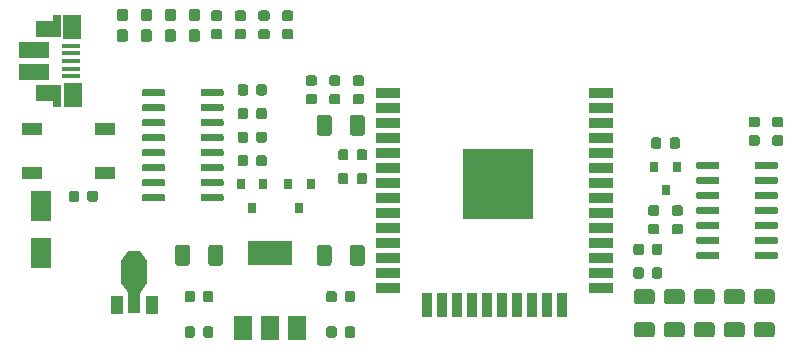
<source format=gbr>
G04 #@! TF.GenerationSoftware,KiCad,Pcbnew,5.1.5*
G04 #@! TF.CreationDate,2020-01-02T18:37:30+01:00*
G04 #@! TF.ProjectId,servodriver,73657276-6f64-4726-9976-65722e6b6963,rev?*
G04 #@! TF.SameCoordinates,Original*
G04 #@! TF.FileFunction,Paste,Top*
G04 #@! TF.FilePolarity,Positive*
%FSLAX46Y46*%
G04 Gerber Fmt 4.6, Leading zero omitted, Abs format (unit mm)*
G04 Created by KiCad (PCBNEW 5.1.5) date 2020-01-02 18:37:30*
%MOMM*%
%LPD*%
G04 APERTURE LIST*
%ADD10R,1.500000X2.000000*%
%ADD11R,3.800000X2.000000*%
%ADD12C,0.100000*%
%ADD13R,2.200000X1.840000*%
%ADD14R,1.000000X1.500000*%
%ADD15R,1.000000X1.800000*%
%ADD16R,1.800000X2.500000*%
%ADD17R,2.500000X1.430000*%
%ADD18R,1.650000X0.400000*%
%ADD19R,0.700000X1.825000*%
%ADD20R,2.000000X1.350000*%
%ADD21R,1.800000X1.100000*%
%ADD22R,0.800000X0.900000*%
%ADD23R,6.000000X6.000000*%
%ADD24R,0.900000X2.000000*%
%ADD25R,2.000000X0.900000*%
G04 APERTURE END LIST*
D10*
X137200000Y-90650000D03*
X141800000Y-90650000D03*
X139500000Y-90650000D03*
D11*
X139500000Y-84350000D03*
D12*
G36*
X129116000Y-86825200D02*
G01*
X128416000Y-87825200D01*
X127616000Y-87825200D01*
X126916000Y-86825200D01*
X129116000Y-86825200D01*
G37*
D13*
X128016000Y-85915500D03*
D14*
X129516000Y-88729000D03*
D15*
X128016000Y-88582500D03*
D14*
X126516000Y-88729000D03*
D12*
G36*
X126916000Y-85007000D02*
G01*
X127516000Y-84157000D01*
X128516000Y-84157000D01*
X129116000Y-85007000D01*
X126916000Y-85007000D01*
G37*
D16*
X120142000Y-80296000D03*
X120142000Y-84296000D03*
D17*
X119519000Y-69007000D03*
X119519000Y-67087000D03*
D18*
X122669000Y-69347000D03*
X122669000Y-68697000D03*
X122669000Y-68047000D03*
X122669000Y-67397000D03*
X122669000Y-66747000D03*
D10*
X122789000Y-70947000D03*
X122769000Y-65197000D03*
D19*
X121469000Y-71047000D03*
X121469000Y-65097000D03*
D20*
X120719000Y-65317000D03*
X120719000Y-70797000D03*
D12*
G36*
X182352703Y-76582722D02*
G01*
X182367264Y-76584882D01*
X182381543Y-76588459D01*
X182395403Y-76593418D01*
X182408710Y-76599712D01*
X182421336Y-76607280D01*
X182433159Y-76616048D01*
X182444066Y-76625934D01*
X182453952Y-76636841D01*
X182462720Y-76648664D01*
X182470288Y-76661290D01*
X182476582Y-76674597D01*
X182481541Y-76688457D01*
X182485118Y-76702736D01*
X182487278Y-76717297D01*
X182488000Y-76732000D01*
X182488000Y-77032000D01*
X182487278Y-77046703D01*
X182485118Y-77061264D01*
X182481541Y-77075543D01*
X182476582Y-77089403D01*
X182470288Y-77102710D01*
X182462720Y-77115336D01*
X182453952Y-77127159D01*
X182444066Y-77138066D01*
X182433159Y-77147952D01*
X182421336Y-77156720D01*
X182408710Y-77164288D01*
X182395403Y-77170582D01*
X182381543Y-77175541D01*
X182367264Y-77179118D01*
X182352703Y-77181278D01*
X182338000Y-77182000D01*
X180688000Y-77182000D01*
X180673297Y-77181278D01*
X180658736Y-77179118D01*
X180644457Y-77175541D01*
X180630597Y-77170582D01*
X180617290Y-77164288D01*
X180604664Y-77156720D01*
X180592841Y-77147952D01*
X180581934Y-77138066D01*
X180572048Y-77127159D01*
X180563280Y-77115336D01*
X180555712Y-77102710D01*
X180549418Y-77089403D01*
X180544459Y-77075543D01*
X180540882Y-77061264D01*
X180538722Y-77046703D01*
X180538000Y-77032000D01*
X180538000Y-76732000D01*
X180538722Y-76717297D01*
X180540882Y-76702736D01*
X180544459Y-76688457D01*
X180549418Y-76674597D01*
X180555712Y-76661290D01*
X180563280Y-76648664D01*
X180572048Y-76636841D01*
X180581934Y-76625934D01*
X180592841Y-76616048D01*
X180604664Y-76607280D01*
X180617290Y-76599712D01*
X180630597Y-76593418D01*
X180644457Y-76588459D01*
X180658736Y-76584882D01*
X180673297Y-76582722D01*
X180688000Y-76582000D01*
X182338000Y-76582000D01*
X182352703Y-76582722D01*
G37*
G36*
X182352703Y-77852722D02*
G01*
X182367264Y-77854882D01*
X182381543Y-77858459D01*
X182395403Y-77863418D01*
X182408710Y-77869712D01*
X182421336Y-77877280D01*
X182433159Y-77886048D01*
X182444066Y-77895934D01*
X182453952Y-77906841D01*
X182462720Y-77918664D01*
X182470288Y-77931290D01*
X182476582Y-77944597D01*
X182481541Y-77958457D01*
X182485118Y-77972736D01*
X182487278Y-77987297D01*
X182488000Y-78002000D01*
X182488000Y-78302000D01*
X182487278Y-78316703D01*
X182485118Y-78331264D01*
X182481541Y-78345543D01*
X182476582Y-78359403D01*
X182470288Y-78372710D01*
X182462720Y-78385336D01*
X182453952Y-78397159D01*
X182444066Y-78408066D01*
X182433159Y-78417952D01*
X182421336Y-78426720D01*
X182408710Y-78434288D01*
X182395403Y-78440582D01*
X182381543Y-78445541D01*
X182367264Y-78449118D01*
X182352703Y-78451278D01*
X182338000Y-78452000D01*
X180688000Y-78452000D01*
X180673297Y-78451278D01*
X180658736Y-78449118D01*
X180644457Y-78445541D01*
X180630597Y-78440582D01*
X180617290Y-78434288D01*
X180604664Y-78426720D01*
X180592841Y-78417952D01*
X180581934Y-78408066D01*
X180572048Y-78397159D01*
X180563280Y-78385336D01*
X180555712Y-78372710D01*
X180549418Y-78359403D01*
X180544459Y-78345543D01*
X180540882Y-78331264D01*
X180538722Y-78316703D01*
X180538000Y-78302000D01*
X180538000Y-78002000D01*
X180538722Y-77987297D01*
X180540882Y-77972736D01*
X180544459Y-77958457D01*
X180549418Y-77944597D01*
X180555712Y-77931290D01*
X180563280Y-77918664D01*
X180572048Y-77906841D01*
X180581934Y-77895934D01*
X180592841Y-77886048D01*
X180604664Y-77877280D01*
X180617290Y-77869712D01*
X180630597Y-77863418D01*
X180644457Y-77858459D01*
X180658736Y-77854882D01*
X180673297Y-77852722D01*
X180688000Y-77852000D01*
X182338000Y-77852000D01*
X182352703Y-77852722D01*
G37*
G36*
X182352703Y-79122722D02*
G01*
X182367264Y-79124882D01*
X182381543Y-79128459D01*
X182395403Y-79133418D01*
X182408710Y-79139712D01*
X182421336Y-79147280D01*
X182433159Y-79156048D01*
X182444066Y-79165934D01*
X182453952Y-79176841D01*
X182462720Y-79188664D01*
X182470288Y-79201290D01*
X182476582Y-79214597D01*
X182481541Y-79228457D01*
X182485118Y-79242736D01*
X182487278Y-79257297D01*
X182488000Y-79272000D01*
X182488000Y-79572000D01*
X182487278Y-79586703D01*
X182485118Y-79601264D01*
X182481541Y-79615543D01*
X182476582Y-79629403D01*
X182470288Y-79642710D01*
X182462720Y-79655336D01*
X182453952Y-79667159D01*
X182444066Y-79678066D01*
X182433159Y-79687952D01*
X182421336Y-79696720D01*
X182408710Y-79704288D01*
X182395403Y-79710582D01*
X182381543Y-79715541D01*
X182367264Y-79719118D01*
X182352703Y-79721278D01*
X182338000Y-79722000D01*
X180688000Y-79722000D01*
X180673297Y-79721278D01*
X180658736Y-79719118D01*
X180644457Y-79715541D01*
X180630597Y-79710582D01*
X180617290Y-79704288D01*
X180604664Y-79696720D01*
X180592841Y-79687952D01*
X180581934Y-79678066D01*
X180572048Y-79667159D01*
X180563280Y-79655336D01*
X180555712Y-79642710D01*
X180549418Y-79629403D01*
X180544459Y-79615543D01*
X180540882Y-79601264D01*
X180538722Y-79586703D01*
X180538000Y-79572000D01*
X180538000Y-79272000D01*
X180538722Y-79257297D01*
X180540882Y-79242736D01*
X180544459Y-79228457D01*
X180549418Y-79214597D01*
X180555712Y-79201290D01*
X180563280Y-79188664D01*
X180572048Y-79176841D01*
X180581934Y-79165934D01*
X180592841Y-79156048D01*
X180604664Y-79147280D01*
X180617290Y-79139712D01*
X180630597Y-79133418D01*
X180644457Y-79128459D01*
X180658736Y-79124882D01*
X180673297Y-79122722D01*
X180688000Y-79122000D01*
X182338000Y-79122000D01*
X182352703Y-79122722D01*
G37*
G36*
X182352703Y-80392722D02*
G01*
X182367264Y-80394882D01*
X182381543Y-80398459D01*
X182395403Y-80403418D01*
X182408710Y-80409712D01*
X182421336Y-80417280D01*
X182433159Y-80426048D01*
X182444066Y-80435934D01*
X182453952Y-80446841D01*
X182462720Y-80458664D01*
X182470288Y-80471290D01*
X182476582Y-80484597D01*
X182481541Y-80498457D01*
X182485118Y-80512736D01*
X182487278Y-80527297D01*
X182488000Y-80542000D01*
X182488000Y-80842000D01*
X182487278Y-80856703D01*
X182485118Y-80871264D01*
X182481541Y-80885543D01*
X182476582Y-80899403D01*
X182470288Y-80912710D01*
X182462720Y-80925336D01*
X182453952Y-80937159D01*
X182444066Y-80948066D01*
X182433159Y-80957952D01*
X182421336Y-80966720D01*
X182408710Y-80974288D01*
X182395403Y-80980582D01*
X182381543Y-80985541D01*
X182367264Y-80989118D01*
X182352703Y-80991278D01*
X182338000Y-80992000D01*
X180688000Y-80992000D01*
X180673297Y-80991278D01*
X180658736Y-80989118D01*
X180644457Y-80985541D01*
X180630597Y-80980582D01*
X180617290Y-80974288D01*
X180604664Y-80966720D01*
X180592841Y-80957952D01*
X180581934Y-80948066D01*
X180572048Y-80937159D01*
X180563280Y-80925336D01*
X180555712Y-80912710D01*
X180549418Y-80899403D01*
X180544459Y-80885543D01*
X180540882Y-80871264D01*
X180538722Y-80856703D01*
X180538000Y-80842000D01*
X180538000Y-80542000D01*
X180538722Y-80527297D01*
X180540882Y-80512736D01*
X180544459Y-80498457D01*
X180549418Y-80484597D01*
X180555712Y-80471290D01*
X180563280Y-80458664D01*
X180572048Y-80446841D01*
X180581934Y-80435934D01*
X180592841Y-80426048D01*
X180604664Y-80417280D01*
X180617290Y-80409712D01*
X180630597Y-80403418D01*
X180644457Y-80398459D01*
X180658736Y-80394882D01*
X180673297Y-80392722D01*
X180688000Y-80392000D01*
X182338000Y-80392000D01*
X182352703Y-80392722D01*
G37*
G36*
X182352703Y-81662722D02*
G01*
X182367264Y-81664882D01*
X182381543Y-81668459D01*
X182395403Y-81673418D01*
X182408710Y-81679712D01*
X182421336Y-81687280D01*
X182433159Y-81696048D01*
X182444066Y-81705934D01*
X182453952Y-81716841D01*
X182462720Y-81728664D01*
X182470288Y-81741290D01*
X182476582Y-81754597D01*
X182481541Y-81768457D01*
X182485118Y-81782736D01*
X182487278Y-81797297D01*
X182488000Y-81812000D01*
X182488000Y-82112000D01*
X182487278Y-82126703D01*
X182485118Y-82141264D01*
X182481541Y-82155543D01*
X182476582Y-82169403D01*
X182470288Y-82182710D01*
X182462720Y-82195336D01*
X182453952Y-82207159D01*
X182444066Y-82218066D01*
X182433159Y-82227952D01*
X182421336Y-82236720D01*
X182408710Y-82244288D01*
X182395403Y-82250582D01*
X182381543Y-82255541D01*
X182367264Y-82259118D01*
X182352703Y-82261278D01*
X182338000Y-82262000D01*
X180688000Y-82262000D01*
X180673297Y-82261278D01*
X180658736Y-82259118D01*
X180644457Y-82255541D01*
X180630597Y-82250582D01*
X180617290Y-82244288D01*
X180604664Y-82236720D01*
X180592841Y-82227952D01*
X180581934Y-82218066D01*
X180572048Y-82207159D01*
X180563280Y-82195336D01*
X180555712Y-82182710D01*
X180549418Y-82169403D01*
X180544459Y-82155543D01*
X180540882Y-82141264D01*
X180538722Y-82126703D01*
X180538000Y-82112000D01*
X180538000Y-81812000D01*
X180538722Y-81797297D01*
X180540882Y-81782736D01*
X180544459Y-81768457D01*
X180549418Y-81754597D01*
X180555712Y-81741290D01*
X180563280Y-81728664D01*
X180572048Y-81716841D01*
X180581934Y-81705934D01*
X180592841Y-81696048D01*
X180604664Y-81687280D01*
X180617290Y-81679712D01*
X180630597Y-81673418D01*
X180644457Y-81668459D01*
X180658736Y-81664882D01*
X180673297Y-81662722D01*
X180688000Y-81662000D01*
X182338000Y-81662000D01*
X182352703Y-81662722D01*
G37*
G36*
X182352703Y-82932722D02*
G01*
X182367264Y-82934882D01*
X182381543Y-82938459D01*
X182395403Y-82943418D01*
X182408710Y-82949712D01*
X182421336Y-82957280D01*
X182433159Y-82966048D01*
X182444066Y-82975934D01*
X182453952Y-82986841D01*
X182462720Y-82998664D01*
X182470288Y-83011290D01*
X182476582Y-83024597D01*
X182481541Y-83038457D01*
X182485118Y-83052736D01*
X182487278Y-83067297D01*
X182488000Y-83082000D01*
X182488000Y-83382000D01*
X182487278Y-83396703D01*
X182485118Y-83411264D01*
X182481541Y-83425543D01*
X182476582Y-83439403D01*
X182470288Y-83452710D01*
X182462720Y-83465336D01*
X182453952Y-83477159D01*
X182444066Y-83488066D01*
X182433159Y-83497952D01*
X182421336Y-83506720D01*
X182408710Y-83514288D01*
X182395403Y-83520582D01*
X182381543Y-83525541D01*
X182367264Y-83529118D01*
X182352703Y-83531278D01*
X182338000Y-83532000D01*
X180688000Y-83532000D01*
X180673297Y-83531278D01*
X180658736Y-83529118D01*
X180644457Y-83525541D01*
X180630597Y-83520582D01*
X180617290Y-83514288D01*
X180604664Y-83506720D01*
X180592841Y-83497952D01*
X180581934Y-83488066D01*
X180572048Y-83477159D01*
X180563280Y-83465336D01*
X180555712Y-83452710D01*
X180549418Y-83439403D01*
X180544459Y-83425543D01*
X180540882Y-83411264D01*
X180538722Y-83396703D01*
X180538000Y-83382000D01*
X180538000Y-83082000D01*
X180538722Y-83067297D01*
X180540882Y-83052736D01*
X180544459Y-83038457D01*
X180549418Y-83024597D01*
X180555712Y-83011290D01*
X180563280Y-82998664D01*
X180572048Y-82986841D01*
X180581934Y-82975934D01*
X180592841Y-82966048D01*
X180604664Y-82957280D01*
X180617290Y-82949712D01*
X180630597Y-82943418D01*
X180644457Y-82938459D01*
X180658736Y-82934882D01*
X180673297Y-82932722D01*
X180688000Y-82932000D01*
X182338000Y-82932000D01*
X182352703Y-82932722D01*
G37*
G36*
X182352703Y-84202722D02*
G01*
X182367264Y-84204882D01*
X182381543Y-84208459D01*
X182395403Y-84213418D01*
X182408710Y-84219712D01*
X182421336Y-84227280D01*
X182433159Y-84236048D01*
X182444066Y-84245934D01*
X182453952Y-84256841D01*
X182462720Y-84268664D01*
X182470288Y-84281290D01*
X182476582Y-84294597D01*
X182481541Y-84308457D01*
X182485118Y-84322736D01*
X182487278Y-84337297D01*
X182488000Y-84352000D01*
X182488000Y-84652000D01*
X182487278Y-84666703D01*
X182485118Y-84681264D01*
X182481541Y-84695543D01*
X182476582Y-84709403D01*
X182470288Y-84722710D01*
X182462720Y-84735336D01*
X182453952Y-84747159D01*
X182444066Y-84758066D01*
X182433159Y-84767952D01*
X182421336Y-84776720D01*
X182408710Y-84784288D01*
X182395403Y-84790582D01*
X182381543Y-84795541D01*
X182367264Y-84799118D01*
X182352703Y-84801278D01*
X182338000Y-84802000D01*
X180688000Y-84802000D01*
X180673297Y-84801278D01*
X180658736Y-84799118D01*
X180644457Y-84795541D01*
X180630597Y-84790582D01*
X180617290Y-84784288D01*
X180604664Y-84776720D01*
X180592841Y-84767952D01*
X180581934Y-84758066D01*
X180572048Y-84747159D01*
X180563280Y-84735336D01*
X180555712Y-84722710D01*
X180549418Y-84709403D01*
X180544459Y-84695543D01*
X180540882Y-84681264D01*
X180538722Y-84666703D01*
X180538000Y-84652000D01*
X180538000Y-84352000D01*
X180538722Y-84337297D01*
X180540882Y-84322736D01*
X180544459Y-84308457D01*
X180549418Y-84294597D01*
X180555712Y-84281290D01*
X180563280Y-84268664D01*
X180572048Y-84256841D01*
X180581934Y-84245934D01*
X180592841Y-84236048D01*
X180604664Y-84227280D01*
X180617290Y-84219712D01*
X180630597Y-84213418D01*
X180644457Y-84208459D01*
X180658736Y-84204882D01*
X180673297Y-84202722D01*
X180688000Y-84202000D01*
X182338000Y-84202000D01*
X182352703Y-84202722D01*
G37*
G36*
X177402703Y-84202722D02*
G01*
X177417264Y-84204882D01*
X177431543Y-84208459D01*
X177445403Y-84213418D01*
X177458710Y-84219712D01*
X177471336Y-84227280D01*
X177483159Y-84236048D01*
X177494066Y-84245934D01*
X177503952Y-84256841D01*
X177512720Y-84268664D01*
X177520288Y-84281290D01*
X177526582Y-84294597D01*
X177531541Y-84308457D01*
X177535118Y-84322736D01*
X177537278Y-84337297D01*
X177538000Y-84352000D01*
X177538000Y-84652000D01*
X177537278Y-84666703D01*
X177535118Y-84681264D01*
X177531541Y-84695543D01*
X177526582Y-84709403D01*
X177520288Y-84722710D01*
X177512720Y-84735336D01*
X177503952Y-84747159D01*
X177494066Y-84758066D01*
X177483159Y-84767952D01*
X177471336Y-84776720D01*
X177458710Y-84784288D01*
X177445403Y-84790582D01*
X177431543Y-84795541D01*
X177417264Y-84799118D01*
X177402703Y-84801278D01*
X177388000Y-84802000D01*
X175738000Y-84802000D01*
X175723297Y-84801278D01*
X175708736Y-84799118D01*
X175694457Y-84795541D01*
X175680597Y-84790582D01*
X175667290Y-84784288D01*
X175654664Y-84776720D01*
X175642841Y-84767952D01*
X175631934Y-84758066D01*
X175622048Y-84747159D01*
X175613280Y-84735336D01*
X175605712Y-84722710D01*
X175599418Y-84709403D01*
X175594459Y-84695543D01*
X175590882Y-84681264D01*
X175588722Y-84666703D01*
X175588000Y-84652000D01*
X175588000Y-84352000D01*
X175588722Y-84337297D01*
X175590882Y-84322736D01*
X175594459Y-84308457D01*
X175599418Y-84294597D01*
X175605712Y-84281290D01*
X175613280Y-84268664D01*
X175622048Y-84256841D01*
X175631934Y-84245934D01*
X175642841Y-84236048D01*
X175654664Y-84227280D01*
X175667290Y-84219712D01*
X175680597Y-84213418D01*
X175694457Y-84208459D01*
X175708736Y-84204882D01*
X175723297Y-84202722D01*
X175738000Y-84202000D01*
X177388000Y-84202000D01*
X177402703Y-84202722D01*
G37*
G36*
X177402703Y-82932722D02*
G01*
X177417264Y-82934882D01*
X177431543Y-82938459D01*
X177445403Y-82943418D01*
X177458710Y-82949712D01*
X177471336Y-82957280D01*
X177483159Y-82966048D01*
X177494066Y-82975934D01*
X177503952Y-82986841D01*
X177512720Y-82998664D01*
X177520288Y-83011290D01*
X177526582Y-83024597D01*
X177531541Y-83038457D01*
X177535118Y-83052736D01*
X177537278Y-83067297D01*
X177538000Y-83082000D01*
X177538000Y-83382000D01*
X177537278Y-83396703D01*
X177535118Y-83411264D01*
X177531541Y-83425543D01*
X177526582Y-83439403D01*
X177520288Y-83452710D01*
X177512720Y-83465336D01*
X177503952Y-83477159D01*
X177494066Y-83488066D01*
X177483159Y-83497952D01*
X177471336Y-83506720D01*
X177458710Y-83514288D01*
X177445403Y-83520582D01*
X177431543Y-83525541D01*
X177417264Y-83529118D01*
X177402703Y-83531278D01*
X177388000Y-83532000D01*
X175738000Y-83532000D01*
X175723297Y-83531278D01*
X175708736Y-83529118D01*
X175694457Y-83525541D01*
X175680597Y-83520582D01*
X175667290Y-83514288D01*
X175654664Y-83506720D01*
X175642841Y-83497952D01*
X175631934Y-83488066D01*
X175622048Y-83477159D01*
X175613280Y-83465336D01*
X175605712Y-83452710D01*
X175599418Y-83439403D01*
X175594459Y-83425543D01*
X175590882Y-83411264D01*
X175588722Y-83396703D01*
X175588000Y-83382000D01*
X175588000Y-83082000D01*
X175588722Y-83067297D01*
X175590882Y-83052736D01*
X175594459Y-83038457D01*
X175599418Y-83024597D01*
X175605712Y-83011290D01*
X175613280Y-82998664D01*
X175622048Y-82986841D01*
X175631934Y-82975934D01*
X175642841Y-82966048D01*
X175654664Y-82957280D01*
X175667290Y-82949712D01*
X175680597Y-82943418D01*
X175694457Y-82938459D01*
X175708736Y-82934882D01*
X175723297Y-82932722D01*
X175738000Y-82932000D01*
X177388000Y-82932000D01*
X177402703Y-82932722D01*
G37*
G36*
X177402703Y-81662722D02*
G01*
X177417264Y-81664882D01*
X177431543Y-81668459D01*
X177445403Y-81673418D01*
X177458710Y-81679712D01*
X177471336Y-81687280D01*
X177483159Y-81696048D01*
X177494066Y-81705934D01*
X177503952Y-81716841D01*
X177512720Y-81728664D01*
X177520288Y-81741290D01*
X177526582Y-81754597D01*
X177531541Y-81768457D01*
X177535118Y-81782736D01*
X177537278Y-81797297D01*
X177538000Y-81812000D01*
X177538000Y-82112000D01*
X177537278Y-82126703D01*
X177535118Y-82141264D01*
X177531541Y-82155543D01*
X177526582Y-82169403D01*
X177520288Y-82182710D01*
X177512720Y-82195336D01*
X177503952Y-82207159D01*
X177494066Y-82218066D01*
X177483159Y-82227952D01*
X177471336Y-82236720D01*
X177458710Y-82244288D01*
X177445403Y-82250582D01*
X177431543Y-82255541D01*
X177417264Y-82259118D01*
X177402703Y-82261278D01*
X177388000Y-82262000D01*
X175738000Y-82262000D01*
X175723297Y-82261278D01*
X175708736Y-82259118D01*
X175694457Y-82255541D01*
X175680597Y-82250582D01*
X175667290Y-82244288D01*
X175654664Y-82236720D01*
X175642841Y-82227952D01*
X175631934Y-82218066D01*
X175622048Y-82207159D01*
X175613280Y-82195336D01*
X175605712Y-82182710D01*
X175599418Y-82169403D01*
X175594459Y-82155543D01*
X175590882Y-82141264D01*
X175588722Y-82126703D01*
X175588000Y-82112000D01*
X175588000Y-81812000D01*
X175588722Y-81797297D01*
X175590882Y-81782736D01*
X175594459Y-81768457D01*
X175599418Y-81754597D01*
X175605712Y-81741290D01*
X175613280Y-81728664D01*
X175622048Y-81716841D01*
X175631934Y-81705934D01*
X175642841Y-81696048D01*
X175654664Y-81687280D01*
X175667290Y-81679712D01*
X175680597Y-81673418D01*
X175694457Y-81668459D01*
X175708736Y-81664882D01*
X175723297Y-81662722D01*
X175738000Y-81662000D01*
X177388000Y-81662000D01*
X177402703Y-81662722D01*
G37*
G36*
X177402703Y-80392722D02*
G01*
X177417264Y-80394882D01*
X177431543Y-80398459D01*
X177445403Y-80403418D01*
X177458710Y-80409712D01*
X177471336Y-80417280D01*
X177483159Y-80426048D01*
X177494066Y-80435934D01*
X177503952Y-80446841D01*
X177512720Y-80458664D01*
X177520288Y-80471290D01*
X177526582Y-80484597D01*
X177531541Y-80498457D01*
X177535118Y-80512736D01*
X177537278Y-80527297D01*
X177538000Y-80542000D01*
X177538000Y-80842000D01*
X177537278Y-80856703D01*
X177535118Y-80871264D01*
X177531541Y-80885543D01*
X177526582Y-80899403D01*
X177520288Y-80912710D01*
X177512720Y-80925336D01*
X177503952Y-80937159D01*
X177494066Y-80948066D01*
X177483159Y-80957952D01*
X177471336Y-80966720D01*
X177458710Y-80974288D01*
X177445403Y-80980582D01*
X177431543Y-80985541D01*
X177417264Y-80989118D01*
X177402703Y-80991278D01*
X177388000Y-80992000D01*
X175738000Y-80992000D01*
X175723297Y-80991278D01*
X175708736Y-80989118D01*
X175694457Y-80985541D01*
X175680597Y-80980582D01*
X175667290Y-80974288D01*
X175654664Y-80966720D01*
X175642841Y-80957952D01*
X175631934Y-80948066D01*
X175622048Y-80937159D01*
X175613280Y-80925336D01*
X175605712Y-80912710D01*
X175599418Y-80899403D01*
X175594459Y-80885543D01*
X175590882Y-80871264D01*
X175588722Y-80856703D01*
X175588000Y-80842000D01*
X175588000Y-80542000D01*
X175588722Y-80527297D01*
X175590882Y-80512736D01*
X175594459Y-80498457D01*
X175599418Y-80484597D01*
X175605712Y-80471290D01*
X175613280Y-80458664D01*
X175622048Y-80446841D01*
X175631934Y-80435934D01*
X175642841Y-80426048D01*
X175654664Y-80417280D01*
X175667290Y-80409712D01*
X175680597Y-80403418D01*
X175694457Y-80398459D01*
X175708736Y-80394882D01*
X175723297Y-80392722D01*
X175738000Y-80392000D01*
X177388000Y-80392000D01*
X177402703Y-80392722D01*
G37*
G36*
X177402703Y-79122722D02*
G01*
X177417264Y-79124882D01*
X177431543Y-79128459D01*
X177445403Y-79133418D01*
X177458710Y-79139712D01*
X177471336Y-79147280D01*
X177483159Y-79156048D01*
X177494066Y-79165934D01*
X177503952Y-79176841D01*
X177512720Y-79188664D01*
X177520288Y-79201290D01*
X177526582Y-79214597D01*
X177531541Y-79228457D01*
X177535118Y-79242736D01*
X177537278Y-79257297D01*
X177538000Y-79272000D01*
X177538000Y-79572000D01*
X177537278Y-79586703D01*
X177535118Y-79601264D01*
X177531541Y-79615543D01*
X177526582Y-79629403D01*
X177520288Y-79642710D01*
X177512720Y-79655336D01*
X177503952Y-79667159D01*
X177494066Y-79678066D01*
X177483159Y-79687952D01*
X177471336Y-79696720D01*
X177458710Y-79704288D01*
X177445403Y-79710582D01*
X177431543Y-79715541D01*
X177417264Y-79719118D01*
X177402703Y-79721278D01*
X177388000Y-79722000D01*
X175738000Y-79722000D01*
X175723297Y-79721278D01*
X175708736Y-79719118D01*
X175694457Y-79715541D01*
X175680597Y-79710582D01*
X175667290Y-79704288D01*
X175654664Y-79696720D01*
X175642841Y-79687952D01*
X175631934Y-79678066D01*
X175622048Y-79667159D01*
X175613280Y-79655336D01*
X175605712Y-79642710D01*
X175599418Y-79629403D01*
X175594459Y-79615543D01*
X175590882Y-79601264D01*
X175588722Y-79586703D01*
X175588000Y-79572000D01*
X175588000Y-79272000D01*
X175588722Y-79257297D01*
X175590882Y-79242736D01*
X175594459Y-79228457D01*
X175599418Y-79214597D01*
X175605712Y-79201290D01*
X175613280Y-79188664D01*
X175622048Y-79176841D01*
X175631934Y-79165934D01*
X175642841Y-79156048D01*
X175654664Y-79147280D01*
X175667290Y-79139712D01*
X175680597Y-79133418D01*
X175694457Y-79128459D01*
X175708736Y-79124882D01*
X175723297Y-79122722D01*
X175738000Y-79122000D01*
X177388000Y-79122000D01*
X177402703Y-79122722D01*
G37*
G36*
X177402703Y-77852722D02*
G01*
X177417264Y-77854882D01*
X177431543Y-77858459D01*
X177445403Y-77863418D01*
X177458710Y-77869712D01*
X177471336Y-77877280D01*
X177483159Y-77886048D01*
X177494066Y-77895934D01*
X177503952Y-77906841D01*
X177512720Y-77918664D01*
X177520288Y-77931290D01*
X177526582Y-77944597D01*
X177531541Y-77958457D01*
X177535118Y-77972736D01*
X177537278Y-77987297D01*
X177538000Y-78002000D01*
X177538000Y-78302000D01*
X177537278Y-78316703D01*
X177535118Y-78331264D01*
X177531541Y-78345543D01*
X177526582Y-78359403D01*
X177520288Y-78372710D01*
X177512720Y-78385336D01*
X177503952Y-78397159D01*
X177494066Y-78408066D01*
X177483159Y-78417952D01*
X177471336Y-78426720D01*
X177458710Y-78434288D01*
X177445403Y-78440582D01*
X177431543Y-78445541D01*
X177417264Y-78449118D01*
X177402703Y-78451278D01*
X177388000Y-78452000D01*
X175738000Y-78452000D01*
X175723297Y-78451278D01*
X175708736Y-78449118D01*
X175694457Y-78445541D01*
X175680597Y-78440582D01*
X175667290Y-78434288D01*
X175654664Y-78426720D01*
X175642841Y-78417952D01*
X175631934Y-78408066D01*
X175622048Y-78397159D01*
X175613280Y-78385336D01*
X175605712Y-78372710D01*
X175599418Y-78359403D01*
X175594459Y-78345543D01*
X175590882Y-78331264D01*
X175588722Y-78316703D01*
X175588000Y-78302000D01*
X175588000Y-78002000D01*
X175588722Y-77987297D01*
X175590882Y-77972736D01*
X175594459Y-77958457D01*
X175599418Y-77944597D01*
X175605712Y-77931290D01*
X175613280Y-77918664D01*
X175622048Y-77906841D01*
X175631934Y-77895934D01*
X175642841Y-77886048D01*
X175654664Y-77877280D01*
X175667290Y-77869712D01*
X175680597Y-77863418D01*
X175694457Y-77858459D01*
X175708736Y-77854882D01*
X175723297Y-77852722D01*
X175738000Y-77852000D01*
X177388000Y-77852000D01*
X177402703Y-77852722D01*
G37*
G36*
X177402703Y-76582722D02*
G01*
X177417264Y-76584882D01*
X177431543Y-76588459D01*
X177445403Y-76593418D01*
X177458710Y-76599712D01*
X177471336Y-76607280D01*
X177483159Y-76616048D01*
X177494066Y-76625934D01*
X177503952Y-76636841D01*
X177512720Y-76648664D01*
X177520288Y-76661290D01*
X177526582Y-76674597D01*
X177531541Y-76688457D01*
X177535118Y-76702736D01*
X177537278Y-76717297D01*
X177538000Y-76732000D01*
X177538000Y-77032000D01*
X177537278Y-77046703D01*
X177535118Y-77061264D01*
X177531541Y-77075543D01*
X177526582Y-77089403D01*
X177520288Y-77102710D01*
X177512720Y-77115336D01*
X177503952Y-77127159D01*
X177494066Y-77138066D01*
X177483159Y-77147952D01*
X177471336Y-77156720D01*
X177458710Y-77164288D01*
X177445403Y-77170582D01*
X177431543Y-77175541D01*
X177417264Y-77179118D01*
X177402703Y-77181278D01*
X177388000Y-77182000D01*
X175738000Y-77182000D01*
X175723297Y-77181278D01*
X175708736Y-77179118D01*
X175694457Y-77175541D01*
X175680597Y-77170582D01*
X175667290Y-77164288D01*
X175654664Y-77156720D01*
X175642841Y-77147952D01*
X175631934Y-77138066D01*
X175622048Y-77127159D01*
X175613280Y-77115336D01*
X175605712Y-77102710D01*
X175599418Y-77089403D01*
X175594459Y-77075543D01*
X175590882Y-77061264D01*
X175588722Y-77046703D01*
X175588000Y-77032000D01*
X175588000Y-76732000D01*
X175588722Y-76717297D01*
X175590882Y-76702736D01*
X175594459Y-76688457D01*
X175599418Y-76674597D01*
X175605712Y-76661290D01*
X175613280Y-76648664D01*
X175622048Y-76636841D01*
X175631934Y-76625934D01*
X175642841Y-76616048D01*
X175654664Y-76607280D01*
X175667290Y-76599712D01*
X175680597Y-76593418D01*
X175694457Y-76588459D01*
X175708736Y-76584882D01*
X175723297Y-76582722D01*
X175738000Y-76582000D01*
X177388000Y-76582000D01*
X177402703Y-76582722D01*
G37*
G36*
X135442703Y-70431722D02*
G01*
X135457264Y-70433882D01*
X135471543Y-70437459D01*
X135485403Y-70442418D01*
X135498710Y-70448712D01*
X135511336Y-70456280D01*
X135523159Y-70465048D01*
X135534066Y-70474934D01*
X135543952Y-70485841D01*
X135552720Y-70497664D01*
X135560288Y-70510290D01*
X135566582Y-70523597D01*
X135571541Y-70537457D01*
X135575118Y-70551736D01*
X135577278Y-70566297D01*
X135578000Y-70581000D01*
X135578000Y-70881000D01*
X135577278Y-70895703D01*
X135575118Y-70910264D01*
X135571541Y-70924543D01*
X135566582Y-70938403D01*
X135560288Y-70951710D01*
X135552720Y-70964336D01*
X135543952Y-70976159D01*
X135534066Y-70987066D01*
X135523159Y-70996952D01*
X135511336Y-71005720D01*
X135498710Y-71013288D01*
X135485403Y-71019582D01*
X135471543Y-71024541D01*
X135457264Y-71028118D01*
X135442703Y-71030278D01*
X135428000Y-71031000D01*
X133778000Y-71031000D01*
X133763297Y-71030278D01*
X133748736Y-71028118D01*
X133734457Y-71024541D01*
X133720597Y-71019582D01*
X133707290Y-71013288D01*
X133694664Y-71005720D01*
X133682841Y-70996952D01*
X133671934Y-70987066D01*
X133662048Y-70976159D01*
X133653280Y-70964336D01*
X133645712Y-70951710D01*
X133639418Y-70938403D01*
X133634459Y-70924543D01*
X133630882Y-70910264D01*
X133628722Y-70895703D01*
X133628000Y-70881000D01*
X133628000Y-70581000D01*
X133628722Y-70566297D01*
X133630882Y-70551736D01*
X133634459Y-70537457D01*
X133639418Y-70523597D01*
X133645712Y-70510290D01*
X133653280Y-70497664D01*
X133662048Y-70485841D01*
X133671934Y-70474934D01*
X133682841Y-70465048D01*
X133694664Y-70456280D01*
X133707290Y-70448712D01*
X133720597Y-70442418D01*
X133734457Y-70437459D01*
X133748736Y-70433882D01*
X133763297Y-70431722D01*
X133778000Y-70431000D01*
X135428000Y-70431000D01*
X135442703Y-70431722D01*
G37*
G36*
X135442703Y-71701722D02*
G01*
X135457264Y-71703882D01*
X135471543Y-71707459D01*
X135485403Y-71712418D01*
X135498710Y-71718712D01*
X135511336Y-71726280D01*
X135523159Y-71735048D01*
X135534066Y-71744934D01*
X135543952Y-71755841D01*
X135552720Y-71767664D01*
X135560288Y-71780290D01*
X135566582Y-71793597D01*
X135571541Y-71807457D01*
X135575118Y-71821736D01*
X135577278Y-71836297D01*
X135578000Y-71851000D01*
X135578000Y-72151000D01*
X135577278Y-72165703D01*
X135575118Y-72180264D01*
X135571541Y-72194543D01*
X135566582Y-72208403D01*
X135560288Y-72221710D01*
X135552720Y-72234336D01*
X135543952Y-72246159D01*
X135534066Y-72257066D01*
X135523159Y-72266952D01*
X135511336Y-72275720D01*
X135498710Y-72283288D01*
X135485403Y-72289582D01*
X135471543Y-72294541D01*
X135457264Y-72298118D01*
X135442703Y-72300278D01*
X135428000Y-72301000D01*
X133778000Y-72301000D01*
X133763297Y-72300278D01*
X133748736Y-72298118D01*
X133734457Y-72294541D01*
X133720597Y-72289582D01*
X133707290Y-72283288D01*
X133694664Y-72275720D01*
X133682841Y-72266952D01*
X133671934Y-72257066D01*
X133662048Y-72246159D01*
X133653280Y-72234336D01*
X133645712Y-72221710D01*
X133639418Y-72208403D01*
X133634459Y-72194543D01*
X133630882Y-72180264D01*
X133628722Y-72165703D01*
X133628000Y-72151000D01*
X133628000Y-71851000D01*
X133628722Y-71836297D01*
X133630882Y-71821736D01*
X133634459Y-71807457D01*
X133639418Y-71793597D01*
X133645712Y-71780290D01*
X133653280Y-71767664D01*
X133662048Y-71755841D01*
X133671934Y-71744934D01*
X133682841Y-71735048D01*
X133694664Y-71726280D01*
X133707290Y-71718712D01*
X133720597Y-71712418D01*
X133734457Y-71707459D01*
X133748736Y-71703882D01*
X133763297Y-71701722D01*
X133778000Y-71701000D01*
X135428000Y-71701000D01*
X135442703Y-71701722D01*
G37*
G36*
X135442703Y-72971722D02*
G01*
X135457264Y-72973882D01*
X135471543Y-72977459D01*
X135485403Y-72982418D01*
X135498710Y-72988712D01*
X135511336Y-72996280D01*
X135523159Y-73005048D01*
X135534066Y-73014934D01*
X135543952Y-73025841D01*
X135552720Y-73037664D01*
X135560288Y-73050290D01*
X135566582Y-73063597D01*
X135571541Y-73077457D01*
X135575118Y-73091736D01*
X135577278Y-73106297D01*
X135578000Y-73121000D01*
X135578000Y-73421000D01*
X135577278Y-73435703D01*
X135575118Y-73450264D01*
X135571541Y-73464543D01*
X135566582Y-73478403D01*
X135560288Y-73491710D01*
X135552720Y-73504336D01*
X135543952Y-73516159D01*
X135534066Y-73527066D01*
X135523159Y-73536952D01*
X135511336Y-73545720D01*
X135498710Y-73553288D01*
X135485403Y-73559582D01*
X135471543Y-73564541D01*
X135457264Y-73568118D01*
X135442703Y-73570278D01*
X135428000Y-73571000D01*
X133778000Y-73571000D01*
X133763297Y-73570278D01*
X133748736Y-73568118D01*
X133734457Y-73564541D01*
X133720597Y-73559582D01*
X133707290Y-73553288D01*
X133694664Y-73545720D01*
X133682841Y-73536952D01*
X133671934Y-73527066D01*
X133662048Y-73516159D01*
X133653280Y-73504336D01*
X133645712Y-73491710D01*
X133639418Y-73478403D01*
X133634459Y-73464543D01*
X133630882Y-73450264D01*
X133628722Y-73435703D01*
X133628000Y-73421000D01*
X133628000Y-73121000D01*
X133628722Y-73106297D01*
X133630882Y-73091736D01*
X133634459Y-73077457D01*
X133639418Y-73063597D01*
X133645712Y-73050290D01*
X133653280Y-73037664D01*
X133662048Y-73025841D01*
X133671934Y-73014934D01*
X133682841Y-73005048D01*
X133694664Y-72996280D01*
X133707290Y-72988712D01*
X133720597Y-72982418D01*
X133734457Y-72977459D01*
X133748736Y-72973882D01*
X133763297Y-72971722D01*
X133778000Y-72971000D01*
X135428000Y-72971000D01*
X135442703Y-72971722D01*
G37*
G36*
X135442703Y-74241722D02*
G01*
X135457264Y-74243882D01*
X135471543Y-74247459D01*
X135485403Y-74252418D01*
X135498710Y-74258712D01*
X135511336Y-74266280D01*
X135523159Y-74275048D01*
X135534066Y-74284934D01*
X135543952Y-74295841D01*
X135552720Y-74307664D01*
X135560288Y-74320290D01*
X135566582Y-74333597D01*
X135571541Y-74347457D01*
X135575118Y-74361736D01*
X135577278Y-74376297D01*
X135578000Y-74391000D01*
X135578000Y-74691000D01*
X135577278Y-74705703D01*
X135575118Y-74720264D01*
X135571541Y-74734543D01*
X135566582Y-74748403D01*
X135560288Y-74761710D01*
X135552720Y-74774336D01*
X135543952Y-74786159D01*
X135534066Y-74797066D01*
X135523159Y-74806952D01*
X135511336Y-74815720D01*
X135498710Y-74823288D01*
X135485403Y-74829582D01*
X135471543Y-74834541D01*
X135457264Y-74838118D01*
X135442703Y-74840278D01*
X135428000Y-74841000D01*
X133778000Y-74841000D01*
X133763297Y-74840278D01*
X133748736Y-74838118D01*
X133734457Y-74834541D01*
X133720597Y-74829582D01*
X133707290Y-74823288D01*
X133694664Y-74815720D01*
X133682841Y-74806952D01*
X133671934Y-74797066D01*
X133662048Y-74786159D01*
X133653280Y-74774336D01*
X133645712Y-74761710D01*
X133639418Y-74748403D01*
X133634459Y-74734543D01*
X133630882Y-74720264D01*
X133628722Y-74705703D01*
X133628000Y-74691000D01*
X133628000Y-74391000D01*
X133628722Y-74376297D01*
X133630882Y-74361736D01*
X133634459Y-74347457D01*
X133639418Y-74333597D01*
X133645712Y-74320290D01*
X133653280Y-74307664D01*
X133662048Y-74295841D01*
X133671934Y-74284934D01*
X133682841Y-74275048D01*
X133694664Y-74266280D01*
X133707290Y-74258712D01*
X133720597Y-74252418D01*
X133734457Y-74247459D01*
X133748736Y-74243882D01*
X133763297Y-74241722D01*
X133778000Y-74241000D01*
X135428000Y-74241000D01*
X135442703Y-74241722D01*
G37*
G36*
X135442703Y-75511722D02*
G01*
X135457264Y-75513882D01*
X135471543Y-75517459D01*
X135485403Y-75522418D01*
X135498710Y-75528712D01*
X135511336Y-75536280D01*
X135523159Y-75545048D01*
X135534066Y-75554934D01*
X135543952Y-75565841D01*
X135552720Y-75577664D01*
X135560288Y-75590290D01*
X135566582Y-75603597D01*
X135571541Y-75617457D01*
X135575118Y-75631736D01*
X135577278Y-75646297D01*
X135578000Y-75661000D01*
X135578000Y-75961000D01*
X135577278Y-75975703D01*
X135575118Y-75990264D01*
X135571541Y-76004543D01*
X135566582Y-76018403D01*
X135560288Y-76031710D01*
X135552720Y-76044336D01*
X135543952Y-76056159D01*
X135534066Y-76067066D01*
X135523159Y-76076952D01*
X135511336Y-76085720D01*
X135498710Y-76093288D01*
X135485403Y-76099582D01*
X135471543Y-76104541D01*
X135457264Y-76108118D01*
X135442703Y-76110278D01*
X135428000Y-76111000D01*
X133778000Y-76111000D01*
X133763297Y-76110278D01*
X133748736Y-76108118D01*
X133734457Y-76104541D01*
X133720597Y-76099582D01*
X133707290Y-76093288D01*
X133694664Y-76085720D01*
X133682841Y-76076952D01*
X133671934Y-76067066D01*
X133662048Y-76056159D01*
X133653280Y-76044336D01*
X133645712Y-76031710D01*
X133639418Y-76018403D01*
X133634459Y-76004543D01*
X133630882Y-75990264D01*
X133628722Y-75975703D01*
X133628000Y-75961000D01*
X133628000Y-75661000D01*
X133628722Y-75646297D01*
X133630882Y-75631736D01*
X133634459Y-75617457D01*
X133639418Y-75603597D01*
X133645712Y-75590290D01*
X133653280Y-75577664D01*
X133662048Y-75565841D01*
X133671934Y-75554934D01*
X133682841Y-75545048D01*
X133694664Y-75536280D01*
X133707290Y-75528712D01*
X133720597Y-75522418D01*
X133734457Y-75517459D01*
X133748736Y-75513882D01*
X133763297Y-75511722D01*
X133778000Y-75511000D01*
X135428000Y-75511000D01*
X135442703Y-75511722D01*
G37*
G36*
X135442703Y-76781722D02*
G01*
X135457264Y-76783882D01*
X135471543Y-76787459D01*
X135485403Y-76792418D01*
X135498710Y-76798712D01*
X135511336Y-76806280D01*
X135523159Y-76815048D01*
X135534066Y-76824934D01*
X135543952Y-76835841D01*
X135552720Y-76847664D01*
X135560288Y-76860290D01*
X135566582Y-76873597D01*
X135571541Y-76887457D01*
X135575118Y-76901736D01*
X135577278Y-76916297D01*
X135578000Y-76931000D01*
X135578000Y-77231000D01*
X135577278Y-77245703D01*
X135575118Y-77260264D01*
X135571541Y-77274543D01*
X135566582Y-77288403D01*
X135560288Y-77301710D01*
X135552720Y-77314336D01*
X135543952Y-77326159D01*
X135534066Y-77337066D01*
X135523159Y-77346952D01*
X135511336Y-77355720D01*
X135498710Y-77363288D01*
X135485403Y-77369582D01*
X135471543Y-77374541D01*
X135457264Y-77378118D01*
X135442703Y-77380278D01*
X135428000Y-77381000D01*
X133778000Y-77381000D01*
X133763297Y-77380278D01*
X133748736Y-77378118D01*
X133734457Y-77374541D01*
X133720597Y-77369582D01*
X133707290Y-77363288D01*
X133694664Y-77355720D01*
X133682841Y-77346952D01*
X133671934Y-77337066D01*
X133662048Y-77326159D01*
X133653280Y-77314336D01*
X133645712Y-77301710D01*
X133639418Y-77288403D01*
X133634459Y-77274543D01*
X133630882Y-77260264D01*
X133628722Y-77245703D01*
X133628000Y-77231000D01*
X133628000Y-76931000D01*
X133628722Y-76916297D01*
X133630882Y-76901736D01*
X133634459Y-76887457D01*
X133639418Y-76873597D01*
X133645712Y-76860290D01*
X133653280Y-76847664D01*
X133662048Y-76835841D01*
X133671934Y-76824934D01*
X133682841Y-76815048D01*
X133694664Y-76806280D01*
X133707290Y-76798712D01*
X133720597Y-76792418D01*
X133734457Y-76787459D01*
X133748736Y-76783882D01*
X133763297Y-76781722D01*
X133778000Y-76781000D01*
X135428000Y-76781000D01*
X135442703Y-76781722D01*
G37*
G36*
X135442703Y-78051722D02*
G01*
X135457264Y-78053882D01*
X135471543Y-78057459D01*
X135485403Y-78062418D01*
X135498710Y-78068712D01*
X135511336Y-78076280D01*
X135523159Y-78085048D01*
X135534066Y-78094934D01*
X135543952Y-78105841D01*
X135552720Y-78117664D01*
X135560288Y-78130290D01*
X135566582Y-78143597D01*
X135571541Y-78157457D01*
X135575118Y-78171736D01*
X135577278Y-78186297D01*
X135578000Y-78201000D01*
X135578000Y-78501000D01*
X135577278Y-78515703D01*
X135575118Y-78530264D01*
X135571541Y-78544543D01*
X135566582Y-78558403D01*
X135560288Y-78571710D01*
X135552720Y-78584336D01*
X135543952Y-78596159D01*
X135534066Y-78607066D01*
X135523159Y-78616952D01*
X135511336Y-78625720D01*
X135498710Y-78633288D01*
X135485403Y-78639582D01*
X135471543Y-78644541D01*
X135457264Y-78648118D01*
X135442703Y-78650278D01*
X135428000Y-78651000D01*
X133778000Y-78651000D01*
X133763297Y-78650278D01*
X133748736Y-78648118D01*
X133734457Y-78644541D01*
X133720597Y-78639582D01*
X133707290Y-78633288D01*
X133694664Y-78625720D01*
X133682841Y-78616952D01*
X133671934Y-78607066D01*
X133662048Y-78596159D01*
X133653280Y-78584336D01*
X133645712Y-78571710D01*
X133639418Y-78558403D01*
X133634459Y-78544543D01*
X133630882Y-78530264D01*
X133628722Y-78515703D01*
X133628000Y-78501000D01*
X133628000Y-78201000D01*
X133628722Y-78186297D01*
X133630882Y-78171736D01*
X133634459Y-78157457D01*
X133639418Y-78143597D01*
X133645712Y-78130290D01*
X133653280Y-78117664D01*
X133662048Y-78105841D01*
X133671934Y-78094934D01*
X133682841Y-78085048D01*
X133694664Y-78076280D01*
X133707290Y-78068712D01*
X133720597Y-78062418D01*
X133734457Y-78057459D01*
X133748736Y-78053882D01*
X133763297Y-78051722D01*
X133778000Y-78051000D01*
X135428000Y-78051000D01*
X135442703Y-78051722D01*
G37*
G36*
X135442703Y-79321722D02*
G01*
X135457264Y-79323882D01*
X135471543Y-79327459D01*
X135485403Y-79332418D01*
X135498710Y-79338712D01*
X135511336Y-79346280D01*
X135523159Y-79355048D01*
X135534066Y-79364934D01*
X135543952Y-79375841D01*
X135552720Y-79387664D01*
X135560288Y-79400290D01*
X135566582Y-79413597D01*
X135571541Y-79427457D01*
X135575118Y-79441736D01*
X135577278Y-79456297D01*
X135578000Y-79471000D01*
X135578000Y-79771000D01*
X135577278Y-79785703D01*
X135575118Y-79800264D01*
X135571541Y-79814543D01*
X135566582Y-79828403D01*
X135560288Y-79841710D01*
X135552720Y-79854336D01*
X135543952Y-79866159D01*
X135534066Y-79877066D01*
X135523159Y-79886952D01*
X135511336Y-79895720D01*
X135498710Y-79903288D01*
X135485403Y-79909582D01*
X135471543Y-79914541D01*
X135457264Y-79918118D01*
X135442703Y-79920278D01*
X135428000Y-79921000D01*
X133778000Y-79921000D01*
X133763297Y-79920278D01*
X133748736Y-79918118D01*
X133734457Y-79914541D01*
X133720597Y-79909582D01*
X133707290Y-79903288D01*
X133694664Y-79895720D01*
X133682841Y-79886952D01*
X133671934Y-79877066D01*
X133662048Y-79866159D01*
X133653280Y-79854336D01*
X133645712Y-79841710D01*
X133639418Y-79828403D01*
X133634459Y-79814543D01*
X133630882Y-79800264D01*
X133628722Y-79785703D01*
X133628000Y-79771000D01*
X133628000Y-79471000D01*
X133628722Y-79456297D01*
X133630882Y-79441736D01*
X133634459Y-79427457D01*
X133639418Y-79413597D01*
X133645712Y-79400290D01*
X133653280Y-79387664D01*
X133662048Y-79375841D01*
X133671934Y-79364934D01*
X133682841Y-79355048D01*
X133694664Y-79346280D01*
X133707290Y-79338712D01*
X133720597Y-79332418D01*
X133734457Y-79327459D01*
X133748736Y-79323882D01*
X133763297Y-79321722D01*
X133778000Y-79321000D01*
X135428000Y-79321000D01*
X135442703Y-79321722D01*
G37*
G36*
X130492703Y-79321722D02*
G01*
X130507264Y-79323882D01*
X130521543Y-79327459D01*
X130535403Y-79332418D01*
X130548710Y-79338712D01*
X130561336Y-79346280D01*
X130573159Y-79355048D01*
X130584066Y-79364934D01*
X130593952Y-79375841D01*
X130602720Y-79387664D01*
X130610288Y-79400290D01*
X130616582Y-79413597D01*
X130621541Y-79427457D01*
X130625118Y-79441736D01*
X130627278Y-79456297D01*
X130628000Y-79471000D01*
X130628000Y-79771000D01*
X130627278Y-79785703D01*
X130625118Y-79800264D01*
X130621541Y-79814543D01*
X130616582Y-79828403D01*
X130610288Y-79841710D01*
X130602720Y-79854336D01*
X130593952Y-79866159D01*
X130584066Y-79877066D01*
X130573159Y-79886952D01*
X130561336Y-79895720D01*
X130548710Y-79903288D01*
X130535403Y-79909582D01*
X130521543Y-79914541D01*
X130507264Y-79918118D01*
X130492703Y-79920278D01*
X130478000Y-79921000D01*
X128828000Y-79921000D01*
X128813297Y-79920278D01*
X128798736Y-79918118D01*
X128784457Y-79914541D01*
X128770597Y-79909582D01*
X128757290Y-79903288D01*
X128744664Y-79895720D01*
X128732841Y-79886952D01*
X128721934Y-79877066D01*
X128712048Y-79866159D01*
X128703280Y-79854336D01*
X128695712Y-79841710D01*
X128689418Y-79828403D01*
X128684459Y-79814543D01*
X128680882Y-79800264D01*
X128678722Y-79785703D01*
X128678000Y-79771000D01*
X128678000Y-79471000D01*
X128678722Y-79456297D01*
X128680882Y-79441736D01*
X128684459Y-79427457D01*
X128689418Y-79413597D01*
X128695712Y-79400290D01*
X128703280Y-79387664D01*
X128712048Y-79375841D01*
X128721934Y-79364934D01*
X128732841Y-79355048D01*
X128744664Y-79346280D01*
X128757290Y-79338712D01*
X128770597Y-79332418D01*
X128784457Y-79327459D01*
X128798736Y-79323882D01*
X128813297Y-79321722D01*
X128828000Y-79321000D01*
X130478000Y-79321000D01*
X130492703Y-79321722D01*
G37*
G36*
X130492703Y-78051722D02*
G01*
X130507264Y-78053882D01*
X130521543Y-78057459D01*
X130535403Y-78062418D01*
X130548710Y-78068712D01*
X130561336Y-78076280D01*
X130573159Y-78085048D01*
X130584066Y-78094934D01*
X130593952Y-78105841D01*
X130602720Y-78117664D01*
X130610288Y-78130290D01*
X130616582Y-78143597D01*
X130621541Y-78157457D01*
X130625118Y-78171736D01*
X130627278Y-78186297D01*
X130628000Y-78201000D01*
X130628000Y-78501000D01*
X130627278Y-78515703D01*
X130625118Y-78530264D01*
X130621541Y-78544543D01*
X130616582Y-78558403D01*
X130610288Y-78571710D01*
X130602720Y-78584336D01*
X130593952Y-78596159D01*
X130584066Y-78607066D01*
X130573159Y-78616952D01*
X130561336Y-78625720D01*
X130548710Y-78633288D01*
X130535403Y-78639582D01*
X130521543Y-78644541D01*
X130507264Y-78648118D01*
X130492703Y-78650278D01*
X130478000Y-78651000D01*
X128828000Y-78651000D01*
X128813297Y-78650278D01*
X128798736Y-78648118D01*
X128784457Y-78644541D01*
X128770597Y-78639582D01*
X128757290Y-78633288D01*
X128744664Y-78625720D01*
X128732841Y-78616952D01*
X128721934Y-78607066D01*
X128712048Y-78596159D01*
X128703280Y-78584336D01*
X128695712Y-78571710D01*
X128689418Y-78558403D01*
X128684459Y-78544543D01*
X128680882Y-78530264D01*
X128678722Y-78515703D01*
X128678000Y-78501000D01*
X128678000Y-78201000D01*
X128678722Y-78186297D01*
X128680882Y-78171736D01*
X128684459Y-78157457D01*
X128689418Y-78143597D01*
X128695712Y-78130290D01*
X128703280Y-78117664D01*
X128712048Y-78105841D01*
X128721934Y-78094934D01*
X128732841Y-78085048D01*
X128744664Y-78076280D01*
X128757290Y-78068712D01*
X128770597Y-78062418D01*
X128784457Y-78057459D01*
X128798736Y-78053882D01*
X128813297Y-78051722D01*
X128828000Y-78051000D01*
X130478000Y-78051000D01*
X130492703Y-78051722D01*
G37*
G36*
X130492703Y-76781722D02*
G01*
X130507264Y-76783882D01*
X130521543Y-76787459D01*
X130535403Y-76792418D01*
X130548710Y-76798712D01*
X130561336Y-76806280D01*
X130573159Y-76815048D01*
X130584066Y-76824934D01*
X130593952Y-76835841D01*
X130602720Y-76847664D01*
X130610288Y-76860290D01*
X130616582Y-76873597D01*
X130621541Y-76887457D01*
X130625118Y-76901736D01*
X130627278Y-76916297D01*
X130628000Y-76931000D01*
X130628000Y-77231000D01*
X130627278Y-77245703D01*
X130625118Y-77260264D01*
X130621541Y-77274543D01*
X130616582Y-77288403D01*
X130610288Y-77301710D01*
X130602720Y-77314336D01*
X130593952Y-77326159D01*
X130584066Y-77337066D01*
X130573159Y-77346952D01*
X130561336Y-77355720D01*
X130548710Y-77363288D01*
X130535403Y-77369582D01*
X130521543Y-77374541D01*
X130507264Y-77378118D01*
X130492703Y-77380278D01*
X130478000Y-77381000D01*
X128828000Y-77381000D01*
X128813297Y-77380278D01*
X128798736Y-77378118D01*
X128784457Y-77374541D01*
X128770597Y-77369582D01*
X128757290Y-77363288D01*
X128744664Y-77355720D01*
X128732841Y-77346952D01*
X128721934Y-77337066D01*
X128712048Y-77326159D01*
X128703280Y-77314336D01*
X128695712Y-77301710D01*
X128689418Y-77288403D01*
X128684459Y-77274543D01*
X128680882Y-77260264D01*
X128678722Y-77245703D01*
X128678000Y-77231000D01*
X128678000Y-76931000D01*
X128678722Y-76916297D01*
X128680882Y-76901736D01*
X128684459Y-76887457D01*
X128689418Y-76873597D01*
X128695712Y-76860290D01*
X128703280Y-76847664D01*
X128712048Y-76835841D01*
X128721934Y-76824934D01*
X128732841Y-76815048D01*
X128744664Y-76806280D01*
X128757290Y-76798712D01*
X128770597Y-76792418D01*
X128784457Y-76787459D01*
X128798736Y-76783882D01*
X128813297Y-76781722D01*
X128828000Y-76781000D01*
X130478000Y-76781000D01*
X130492703Y-76781722D01*
G37*
G36*
X130492703Y-75511722D02*
G01*
X130507264Y-75513882D01*
X130521543Y-75517459D01*
X130535403Y-75522418D01*
X130548710Y-75528712D01*
X130561336Y-75536280D01*
X130573159Y-75545048D01*
X130584066Y-75554934D01*
X130593952Y-75565841D01*
X130602720Y-75577664D01*
X130610288Y-75590290D01*
X130616582Y-75603597D01*
X130621541Y-75617457D01*
X130625118Y-75631736D01*
X130627278Y-75646297D01*
X130628000Y-75661000D01*
X130628000Y-75961000D01*
X130627278Y-75975703D01*
X130625118Y-75990264D01*
X130621541Y-76004543D01*
X130616582Y-76018403D01*
X130610288Y-76031710D01*
X130602720Y-76044336D01*
X130593952Y-76056159D01*
X130584066Y-76067066D01*
X130573159Y-76076952D01*
X130561336Y-76085720D01*
X130548710Y-76093288D01*
X130535403Y-76099582D01*
X130521543Y-76104541D01*
X130507264Y-76108118D01*
X130492703Y-76110278D01*
X130478000Y-76111000D01*
X128828000Y-76111000D01*
X128813297Y-76110278D01*
X128798736Y-76108118D01*
X128784457Y-76104541D01*
X128770597Y-76099582D01*
X128757290Y-76093288D01*
X128744664Y-76085720D01*
X128732841Y-76076952D01*
X128721934Y-76067066D01*
X128712048Y-76056159D01*
X128703280Y-76044336D01*
X128695712Y-76031710D01*
X128689418Y-76018403D01*
X128684459Y-76004543D01*
X128680882Y-75990264D01*
X128678722Y-75975703D01*
X128678000Y-75961000D01*
X128678000Y-75661000D01*
X128678722Y-75646297D01*
X128680882Y-75631736D01*
X128684459Y-75617457D01*
X128689418Y-75603597D01*
X128695712Y-75590290D01*
X128703280Y-75577664D01*
X128712048Y-75565841D01*
X128721934Y-75554934D01*
X128732841Y-75545048D01*
X128744664Y-75536280D01*
X128757290Y-75528712D01*
X128770597Y-75522418D01*
X128784457Y-75517459D01*
X128798736Y-75513882D01*
X128813297Y-75511722D01*
X128828000Y-75511000D01*
X130478000Y-75511000D01*
X130492703Y-75511722D01*
G37*
G36*
X130492703Y-74241722D02*
G01*
X130507264Y-74243882D01*
X130521543Y-74247459D01*
X130535403Y-74252418D01*
X130548710Y-74258712D01*
X130561336Y-74266280D01*
X130573159Y-74275048D01*
X130584066Y-74284934D01*
X130593952Y-74295841D01*
X130602720Y-74307664D01*
X130610288Y-74320290D01*
X130616582Y-74333597D01*
X130621541Y-74347457D01*
X130625118Y-74361736D01*
X130627278Y-74376297D01*
X130628000Y-74391000D01*
X130628000Y-74691000D01*
X130627278Y-74705703D01*
X130625118Y-74720264D01*
X130621541Y-74734543D01*
X130616582Y-74748403D01*
X130610288Y-74761710D01*
X130602720Y-74774336D01*
X130593952Y-74786159D01*
X130584066Y-74797066D01*
X130573159Y-74806952D01*
X130561336Y-74815720D01*
X130548710Y-74823288D01*
X130535403Y-74829582D01*
X130521543Y-74834541D01*
X130507264Y-74838118D01*
X130492703Y-74840278D01*
X130478000Y-74841000D01*
X128828000Y-74841000D01*
X128813297Y-74840278D01*
X128798736Y-74838118D01*
X128784457Y-74834541D01*
X128770597Y-74829582D01*
X128757290Y-74823288D01*
X128744664Y-74815720D01*
X128732841Y-74806952D01*
X128721934Y-74797066D01*
X128712048Y-74786159D01*
X128703280Y-74774336D01*
X128695712Y-74761710D01*
X128689418Y-74748403D01*
X128684459Y-74734543D01*
X128680882Y-74720264D01*
X128678722Y-74705703D01*
X128678000Y-74691000D01*
X128678000Y-74391000D01*
X128678722Y-74376297D01*
X128680882Y-74361736D01*
X128684459Y-74347457D01*
X128689418Y-74333597D01*
X128695712Y-74320290D01*
X128703280Y-74307664D01*
X128712048Y-74295841D01*
X128721934Y-74284934D01*
X128732841Y-74275048D01*
X128744664Y-74266280D01*
X128757290Y-74258712D01*
X128770597Y-74252418D01*
X128784457Y-74247459D01*
X128798736Y-74243882D01*
X128813297Y-74241722D01*
X128828000Y-74241000D01*
X130478000Y-74241000D01*
X130492703Y-74241722D01*
G37*
G36*
X130492703Y-72971722D02*
G01*
X130507264Y-72973882D01*
X130521543Y-72977459D01*
X130535403Y-72982418D01*
X130548710Y-72988712D01*
X130561336Y-72996280D01*
X130573159Y-73005048D01*
X130584066Y-73014934D01*
X130593952Y-73025841D01*
X130602720Y-73037664D01*
X130610288Y-73050290D01*
X130616582Y-73063597D01*
X130621541Y-73077457D01*
X130625118Y-73091736D01*
X130627278Y-73106297D01*
X130628000Y-73121000D01*
X130628000Y-73421000D01*
X130627278Y-73435703D01*
X130625118Y-73450264D01*
X130621541Y-73464543D01*
X130616582Y-73478403D01*
X130610288Y-73491710D01*
X130602720Y-73504336D01*
X130593952Y-73516159D01*
X130584066Y-73527066D01*
X130573159Y-73536952D01*
X130561336Y-73545720D01*
X130548710Y-73553288D01*
X130535403Y-73559582D01*
X130521543Y-73564541D01*
X130507264Y-73568118D01*
X130492703Y-73570278D01*
X130478000Y-73571000D01*
X128828000Y-73571000D01*
X128813297Y-73570278D01*
X128798736Y-73568118D01*
X128784457Y-73564541D01*
X128770597Y-73559582D01*
X128757290Y-73553288D01*
X128744664Y-73545720D01*
X128732841Y-73536952D01*
X128721934Y-73527066D01*
X128712048Y-73516159D01*
X128703280Y-73504336D01*
X128695712Y-73491710D01*
X128689418Y-73478403D01*
X128684459Y-73464543D01*
X128680882Y-73450264D01*
X128678722Y-73435703D01*
X128678000Y-73421000D01*
X128678000Y-73121000D01*
X128678722Y-73106297D01*
X128680882Y-73091736D01*
X128684459Y-73077457D01*
X128689418Y-73063597D01*
X128695712Y-73050290D01*
X128703280Y-73037664D01*
X128712048Y-73025841D01*
X128721934Y-73014934D01*
X128732841Y-73005048D01*
X128744664Y-72996280D01*
X128757290Y-72988712D01*
X128770597Y-72982418D01*
X128784457Y-72977459D01*
X128798736Y-72973882D01*
X128813297Y-72971722D01*
X128828000Y-72971000D01*
X130478000Y-72971000D01*
X130492703Y-72971722D01*
G37*
G36*
X130492703Y-71701722D02*
G01*
X130507264Y-71703882D01*
X130521543Y-71707459D01*
X130535403Y-71712418D01*
X130548710Y-71718712D01*
X130561336Y-71726280D01*
X130573159Y-71735048D01*
X130584066Y-71744934D01*
X130593952Y-71755841D01*
X130602720Y-71767664D01*
X130610288Y-71780290D01*
X130616582Y-71793597D01*
X130621541Y-71807457D01*
X130625118Y-71821736D01*
X130627278Y-71836297D01*
X130628000Y-71851000D01*
X130628000Y-72151000D01*
X130627278Y-72165703D01*
X130625118Y-72180264D01*
X130621541Y-72194543D01*
X130616582Y-72208403D01*
X130610288Y-72221710D01*
X130602720Y-72234336D01*
X130593952Y-72246159D01*
X130584066Y-72257066D01*
X130573159Y-72266952D01*
X130561336Y-72275720D01*
X130548710Y-72283288D01*
X130535403Y-72289582D01*
X130521543Y-72294541D01*
X130507264Y-72298118D01*
X130492703Y-72300278D01*
X130478000Y-72301000D01*
X128828000Y-72301000D01*
X128813297Y-72300278D01*
X128798736Y-72298118D01*
X128784457Y-72294541D01*
X128770597Y-72289582D01*
X128757290Y-72283288D01*
X128744664Y-72275720D01*
X128732841Y-72266952D01*
X128721934Y-72257066D01*
X128712048Y-72246159D01*
X128703280Y-72234336D01*
X128695712Y-72221710D01*
X128689418Y-72208403D01*
X128684459Y-72194543D01*
X128680882Y-72180264D01*
X128678722Y-72165703D01*
X128678000Y-72151000D01*
X128678000Y-71851000D01*
X128678722Y-71836297D01*
X128680882Y-71821736D01*
X128684459Y-71807457D01*
X128689418Y-71793597D01*
X128695712Y-71780290D01*
X128703280Y-71767664D01*
X128712048Y-71755841D01*
X128721934Y-71744934D01*
X128732841Y-71735048D01*
X128744664Y-71726280D01*
X128757290Y-71718712D01*
X128770597Y-71712418D01*
X128784457Y-71707459D01*
X128798736Y-71703882D01*
X128813297Y-71701722D01*
X128828000Y-71701000D01*
X130478000Y-71701000D01*
X130492703Y-71701722D01*
G37*
G36*
X130492703Y-70431722D02*
G01*
X130507264Y-70433882D01*
X130521543Y-70437459D01*
X130535403Y-70442418D01*
X130548710Y-70448712D01*
X130561336Y-70456280D01*
X130573159Y-70465048D01*
X130584066Y-70474934D01*
X130593952Y-70485841D01*
X130602720Y-70497664D01*
X130610288Y-70510290D01*
X130616582Y-70523597D01*
X130621541Y-70537457D01*
X130625118Y-70551736D01*
X130627278Y-70566297D01*
X130628000Y-70581000D01*
X130628000Y-70881000D01*
X130627278Y-70895703D01*
X130625118Y-70910264D01*
X130621541Y-70924543D01*
X130616582Y-70938403D01*
X130610288Y-70951710D01*
X130602720Y-70964336D01*
X130593952Y-70976159D01*
X130584066Y-70987066D01*
X130573159Y-70996952D01*
X130561336Y-71005720D01*
X130548710Y-71013288D01*
X130535403Y-71019582D01*
X130521543Y-71024541D01*
X130507264Y-71028118D01*
X130492703Y-71030278D01*
X130478000Y-71031000D01*
X128828000Y-71031000D01*
X128813297Y-71030278D01*
X128798736Y-71028118D01*
X128784457Y-71024541D01*
X128770597Y-71019582D01*
X128757290Y-71013288D01*
X128744664Y-71005720D01*
X128732841Y-70996952D01*
X128721934Y-70987066D01*
X128712048Y-70976159D01*
X128703280Y-70964336D01*
X128695712Y-70951710D01*
X128689418Y-70938403D01*
X128684459Y-70924543D01*
X128680882Y-70910264D01*
X128678722Y-70895703D01*
X128678000Y-70881000D01*
X128678000Y-70581000D01*
X128678722Y-70566297D01*
X128680882Y-70551736D01*
X128684459Y-70537457D01*
X128689418Y-70523597D01*
X128695712Y-70510290D01*
X128703280Y-70497664D01*
X128712048Y-70485841D01*
X128721934Y-70474934D01*
X128732841Y-70465048D01*
X128744664Y-70456280D01*
X128757290Y-70448712D01*
X128770597Y-70442418D01*
X128784457Y-70437459D01*
X128798736Y-70433882D01*
X128813297Y-70431722D01*
X128828000Y-70431000D01*
X130478000Y-70431000D01*
X130492703Y-70431722D01*
G37*
D21*
X125528000Y-77542000D03*
X119328000Y-77542000D03*
X125528000Y-73842000D03*
X119328000Y-73842000D03*
D12*
G36*
X145952691Y-77526053D02*
G01*
X145973926Y-77529203D01*
X145994750Y-77534419D01*
X146014962Y-77541651D01*
X146034368Y-77550830D01*
X146052781Y-77561866D01*
X146070024Y-77574654D01*
X146085930Y-77589070D01*
X146100346Y-77604976D01*
X146113134Y-77622219D01*
X146124170Y-77640632D01*
X146133349Y-77660038D01*
X146140581Y-77680250D01*
X146145797Y-77701074D01*
X146148947Y-77722309D01*
X146150000Y-77743750D01*
X146150000Y-78256250D01*
X146148947Y-78277691D01*
X146145797Y-78298926D01*
X146140581Y-78319750D01*
X146133349Y-78339962D01*
X146124170Y-78359368D01*
X146113134Y-78377781D01*
X146100346Y-78395024D01*
X146085930Y-78410930D01*
X146070024Y-78425346D01*
X146052781Y-78438134D01*
X146034368Y-78449170D01*
X146014962Y-78458349D01*
X145994750Y-78465581D01*
X145973926Y-78470797D01*
X145952691Y-78473947D01*
X145931250Y-78475000D01*
X145493750Y-78475000D01*
X145472309Y-78473947D01*
X145451074Y-78470797D01*
X145430250Y-78465581D01*
X145410038Y-78458349D01*
X145390632Y-78449170D01*
X145372219Y-78438134D01*
X145354976Y-78425346D01*
X145339070Y-78410930D01*
X145324654Y-78395024D01*
X145311866Y-78377781D01*
X145300830Y-78359368D01*
X145291651Y-78339962D01*
X145284419Y-78319750D01*
X145279203Y-78298926D01*
X145276053Y-78277691D01*
X145275000Y-78256250D01*
X145275000Y-77743750D01*
X145276053Y-77722309D01*
X145279203Y-77701074D01*
X145284419Y-77680250D01*
X145291651Y-77660038D01*
X145300830Y-77640632D01*
X145311866Y-77622219D01*
X145324654Y-77604976D01*
X145339070Y-77589070D01*
X145354976Y-77574654D01*
X145372219Y-77561866D01*
X145390632Y-77550830D01*
X145410038Y-77541651D01*
X145430250Y-77534419D01*
X145451074Y-77529203D01*
X145472309Y-77526053D01*
X145493750Y-77525000D01*
X145931250Y-77525000D01*
X145952691Y-77526053D01*
G37*
G36*
X147527691Y-77526053D02*
G01*
X147548926Y-77529203D01*
X147569750Y-77534419D01*
X147589962Y-77541651D01*
X147609368Y-77550830D01*
X147627781Y-77561866D01*
X147645024Y-77574654D01*
X147660930Y-77589070D01*
X147675346Y-77604976D01*
X147688134Y-77622219D01*
X147699170Y-77640632D01*
X147708349Y-77660038D01*
X147715581Y-77680250D01*
X147720797Y-77701074D01*
X147723947Y-77722309D01*
X147725000Y-77743750D01*
X147725000Y-78256250D01*
X147723947Y-78277691D01*
X147720797Y-78298926D01*
X147715581Y-78319750D01*
X147708349Y-78339962D01*
X147699170Y-78359368D01*
X147688134Y-78377781D01*
X147675346Y-78395024D01*
X147660930Y-78410930D01*
X147645024Y-78425346D01*
X147627781Y-78438134D01*
X147609368Y-78449170D01*
X147589962Y-78458349D01*
X147569750Y-78465581D01*
X147548926Y-78470797D01*
X147527691Y-78473947D01*
X147506250Y-78475000D01*
X147068750Y-78475000D01*
X147047309Y-78473947D01*
X147026074Y-78470797D01*
X147005250Y-78465581D01*
X146985038Y-78458349D01*
X146965632Y-78449170D01*
X146947219Y-78438134D01*
X146929976Y-78425346D01*
X146914070Y-78410930D01*
X146899654Y-78395024D01*
X146886866Y-78377781D01*
X146875830Y-78359368D01*
X146866651Y-78339962D01*
X146859419Y-78319750D01*
X146854203Y-78298926D01*
X146851053Y-78277691D01*
X146850000Y-78256250D01*
X146850000Y-77743750D01*
X146851053Y-77722309D01*
X146854203Y-77701074D01*
X146859419Y-77680250D01*
X146866651Y-77660038D01*
X146875830Y-77640632D01*
X146886866Y-77622219D01*
X146899654Y-77604976D01*
X146914070Y-77589070D01*
X146929976Y-77574654D01*
X146947219Y-77561866D01*
X146965632Y-77550830D01*
X146985038Y-77541651D01*
X147005250Y-77534419D01*
X147026074Y-77529203D01*
X147047309Y-77526053D01*
X147068750Y-77525000D01*
X147506250Y-77525000D01*
X147527691Y-77526053D01*
G37*
G36*
X147527691Y-75526053D02*
G01*
X147548926Y-75529203D01*
X147569750Y-75534419D01*
X147589962Y-75541651D01*
X147609368Y-75550830D01*
X147627781Y-75561866D01*
X147645024Y-75574654D01*
X147660930Y-75589070D01*
X147675346Y-75604976D01*
X147688134Y-75622219D01*
X147699170Y-75640632D01*
X147708349Y-75660038D01*
X147715581Y-75680250D01*
X147720797Y-75701074D01*
X147723947Y-75722309D01*
X147725000Y-75743750D01*
X147725000Y-76256250D01*
X147723947Y-76277691D01*
X147720797Y-76298926D01*
X147715581Y-76319750D01*
X147708349Y-76339962D01*
X147699170Y-76359368D01*
X147688134Y-76377781D01*
X147675346Y-76395024D01*
X147660930Y-76410930D01*
X147645024Y-76425346D01*
X147627781Y-76438134D01*
X147609368Y-76449170D01*
X147589962Y-76458349D01*
X147569750Y-76465581D01*
X147548926Y-76470797D01*
X147527691Y-76473947D01*
X147506250Y-76475000D01*
X147068750Y-76475000D01*
X147047309Y-76473947D01*
X147026074Y-76470797D01*
X147005250Y-76465581D01*
X146985038Y-76458349D01*
X146965632Y-76449170D01*
X146947219Y-76438134D01*
X146929976Y-76425346D01*
X146914070Y-76410930D01*
X146899654Y-76395024D01*
X146886866Y-76377781D01*
X146875830Y-76359368D01*
X146866651Y-76339962D01*
X146859419Y-76319750D01*
X146854203Y-76298926D01*
X146851053Y-76277691D01*
X146850000Y-76256250D01*
X146850000Y-75743750D01*
X146851053Y-75722309D01*
X146854203Y-75701074D01*
X146859419Y-75680250D01*
X146866651Y-75660038D01*
X146875830Y-75640632D01*
X146886866Y-75622219D01*
X146899654Y-75604976D01*
X146914070Y-75589070D01*
X146929976Y-75574654D01*
X146947219Y-75561866D01*
X146965632Y-75550830D01*
X146985038Y-75541651D01*
X147005250Y-75534419D01*
X147026074Y-75529203D01*
X147047309Y-75526053D01*
X147068750Y-75525000D01*
X147506250Y-75525000D01*
X147527691Y-75526053D01*
G37*
G36*
X145952691Y-75526053D02*
G01*
X145973926Y-75529203D01*
X145994750Y-75534419D01*
X146014962Y-75541651D01*
X146034368Y-75550830D01*
X146052781Y-75561866D01*
X146070024Y-75574654D01*
X146085930Y-75589070D01*
X146100346Y-75604976D01*
X146113134Y-75622219D01*
X146124170Y-75640632D01*
X146133349Y-75660038D01*
X146140581Y-75680250D01*
X146145797Y-75701074D01*
X146148947Y-75722309D01*
X146150000Y-75743750D01*
X146150000Y-76256250D01*
X146148947Y-76277691D01*
X146145797Y-76298926D01*
X146140581Y-76319750D01*
X146133349Y-76339962D01*
X146124170Y-76359368D01*
X146113134Y-76377781D01*
X146100346Y-76395024D01*
X146085930Y-76410930D01*
X146070024Y-76425346D01*
X146052781Y-76438134D01*
X146034368Y-76449170D01*
X146014962Y-76458349D01*
X145994750Y-76465581D01*
X145973926Y-76470797D01*
X145952691Y-76473947D01*
X145931250Y-76475000D01*
X145493750Y-76475000D01*
X145472309Y-76473947D01*
X145451074Y-76470797D01*
X145430250Y-76465581D01*
X145410038Y-76458349D01*
X145390632Y-76449170D01*
X145372219Y-76438134D01*
X145354976Y-76425346D01*
X145339070Y-76410930D01*
X145324654Y-76395024D01*
X145311866Y-76377781D01*
X145300830Y-76359368D01*
X145291651Y-76339962D01*
X145284419Y-76319750D01*
X145279203Y-76298926D01*
X145276053Y-76277691D01*
X145275000Y-76256250D01*
X145275000Y-75743750D01*
X145276053Y-75722309D01*
X145279203Y-75701074D01*
X145284419Y-75680250D01*
X145291651Y-75660038D01*
X145300830Y-75640632D01*
X145311866Y-75622219D01*
X145324654Y-75604976D01*
X145339070Y-75589070D01*
X145354976Y-75574654D01*
X145372219Y-75561866D01*
X145390632Y-75550830D01*
X145410038Y-75541651D01*
X145430250Y-75534419D01*
X145451074Y-75529203D01*
X145472309Y-75526053D01*
X145493750Y-75525000D01*
X145931250Y-75525000D01*
X145952691Y-75526053D01*
G37*
G36*
X123150691Y-79028053D02*
G01*
X123171926Y-79031203D01*
X123192750Y-79036419D01*
X123212962Y-79043651D01*
X123232368Y-79052830D01*
X123250781Y-79063866D01*
X123268024Y-79076654D01*
X123283930Y-79091070D01*
X123298346Y-79106976D01*
X123311134Y-79124219D01*
X123322170Y-79142632D01*
X123331349Y-79162038D01*
X123338581Y-79182250D01*
X123343797Y-79203074D01*
X123346947Y-79224309D01*
X123348000Y-79245750D01*
X123348000Y-79758250D01*
X123346947Y-79779691D01*
X123343797Y-79800926D01*
X123338581Y-79821750D01*
X123331349Y-79841962D01*
X123322170Y-79861368D01*
X123311134Y-79879781D01*
X123298346Y-79897024D01*
X123283930Y-79912930D01*
X123268024Y-79927346D01*
X123250781Y-79940134D01*
X123232368Y-79951170D01*
X123212962Y-79960349D01*
X123192750Y-79967581D01*
X123171926Y-79972797D01*
X123150691Y-79975947D01*
X123129250Y-79977000D01*
X122691750Y-79977000D01*
X122670309Y-79975947D01*
X122649074Y-79972797D01*
X122628250Y-79967581D01*
X122608038Y-79960349D01*
X122588632Y-79951170D01*
X122570219Y-79940134D01*
X122552976Y-79927346D01*
X122537070Y-79912930D01*
X122522654Y-79897024D01*
X122509866Y-79879781D01*
X122498830Y-79861368D01*
X122489651Y-79841962D01*
X122482419Y-79821750D01*
X122477203Y-79800926D01*
X122474053Y-79779691D01*
X122473000Y-79758250D01*
X122473000Y-79245750D01*
X122474053Y-79224309D01*
X122477203Y-79203074D01*
X122482419Y-79182250D01*
X122489651Y-79162038D01*
X122498830Y-79142632D01*
X122509866Y-79124219D01*
X122522654Y-79106976D01*
X122537070Y-79091070D01*
X122552976Y-79076654D01*
X122570219Y-79063866D01*
X122588632Y-79052830D01*
X122608038Y-79043651D01*
X122628250Y-79036419D01*
X122649074Y-79031203D01*
X122670309Y-79028053D01*
X122691750Y-79027000D01*
X123129250Y-79027000D01*
X123150691Y-79028053D01*
G37*
G36*
X124725691Y-79028053D02*
G01*
X124746926Y-79031203D01*
X124767750Y-79036419D01*
X124787962Y-79043651D01*
X124807368Y-79052830D01*
X124825781Y-79063866D01*
X124843024Y-79076654D01*
X124858930Y-79091070D01*
X124873346Y-79106976D01*
X124886134Y-79124219D01*
X124897170Y-79142632D01*
X124906349Y-79162038D01*
X124913581Y-79182250D01*
X124918797Y-79203074D01*
X124921947Y-79224309D01*
X124923000Y-79245750D01*
X124923000Y-79758250D01*
X124921947Y-79779691D01*
X124918797Y-79800926D01*
X124913581Y-79821750D01*
X124906349Y-79841962D01*
X124897170Y-79861368D01*
X124886134Y-79879781D01*
X124873346Y-79897024D01*
X124858930Y-79912930D01*
X124843024Y-79927346D01*
X124825781Y-79940134D01*
X124807368Y-79951170D01*
X124787962Y-79960349D01*
X124767750Y-79967581D01*
X124746926Y-79972797D01*
X124725691Y-79975947D01*
X124704250Y-79977000D01*
X124266750Y-79977000D01*
X124245309Y-79975947D01*
X124224074Y-79972797D01*
X124203250Y-79967581D01*
X124183038Y-79960349D01*
X124163632Y-79951170D01*
X124145219Y-79940134D01*
X124127976Y-79927346D01*
X124112070Y-79912930D01*
X124097654Y-79897024D01*
X124084866Y-79879781D01*
X124073830Y-79861368D01*
X124064651Y-79841962D01*
X124057419Y-79821750D01*
X124052203Y-79800926D01*
X124049053Y-79779691D01*
X124048000Y-79758250D01*
X124048000Y-79245750D01*
X124049053Y-79224309D01*
X124052203Y-79203074D01*
X124057419Y-79182250D01*
X124064651Y-79162038D01*
X124073830Y-79142632D01*
X124084866Y-79124219D01*
X124097654Y-79106976D01*
X124112070Y-79091070D01*
X124127976Y-79076654D01*
X124145219Y-79063866D01*
X124163632Y-79052830D01*
X124183038Y-79043651D01*
X124203250Y-79036419D01*
X124224074Y-79031203D01*
X124245309Y-79028053D01*
X124266750Y-79027000D01*
X124704250Y-79027000D01*
X124725691Y-79028053D01*
G37*
G36*
X141277691Y-63776053D02*
G01*
X141298926Y-63779203D01*
X141319750Y-63784419D01*
X141339962Y-63791651D01*
X141359368Y-63800830D01*
X141377781Y-63811866D01*
X141395024Y-63824654D01*
X141410930Y-63839070D01*
X141425346Y-63854976D01*
X141438134Y-63872219D01*
X141449170Y-63890632D01*
X141458349Y-63910038D01*
X141465581Y-63930250D01*
X141470797Y-63951074D01*
X141473947Y-63972309D01*
X141475000Y-63993750D01*
X141475000Y-64431250D01*
X141473947Y-64452691D01*
X141470797Y-64473926D01*
X141465581Y-64494750D01*
X141458349Y-64514962D01*
X141449170Y-64534368D01*
X141438134Y-64552781D01*
X141425346Y-64570024D01*
X141410930Y-64585930D01*
X141395024Y-64600346D01*
X141377781Y-64613134D01*
X141359368Y-64624170D01*
X141339962Y-64633349D01*
X141319750Y-64640581D01*
X141298926Y-64645797D01*
X141277691Y-64648947D01*
X141256250Y-64650000D01*
X140743750Y-64650000D01*
X140722309Y-64648947D01*
X140701074Y-64645797D01*
X140680250Y-64640581D01*
X140660038Y-64633349D01*
X140640632Y-64624170D01*
X140622219Y-64613134D01*
X140604976Y-64600346D01*
X140589070Y-64585930D01*
X140574654Y-64570024D01*
X140561866Y-64552781D01*
X140550830Y-64534368D01*
X140541651Y-64514962D01*
X140534419Y-64494750D01*
X140529203Y-64473926D01*
X140526053Y-64452691D01*
X140525000Y-64431250D01*
X140525000Y-63993750D01*
X140526053Y-63972309D01*
X140529203Y-63951074D01*
X140534419Y-63930250D01*
X140541651Y-63910038D01*
X140550830Y-63890632D01*
X140561866Y-63872219D01*
X140574654Y-63854976D01*
X140589070Y-63839070D01*
X140604976Y-63824654D01*
X140622219Y-63811866D01*
X140640632Y-63800830D01*
X140660038Y-63791651D01*
X140680250Y-63784419D01*
X140701074Y-63779203D01*
X140722309Y-63776053D01*
X140743750Y-63775000D01*
X141256250Y-63775000D01*
X141277691Y-63776053D01*
G37*
G36*
X141277691Y-65351053D02*
G01*
X141298926Y-65354203D01*
X141319750Y-65359419D01*
X141339962Y-65366651D01*
X141359368Y-65375830D01*
X141377781Y-65386866D01*
X141395024Y-65399654D01*
X141410930Y-65414070D01*
X141425346Y-65429976D01*
X141438134Y-65447219D01*
X141449170Y-65465632D01*
X141458349Y-65485038D01*
X141465581Y-65505250D01*
X141470797Y-65526074D01*
X141473947Y-65547309D01*
X141475000Y-65568750D01*
X141475000Y-66006250D01*
X141473947Y-66027691D01*
X141470797Y-66048926D01*
X141465581Y-66069750D01*
X141458349Y-66089962D01*
X141449170Y-66109368D01*
X141438134Y-66127781D01*
X141425346Y-66145024D01*
X141410930Y-66160930D01*
X141395024Y-66175346D01*
X141377781Y-66188134D01*
X141359368Y-66199170D01*
X141339962Y-66208349D01*
X141319750Y-66215581D01*
X141298926Y-66220797D01*
X141277691Y-66223947D01*
X141256250Y-66225000D01*
X140743750Y-66225000D01*
X140722309Y-66223947D01*
X140701074Y-66220797D01*
X140680250Y-66215581D01*
X140660038Y-66208349D01*
X140640632Y-66199170D01*
X140622219Y-66188134D01*
X140604976Y-66175346D01*
X140589070Y-66160930D01*
X140574654Y-66145024D01*
X140561866Y-66127781D01*
X140550830Y-66109368D01*
X140541651Y-66089962D01*
X140534419Y-66069750D01*
X140529203Y-66048926D01*
X140526053Y-66027691D01*
X140525000Y-66006250D01*
X140525000Y-65568750D01*
X140526053Y-65547309D01*
X140529203Y-65526074D01*
X140534419Y-65505250D01*
X140541651Y-65485038D01*
X140550830Y-65465632D01*
X140561866Y-65447219D01*
X140574654Y-65429976D01*
X140589070Y-65414070D01*
X140604976Y-65399654D01*
X140622219Y-65386866D01*
X140640632Y-65375830D01*
X140660038Y-65366651D01*
X140680250Y-65359419D01*
X140701074Y-65354203D01*
X140722309Y-65351053D01*
X140743750Y-65350000D01*
X141256250Y-65350000D01*
X141277691Y-65351053D01*
G37*
G36*
X139277691Y-63776053D02*
G01*
X139298926Y-63779203D01*
X139319750Y-63784419D01*
X139339962Y-63791651D01*
X139359368Y-63800830D01*
X139377781Y-63811866D01*
X139395024Y-63824654D01*
X139410930Y-63839070D01*
X139425346Y-63854976D01*
X139438134Y-63872219D01*
X139449170Y-63890632D01*
X139458349Y-63910038D01*
X139465581Y-63930250D01*
X139470797Y-63951074D01*
X139473947Y-63972309D01*
X139475000Y-63993750D01*
X139475000Y-64431250D01*
X139473947Y-64452691D01*
X139470797Y-64473926D01*
X139465581Y-64494750D01*
X139458349Y-64514962D01*
X139449170Y-64534368D01*
X139438134Y-64552781D01*
X139425346Y-64570024D01*
X139410930Y-64585930D01*
X139395024Y-64600346D01*
X139377781Y-64613134D01*
X139359368Y-64624170D01*
X139339962Y-64633349D01*
X139319750Y-64640581D01*
X139298926Y-64645797D01*
X139277691Y-64648947D01*
X139256250Y-64650000D01*
X138743750Y-64650000D01*
X138722309Y-64648947D01*
X138701074Y-64645797D01*
X138680250Y-64640581D01*
X138660038Y-64633349D01*
X138640632Y-64624170D01*
X138622219Y-64613134D01*
X138604976Y-64600346D01*
X138589070Y-64585930D01*
X138574654Y-64570024D01*
X138561866Y-64552781D01*
X138550830Y-64534368D01*
X138541651Y-64514962D01*
X138534419Y-64494750D01*
X138529203Y-64473926D01*
X138526053Y-64452691D01*
X138525000Y-64431250D01*
X138525000Y-63993750D01*
X138526053Y-63972309D01*
X138529203Y-63951074D01*
X138534419Y-63930250D01*
X138541651Y-63910038D01*
X138550830Y-63890632D01*
X138561866Y-63872219D01*
X138574654Y-63854976D01*
X138589070Y-63839070D01*
X138604976Y-63824654D01*
X138622219Y-63811866D01*
X138640632Y-63800830D01*
X138660038Y-63791651D01*
X138680250Y-63784419D01*
X138701074Y-63779203D01*
X138722309Y-63776053D01*
X138743750Y-63775000D01*
X139256250Y-63775000D01*
X139277691Y-63776053D01*
G37*
G36*
X139277691Y-65351053D02*
G01*
X139298926Y-65354203D01*
X139319750Y-65359419D01*
X139339962Y-65366651D01*
X139359368Y-65375830D01*
X139377781Y-65386866D01*
X139395024Y-65399654D01*
X139410930Y-65414070D01*
X139425346Y-65429976D01*
X139438134Y-65447219D01*
X139449170Y-65465632D01*
X139458349Y-65485038D01*
X139465581Y-65505250D01*
X139470797Y-65526074D01*
X139473947Y-65547309D01*
X139475000Y-65568750D01*
X139475000Y-66006250D01*
X139473947Y-66027691D01*
X139470797Y-66048926D01*
X139465581Y-66069750D01*
X139458349Y-66089962D01*
X139449170Y-66109368D01*
X139438134Y-66127781D01*
X139425346Y-66145024D01*
X139410930Y-66160930D01*
X139395024Y-66175346D01*
X139377781Y-66188134D01*
X139359368Y-66199170D01*
X139339962Y-66208349D01*
X139319750Y-66215581D01*
X139298926Y-66220797D01*
X139277691Y-66223947D01*
X139256250Y-66225000D01*
X138743750Y-66225000D01*
X138722309Y-66223947D01*
X138701074Y-66220797D01*
X138680250Y-66215581D01*
X138660038Y-66208349D01*
X138640632Y-66199170D01*
X138622219Y-66188134D01*
X138604976Y-66175346D01*
X138589070Y-66160930D01*
X138574654Y-66145024D01*
X138561866Y-66127781D01*
X138550830Y-66109368D01*
X138541651Y-66089962D01*
X138534419Y-66069750D01*
X138529203Y-66048926D01*
X138526053Y-66027691D01*
X138525000Y-66006250D01*
X138525000Y-65568750D01*
X138526053Y-65547309D01*
X138529203Y-65526074D01*
X138534419Y-65505250D01*
X138541651Y-65485038D01*
X138550830Y-65465632D01*
X138561866Y-65447219D01*
X138574654Y-65429976D01*
X138589070Y-65414070D01*
X138604976Y-65399654D01*
X138622219Y-65386866D01*
X138640632Y-65375830D01*
X138660038Y-65366651D01*
X138680250Y-65359419D01*
X138701074Y-65354203D01*
X138722309Y-65351053D01*
X138743750Y-65350000D01*
X139256250Y-65350000D01*
X139277691Y-65351053D01*
G37*
G36*
X137277691Y-63776053D02*
G01*
X137298926Y-63779203D01*
X137319750Y-63784419D01*
X137339962Y-63791651D01*
X137359368Y-63800830D01*
X137377781Y-63811866D01*
X137395024Y-63824654D01*
X137410930Y-63839070D01*
X137425346Y-63854976D01*
X137438134Y-63872219D01*
X137449170Y-63890632D01*
X137458349Y-63910038D01*
X137465581Y-63930250D01*
X137470797Y-63951074D01*
X137473947Y-63972309D01*
X137475000Y-63993750D01*
X137475000Y-64431250D01*
X137473947Y-64452691D01*
X137470797Y-64473926D01*
X137465581Y-64494750D01*
X137458349Y-64514962D01*
X137449170Y-64534368D01*
X137438134Y-64552781D01*
X137425346Y-64570024D01*
X137410930Y-64585930D01*
X137395024Y-64600346D01*
X137377781Y-64613134D01*
X137359368Y-64624170D01*
X137339962Y-64633349D01*
X137319750Y-64640581D01*
X137298926Y-64645797D01*
X137277691Y-64648947D01*
X137256250Y-64650000D01*
X136743750Y-64650000D01*
X136722309Y-64648947D01*
X136701074Y-64645797D01*
X136680250Y-64640581D01*
X136660038Y-64633349D01*
X136640632Y-64624170D01*
X136622219Y-64613134D01*
X136604976Y-64600346D01*
X136589070Y-64585930D01*
X136574654Y-64570024D01*
X136561866Y-64552781D01*
X136550830Y-64534368D01*
X136541651Y-64514962D01*
X136534419Y-64494750D01*
X136529203Y-64473926D01*
X136526053Y-64452691D01*
X136525000Y-64431250D01*
X136525000Y-63993750D01*
X136526053Y-63972309D01*
X136529203Y-63951074D01*
X136534419Y-63930250D01*
X136541651Y-63910038D01*
X136550830Y-63890632D01*
X136561866Y-63872219D01*
X136574654Y-63854976D01*
X136589070Y-63839070D01*
X136604976Y-63824654D01*
X136622219Y-63811866D01*
X136640632Y-63800830D01*
X136660038Y-63791651D01*
X136680250Y-63784419D01*
X136701074Y-63779203D01*
X136722309Y-63776053D01*
X136743750Y-63775000D01*
X137256250Y-63775000D01*
X137277691Y-63776053D01*
G37*
G36*
X137277691Y-65351053D02*
G01*
X137298926Y-65354203D01*
X137319750Y-65359419D01*
X137339962Y-65366651D01*
X137359368Y-65375830D01*
X137377781Y-65386866D01*
X137395024Y-65399654D01*
X137410930Y-65414070D01*
X137425346Y-65429976D01*
X137438134Y-65447219D01*
X137449170Y-65465632D01*
X137458349Y-65485038D01*
X137465581Y-65505250D01*
X137470797Y-65526074D01*
X137473947Y-65547309D01*
X137475000Y-65568750D01*
X137475000Y-66006250D01*
X137473947Y-66027691D01*
X137470797Y-66048926D01*
X137465581Y-66069750D01*
X137458349Y-66089962D01*
X137449170Y-66109368D01*
X137438134Y-66127781D01*
X137425346Y-66145024D01*
X137410930Y-66160930D01*
X137395024Y-66175346D01*
X137377781Y-66188134D01*
X137359368Y-66199170D01*
X137339962Y-66208349D01*
X137319750Y-66215581D01*
X137298926Y-66220797D01*
X137277691Y-66223947D01*
X137256250Y-66225000D01*
X136743750Y-66225000D01*
X136722309Y-66223947D01*
X136701074Y-66220797D01*
X136680250Y-66215581D01*
X136660038Y-66208349D01*
X136640632Y-66199170D01*
X136622219Y-66188134D01*
X136604976Y-66175346D01*
X136589070Y-66160930D01*
X136574654Y-66145024D01*
X136561866Y-66127781D01*
X136550830Y-66109368D01*
X136541651Y-66089962D01*
X136534419Y-66069750D01*
X136529203Y-66048926D01*
X136526053Y-66027691D01*
X136525000Y-66006250D01*
X136525000Y-65568750D01*
X136526053Y-65547309D01*
X136529203Y-65526074D01*
X136534419Y-65505250D01*
X136541651Y-65485038D01*
X136550830Y-65465632D01*
X136561866Y-65447219D01*
X136574654Y-65429976D01*
X136589070Y-65414070D01*
X136604976Y-65399654D01*
X136622219Y-65386866D01*
X136640632Y-65375830D01*
X136660038Y-65366651D01*
X136680250Y-65359419D01*
X136701074Y-65354203D01*
X136722309Y-65351053D01*
X136743750Y-65350000D01*
X137256250Y-65350000D01*
X137277691Y-65351053D01*
G37*
G36*
X135277691Y-63776053D02*
G01*
X135298926Y-63779203D01*
X135319750Y-63784419D01*
X135339962Y-63791651D01*
X135359368Y-63800830D01*
X135377781Y-63811866D01*
X135395024Y-63824654D01*
X135410930Y-63839070D01*
X135425346Y-63854976D01*
X135438134Y-63872219D01*
X135449170Y-63890632D01*
X135458349Y-63910038D01*
X135465581Y-63930250D01*
X135470797Y-63951074D01*
X135473947Y-63972309D01*
X135475000Y-63993750D01*
X135475000Y-64431250D01*
X135473947Y-64452691D01*
X135470797Y-64473926D01*
X135465581Y-64494750D01*
X135458349Y-64514962D01*
X135449170Y-64534368D01*
X135438134Y-64552781D01*
X135425346Y-64570024D01*
X135410930Y-64585930D01*
X135395024Y-64600346D01*
X135377781Y-64613134D01*
X135359368Y-64624170D01*
X135339962Y-64633349D01*
X135319750Y-64640581D01*
X135298926Y-64645797D01*
X135277691Y-64648947D01*
X135256250Y-64650000D01*
X134743750Y-64650000D01*
X134722309Y-64648947D01*
X134701074Y-64645797D01*
X134680250Y-64640581D01*
X134660038Y-64633349D01*
X134640632Y-64624170D01*
X134622219Y-64613134D01*
X134604976Y-64600346D01*
X134589070Y-64585930D01*
X134574654Y-64570024D01*
X134561866Y-64552781D01*
X134550830Y-64534368D01*
X134541651Y-64514962D01*
X134534419Y-64494750D01*
X134529203Y-64473926D01*
X134526053Y-64452691D01*
X134525000Y-64431250D01*
X134525000Y-63993750D01*
X134526053Y-63972309D01*
X134529203Y-63951074D01*
X134534419Y-63930250D01*
X134541651Y-63910038D01*
X134550830Y-63890632D01*
X134561866Y-63872219D01*
X134574654Y-63854976D01*
X134589070Y-63839070D01*
X134604976Y-63824654D01*
X134622219Y-63811866D01*
X134640632Y-63800830D01*
X134660038Y-63791651D01*
X134680250Y-63784419D01*
X134701074Y-63779203D01*
X134722309Y-63776053D01*
X134743750Y-63775000D01*
X135256250Y-63775000D01*
X135277691Y-63776053D01*
G37*
G36*
X135277691Y-65351053D02*
G01*
X135298926Y-65354203D01*
X135319750Y-65359419D01*
X135339962Y-65366651D01*
X135359368Y-65375830D01*
X135377781Y-65386866D01*
X135395024Y-65399654D01*
X135410930Y-65414070D01*
X135425346Y-65429976D01*
X135438134Y-65447219D01*
X135449170Y-65465632D01*
X135458349Y-65485038D01*
X135465581Y-65505250D01*
X135470797Y-65526074D01*
X135473947Y-65547309D01*
X135475000Y-65568750D01*
X135475000Y-66006250D01*
X135473947Y-66027691D01*
X135470797Y-66048926D01*
X135465581Y-66069750D01*
X135458349Y-66089962D01*
X135449170Y-66109368D01*
X135438134Y-66127781D01*
X135425346Y-66145024D01*
X135410930Y-66160930D01*
X135395024Y-66175346D01*
X135377781Y-66188134D01*
X135359368Y-66199170D01*
X135339962Y-66208349D01*
X135319750Y-66215581D01*
X135298926Y-66220797D01*
X135277691Y-66223947D01*
X135256250Y-66225000D01*
X134743750Y-66225000D01*
X134722309Y-66223947D01*
X134701074Y-66220797D01*
X134680250Y-66215581D01*
X134660038Y-66208349D01*
X134640632Y-66199170D01*
X134622219Y-66188134D01*
X134604976Y-66175346D01*
X134589070Y-66160930D01*
X134574654Y-66145024D01*
X134561866Y-66127781D01*
X134550830Y-66109368D01*
X134541651Y-66089962D01*
X134534419Y-66069750D01*
X134529203Y-66048926D01*
X134526053Y-66027691D01*
X134525000Y-66006250D01*
X134525000Y-65568750D01*
X134526053Y-65547309D01*
X134529203Y-65526074D01*
X134534419Y-65505250D01*
X134541651Y-65485038D01*
X134550830Y-65465632D01*
X134561866Y-65447219D01*
X134574654Y-65429976D01*
X134589070Y-65414070D01*
X134604976Y-65399654D01*
X134622219Y-65386866D01*
X134640632Y-65375830D01*
X134660038Y-65366651D01*
X134680250Y-65359419D01*
X134701074Y-65354203D01*
X134722309Y-65351053D01*
X134743750Y-65350000D01*
X135256250Y-65350000D01*
X135277691Y-65351053D01*
G37*
G36*
X137452691Y-76026053D02*
G01*
X137473926Y-76029203D01*
X137494750Y-76034419D01*
X137514962Y-76041651D01*
X137534368Y-76050830D01*
X137552781Y-76061866D01*
X137570024Y-76074654D01*
X137585930Y-76089070D01*
X137600346Y-76104976D01*
X137613134Y-76122219D01*
X137624170Y-76140632D01*
X137633349Y-76160038D01*
X137640581Y-76180250D01*
X137645797Y-76201074D01*
X137648947Y-76222309D01*
X137650000Y-76243750D01*
X137650000Y-76756250D01*
X137648947Y-76777691D01*
X137645797Y-76798926D01*
X137640581Y-76819750D01*
X137633349Y-76839962D01*
X137624170Y-76859368D01*
X137613134Y-76877781D01*
X137600346Y-76895024D01*
X137585930Y-76910930D01*
X137570024Y-76925346D01*
X137552781Y-76938134D01*
X137534368Y-76949170D01*
X137514962Y-76958349D01*
X137494750Y-76965581D01*
X137473926Y-76970797D01*
X137452691Y-76973947D01*
X137431250Y-76975000D01*
X136993750Y-76975000D01*
X136972309Y-76973947D01*
X136951074Y-76970797D01*
X136930250Y-76965581D01*
X136910038Y-76958349D01*
X136890632Y-76949170D01*
X136872219Y-76938134D01*
X136854976Y-76925346D01*
X136839070Y-76910930D01*
X136824654Y-76895024D01*
X136811866Y-76877781D01*
X136800830Y-76859368D01*
X136791651Y-76839962D01*
X136784419Y-76819750D01*
X136779203Y-76798926D01*
X136776053Y-76777691D01*
X136775000Y-76756250D01*
X136775000Y-76243750D01*
X136776053Y-76222309D01*
X136779203Y-76201074D01*
X136784419Y-76180250D01*
X136791651Y-76160038D01*
X136800830Y-76140632D01*
X136811866Y-76122219D01*
X136824654Y-76104976D01*
X136839070Y-76089070D01*
X136854976Y-76074654D01*
X136872219Y-76061866D01*
X136890632Y-76050830D01*
X136910038Y-76041651D01*
X136930250Y-76034419D01*
X136951074Y-76029203D01*
X136972309Y-76026053D01*
X136993750Y-76025000D01*
X137431250Y-76025000D01*
X137452691Y-76026053D01*
G37*
G36*
X139027691Y-76026053D02*
G01*
X139048926Y-76029203D01*
X139069750Y-76034419D01*
X139089962Y-76041651D01*
X139109368Y-76050830D01*
X139127781Y-76061866D01*
X139145024Y-76074654D01*
X139160930Y-76089070D01*
X139175346Y-76104976D01*
X139188134Y-76122219D01*
X139199170Y-76140632D01*
X139208349Y-76160038D01*
X139215581Y-76180250D01*
X139220797Y-76201074D01*
X139223947Y-76222309D01*
X139225000Y-76243750D01*
X139225000Y-76756250D01*
X139223947Y-76777691D01*
X139220797Y-76798926D01*
X139215581Y-76819750D01*
X139208349Y-76839962D01*
X139199170Y-76859368D01*
X139188134Y-76877781D01*
X139175346Y-76895024D01*
X139160930Y-76910930D01*
X139145024Y-76925346D01*
X139127781Y-76938134D01*
X139109368Y-76949170D01*
X139089962Y-76958349D01*
X139069750Y-76965581D01*
X139048926Y-76970797D01*
X139027691Y-76973947D01*
X139006250Y-76975000D01*
X138568750Y-76975000D01*
X138547309Y-76973947D01*
X138526074Y-76970797D01*
X138505250Y-76965581D01*
X138485038Y-76958349D01*
X138465632Y-76949170D01*
X138447219Y-76938134D01*
X138429976Y-76925346D01*
X138414070Y-76910930D01*
X138399654Y-76895024D01*
X138386866Y-76877781D01*
X138375830Y-76859368D01*
X138366651Y-76839962D01*
X138359419Y-76819750D01*
X138354203Y-76798926D01*
X138351053Y-76777691D01*
X138350000Y-76756250D01*
X138350000Y-76243750D01*
X138351053Y-76222309D01*
X138354203Y-76201074D01*
X138359419Y-76180250D01*
X138366651Y-76160038D01*
X138375830Y-76140632D01*
X138386866Y-76122219D01*
X138399654Y-76104976D01*
X138414070Y-76089070D01*
X138429976Y-76074654D01*
X138447219Y-76061866D01*
X138465632Y-76050830D01*
X138485038Y-76041651D01*
X138505250Y-76034419D01*
X138526074Y-76029203D01*
X138547309Y-76026053D01*
X138568750Y-76025000D01*
X139006250Y-76025000D01*
X139027691Y-76026053D01*
G37*
G36*
X137452691Y-74026053D02*
G01*
X137473926Y-74029203D01*
X137494750Y-74034419D01*
X137514962Y-74041651D01*
X137534368Y-74050830D01*
X137552781Y-74061866D01*
X137570024Y-74074654D01*
X137585930Y-74089070D01*
X137600346Y-74104976D01*
X137613134Y-74122219D01*
X137624170Y-74140632D01*
X137633349Y-74160038D01*
X137640581Y-74180250D01*
X137645797Y-74201074D01*
X137648947Y-74222309D01*
X137650000Y-74243750D01*
X137650000Y-74756250D01*
X137648947Y-74777691D01*
X137645797Y-74798926D01*
X137640581Y-74819750D01*
X137633349Y-74839962D01*
X137624170Y-74859368D01*
X137613134Y-74877781D01*
X137600346Y-74895024D01*
X137585930Y-74910930D01*
X137570024Y-74925346D01*
X137552781Y-74938134D01*
X137534368Y-74949170D01*
X137514962Y-74958349D01*
X137494750Y-74965581D01*
X137473926Y-74970797D01*
X137452691Y-74973947D01*
X137431250Y-74975000D01*
X136993750Y-74975000D01*
X136972309Y-74973947D01*
X136951074Y-74970797D01*
X136930250Y-74965581D01*
X136910038Y-74958349D01*
X136890632Y-74949170D01*
X136872219Y-74938134D01*
X136854976Y-74925346D01*
X136839070Y-74910930D01*
X136824654Y-74895024D01*
X136811866Y-74877781D01*
X136800830Y-74859368D01*
X136791651Y-74839962D01*
X136784419Y-74819750D01*
X136779203Y-74798926D01*
X136776053Y-74777691D01*
X136775000Y-74756250D01*
X136775000Y-74243750D01*
X136776053Y-74222309D01*
X136779203Y-74201074D01*
X136784419Y-74180250D01*
X136791651Y-74160038D01*
X136800830Y-74140632D01*
X136811866Y-74122219D01*
X136824654Y-74104976D01*
X136839070Y-74089070D01*
X136854976Y-74074654D01*
X136872219Y-74061866D01*
X136890632Y-74050830D01*
X136910038Y-74041651D01*
X136930250Y-74034419D01*
X136951074Y-74029203D01*
X136972309Y-74026053D01*
X136993750Y-74025000D01*
X137431250Y-74025000D01*
X137452691Y-74026053D01*
G37*
G36*
X139027691Y-74026053D02*
G01*
X139048926Y-74029203D01*
X139069750Y-74034419D01*
X139089962Y-74041651D01*
X139109368Y-74050830D01*
X139127781Y-74061866D01*
X139145024Y-74074654D01*
X139160930Y-74089070D01*
X139175346Y-74104976D01*
X139188134Y-74122219D01*
X139199170Y-74140632D01*
X139208349Y-74160038D01*
X139215581Y-74180250D01*
X139220797Y-74201074D01*
X139223947Y-74222309D01*
X139225000Y-74243750D01*
X139225000Y-74756250D01*
X139223947Y-74777691D01*
X139220797Y-74798926D01*
X139215581Y-74819750D01*
X139208349Y-74839962D01*
X139199170Y-74859368D01*
X139188134Y-74877781D01*
X139175346Y-74895024D01*
X139160930Y-74910930D01*
X139145024Y-74925346D01*
X139127781Y-74938134D01*
X139109368Y-74949170D01*
X139089962Y-74958349D01*
X139069750Y-74965581D01*
X139048926Y-74970797D01*
X139027691Y-74973947D01*
X139006250Y-74975000D01*
X138568750Y-74975000D01*
X138547309Y-74973947D01*
X138526074Y-74970797D01*
X138505250Y-74965581D01*
X138485038Y-74958349D01*
X138465632Y-74949170D01*
X138447219Y-74938134D01*
X138429976Y-74925346D01*
X138414070Y-74910930D01*
X138399654Y-74895024D01*
X138386866Y-74877781D01*
X138375830Y-74859368D01*
X138366651Y-74839962D01*
X138359419Y-74819750D01*
X138354203Y-74798926D01*
X138351053Y-74777691D01*
X138350000Y-74756250D01*
X138350000Y-74243750D01*
X138351053Y-74222309D01*
X138354203Y-74201074D01*
X138359419Y-74180250D01*
X138366651Y-74160038D01*
X138375830Y-74140632D01*
X138386866Y-74122219D01*
X138399654Y-74104976D01*
X138414070Y-74089070D01*
X138429976Y-74074654D01*
X138447219Y-74061866D01*
X138465632Y-74050830D01*
X138485038Y-74041651D01*
X138505250Y-74034419D01*
X138526074Y-74029203D01*
X138547309Y-74026053D01*
X138568750Y-74025000D01*
X139006250Y-74025000D01*
X139027691Y-74026053D01*
G37*
G36*
X174277691Y-80276053D02*
G01*
X174298926Y-80279203D01*
X174319750Y-80284419D01*
X174339962Y-80291651D01*
X174359368Y-80300830D01*
X174377781Y-80311866D01*
X174395024Y-80324654D01*
X174410930Y-80339070D01*
X174425346Y-80354976D01*
X174438134Y-80372219D01*
X174449170Y-80390632D01*
X174458349Y-80410038D01*
X174465581Y-80430250D01*
X174470797Y-80451074D01*
X174473947Y-80472309D01*
X174475000Y-80493750D01*
X174475000Y-80931250D01*
X174473947Y-80952691D01*
X174470797Y-80973926D01*
X174465581Y-80994750D01*
X174458349Y-81014962D01*
X174449170Y-81034368D01*
X174438134Y-81052781D01*
X174425346Y-81070024D01*
X174410930Y-81085930D01*
X174395024Y-81100346D01*
X174377781Y-81113134D01*
X174359368Y-81124170D01*
X174339962Y-81133349D01*
X174319750Y-81140581D01*
X174298926Y-81145797D01*
X174277691Y-81148947D01*
X174256250Y-81150000D01*
X173743750Y-81150000D01*
X173722309Y-81148947D01*
X173701074Y-81145797D01*
X173680250Y-81140581D01*
X173660038Y-81133349D01*
X173640632Y-81124170D01*
X173622219Y-81113134D01*
X173604976Y-81100346D01*
X173589070Y-81085930D01*
X173574654Y-81070024D01*
X173561866Y-81052781D01*
X173550830Y-81034368D01*
X173541651Y-81014962D01*
X173534419Y-80994750D01*
X173529203Y-80973926D01*
X173526053Y-80952691D01*
X173525000Y-80931250D01*
X173525000Y-80493750D01*
X173526053Y-80472309D01*
X173529203Y-80451074D01*
X173534419Y-80430250D01*
X173541651Y-80410038D01*
X173550830Y-80390632D01*
X173561866Y-80372219D01*
X173574654Y-80354976D01*
X173589070Y-80339070D01*
X173604976Y-80324654D01*
X173622219Y-80311866D01*
X173640632Y-80300830D01*
X173660038Y-80291651D01*
X173680250Y-80284419D01*
X173701074Y-80279203D01*
X173722309Y-80276053D01*
X173743750Y-80275000D01*
X174256250Y-80275000D01*
X174277691Y-80276053D01*
G37*
G36*
X174277691Y-81851053D02*
G01*
X174298926Y-81854203D01*
X174319750Y-81859419D01*
X174339962Y-81866651D01*
X174359368Y-81875830D01*
X174377781Y-81886866D01*
X174395024Y-81899654D01*
X174410930Y-81914070D01*
X174425346Y-81929976D01*
X174438134Y-81947219D01*
X174449170Y-81965632D01*
X174458349Y-81985038D01*
X174465581Y-82005250D01*
X174470797Y-82026074D01*
X174473947Y-82047309D01*
X174475000Y-82068750D01*
X174475000Y-82506250D01*
X174473947Y-82527691D01*
X174470797Y-82548926D01*
X174465581Y-82569750D01*
X174458349Y-82589962D01*
X174449170Y-82609368D01*
X174438134Y-82627781D01*
X174425346Y-82645024D01*
X174410930Y-82660930D01*
X174395024Y-82675346D01*
X174377781Y-82688134D01*
X174359368Y-82699170D01*
X174339962Y-82708349D01*
X174319750Y-82715581D01*
X174298926Y-82720797D01*
X174277691Y-82723947D01*
X174256250Y-82725000D01*
X173743750Y-82725000D01*
X173722309Y-82723947D01*
X173701074Y-82720797D01*
X173680250Y-82715581D01*
X173660038Y-82708349D01*
X173640632Y-82699170D01*
X173622219Y-82688134D01*
X173604976Y-82675346D01*
X173589070Y-82660930D01*
X173574654Y-82645024D01*
X173561866Y-82627781D01*
X173550830Y-82609368D01*
X173541651Y-82589962D01*
X173534419Y-82569750D01*
X173529203Y-82548926D01*
X173526053Y-82527691D01*
X173525000Y-82506250D01*
X173525000Y-82068750D01*
X173526053Y-82047309D01*
X173529203Y-82026074D01*
X173534419Y-82005250D01*
X173541651Y-81985038D01*
X173550830Y-81965632D01*
X173561866Y-81947219D01*
X173574654Y-81929976D01*
X173589070Y-81914070D01*
X173604976Y-81899654D01*
X173622219Y-81886866D01*
X173640632Y-81875830D01*
X173660038Y-81866651D01*
X173680250Y-81859419D01*
X173701074Y-81854203D01*
X173722309Y-81851053D01*
X173743750Y-81850000D01*
X174256250Y-81850000D01*
X174277691Y-81851053D01*
G37*
G36*
X172277691Y-80276053D02*
G01*
X172298926Y-80279203D01*
X172319750Y-80284419D01*
X172339962Y-80291651D01*
X172359368Y-80300830D01*
X172377781Y-80311866D01*
X172395024Y-80324654D01*
X172410930Y-80339070D01*
X172425346Y-80354976D01*
X172438134Y-80372219D01*
X172449170Y-80390632D01*
X172458349Y-80410038D01*
X172465581Y-80430250D01*
X172470797Y-80451074D01*
X172473947Y-80472309D01*
X172475000Y-80493750D01*
X172475000Y-80931250D01*
X172473947Y-80952691D01*
X172470797Y-80973926D01*
X172465581Y-80994750D01*
X172458349Y-81014962D01*
X172449170Y-81034368D01*
X172438134Y-81052781D01*
X172425346Y-81070024D01*
X172410930Y-81085930D01*
X172395024Y-81100346D01*
X172377781Y-81113134D01*
X172359368Y-81124170D01*
X172339962Y-81133349D01*
X172319750Y-81140581D01*
X172298926Y-81145797D01*
X172277691Y-81148947D01*
X172256250Y-81150000D01*
X171743750Y-81150000D01*
X171722309Y-81148947D01*
X171701074Y-81145797D01*
X171680250Y-81140581D01*
X171660038Y-81133349D01*
X171640632Y-81124170D01*
X171622219Y-81113134D01*
X171604976Y-81100346D01*
X171589070Y-81085930D01*
X171574654Y-81070024D01*
X171561866Y-81052781D01*
X171550830Y-81034368D01*
X171541651Y-81014962D01*
X171534419Y-80994750D01*
X171529203Y-80973926D01*
X171526053Y-80952691D01*
X171525000Y-80931250D01*
X171525000Y-80493750D01*
X171526053Y-80472309D01*
X171529203Y-80451074D01*
X171534419Y-80430250D01*
X171541651Y-80410038D01*
X171550830Y-80390632D01*
X171561866Y-80372219D01*
X171574654Y-80354976D01*
X171589070Y-80339070D01*
X171604976Y-80324654D01*
X171622219Y-80311866D01*
X171640632Y-80300830D01*
X171660038Y-80291651D01*
X171680250Y-80284419D01*
X171701074Y-80279203D01*
X171722309Y-80276053D01*
X171743750Y-80275000D01*
X172256250Y-80275000D01*
X172277691Y-80276053D01*
G37*
G36*
X172277691Y-81851053D02*
G01*
X172298926Y-81854203D01*
X172319750Y-81859419D01*
X172339962Y-81866651D01*
X172359368Y-81875830D01*
X172377781Y-81886866D01*
X172395024Y-81899654D01*
X172410930Y-81914070D01*
X172425346Y-81929976D01*
X172438134Y-81947219D01*
X172449170Y-81965632D01*
X172458349Y-81985038D01*
X172465581Y-82005250D01*
X172470797Y-82026074D01*
X172473947Y-82047309D01*
X172475000Y-82068750D01*
X172475000Y-82506250D01*
X172473947Y-82527691D01*
X172470797Y-82548926D01*
X172465581Y-82569750D01*
X172458349Y-82589962D01*
X172449170Y-82609368D01*
X172438134Y-82627781D01*
X172425346Y-82645024D01*
X172410930Y-82660930D01*
X172395024Y-82675346D01*
X172377781Y-82688134D01*
X172359368Y-82699170D01*
X172339962Y-82708349D01*
X172319750Y-82715581D01*
X172298926Y-82720797D01*
X172277691Y-82723947D01*
X172256250Y-82725000D01*
X171743750Y-82725000D01*
X171722309Y-82723947D01*
X171701074Y-82720797D01*
X171680250Y-82715581D01*
X171660038Y-82708349D01*
X171640632Y-82699170D01*
X171622219Y-82688134D01*
X171604976Y-82675346D01*
X171589070Y-82660930D01*
X171574654Y-82645024D01*
X171561866Y-82627781D01*
X171550830Y-82609368D01*
X171541651Y-82589962D01*
X171534419Y-82569750D01*
X171529203Y-82548926D01*
X171526053Y-82527691D01*
X171525000Y-82506250D01*
X171525000Y-82068750D01*
X171526053Y-82047309D01*
X171529203Y-82026074D01*
X171534419Y-82005250D01*
X171541651Y-81985038D01*
X171550830Y-81965632D01*
X171561866Y-81947219D01*
X171574654Y-81929976D01*
X171589070Y-81914070D01*
X171604976Y-81899654D01*
X171622219Y-81886866D01*
X171640632Y-81875830D01*
X171660038Y-81866651D01*
X171680250Y-81859419D01*
X171701074Y-81854203D01*
X171722309Y-81851053D01*
X171743750Y-81850000D01*
X172256250Y-81850000D01*
X172277691Y-81851053D01*
G37*
G36*
X170952691Y-83526053D02*
G01*
X170973926Y-83529203D01*
X170994750Y-83534419D01*
X171014962Y-83541651D01*
X171034368Y-83550830D01*
X171052781Y-83561866D01*
X171070024Y-83574654D01*
X171085930Y-83589070D01*
X171100346Y-83604976D01*
X171113134Y-83622219D01*
X171124170Y-83640632D01*
X171133349Y-83660038D01*
X171140581Y-83680250D01*
X171145797Y-83701074D01*
X171148947Y-83722309D01*
X171150000Y-83743750D01*
X171150000Y-84256250D01*
X171148947Y-84277691D01*
X171145797Y-84298926D01*
X171140581Y-84319750D01*
X171133349Y-84339962D01*
X171124170Y-84359368D01*
X171113134Y-84377781D01*
X171100346Y-84395024D01*
X171085930Y-84410930D01*
X171070024Y-84425346D01*
X171052781Y-84438134D01*
X171034368Y-84449170D01*
X171014962Y-84458349D01*
X170994750Y-84465581D01*
X170973926Y-84470797D01*
X170952691Y-84473947D01*
X170931250Y-84475000D01*
X170493750Y-84475000D01*
X170472309Y-84473947D01*
X170451074Y-84470797D01*
X170430250Y-84465581D01*
X170410038Y-84458349D01*
X170390632Y-84449170D01*
X170372219Y-84438134D01*
X170354976Y-84425346D01*
X170339070Y-84410930D01*
X170324654Y-84395024D01*
X170311866Y-84377781D01*
X170300830Y-84359368D01*
X170291651Y-84339962D01*
X170284419Y-84319750D01*
X170279203Y-84298926D01*
X170276053Y-84277691D01*
X170275000Y-84256250D01*
X170275000Y-83743750D01*
X170276053Y-83722309D01*
X170279203Y-83701074D01*
X170284419Y-83680250D01*
X170291651Y-83660038D01*
X170300830Y-83640632D01*
X170311866Y-83622219D01*
X170324654Y-83604976D01*
X170339070Y-83589070D01*
X170354976Y-83574654D01*
X170372219Y-83561866D01*
X170390632Y-83550830D01*
X170410038Y-83541651D01*
X170430250Y-83534419D01*
X170451074Y-83529203D01*
X170472309Y-83526053D01*
X170493750Y-83525000D01*
X170931250Y-83525000D01*
X170952691Y-83526053D01*
G37*
G36*
X172527691Y-83526053D02*
G01*
X172548926Y-83529203D01*
X172569750Y-83534419D01*
X172589962Y-83541651D01*
X172609368Y-83550830D01*
X172627781Y-83561866D01*
X172645024Y-83574654D01*
X172660930Y-83589070D01*
X172675346Y-83604976D01*
X172688134Y-83622219D01*
X172699170Y-83640632D01*
X172708349Y-83660038D01*
X172715581Y-83680250D01*
X172720797Y-83701074D01*
X172723947Y-83722309D01*
X172725000Y-83743750D01*
X172725000Y-84256250D01*
X172723947Y-84277691D01*
X172720797Y-84298926D01*
X172715581Y-84319750D01*
X172708349Y-84339962D01*
X172699170Y-84359368D01*
X172688134Y-84377781D01*
X172675346Y-84395024D01*
X172660930Y-84410930D01*
X172645024Y-84425346D01*
X172627781Y-84438134D01*
X172609368Y-84449170D01*
X172589962Y-84458349D01*
X172569750Y-84465581D01*
X172548926Y-84470797D01*
X172527691Y-84473947D01*
X172506250Y-84475000D01*
X172068750Y-84475000D01*
X172047309Y-84473947D01*
X172026074Y-84470797D01*
X172005250Y-84465581D01*
X171985038Y-84458349D01*
X171965632Y-84449170D01*
X171947219Y-84438134D01*
X171929976Y-84425346D01*
X171914070Y-84410930D01*
X171899654Y-84395024D01*
X171886866Y-84377781D01*
X171875830Y-84359368D01*
X171866651Y-84339962D01*
X171859419Y-84319750D01*
X171854203Y-84298926D01*
X171851053Y-84277691D01*
X171850000Y-84256250D01*
X171850000Y-83743750D01*
X171851053Y-83722309D01*
X171854203Y-83701074D01*
X171859419Y-83680250D01*
X171866651Y-83660038D01*
X171875830Y-83640632D01*
X171886866Y-83622219D01*
X171899654Y-83604976D01*
X171914070Y-83589070D01*
X171929976Y-83574654D01*
X171947219Y-83561866D01*
X171965632Y-83550830D01*
X171985038Y-83541651D01*
X172005250Y-83534419D01*
X172026074Y-83529203D01*
X172047309Y-83526053D01*
X172068750Y-83525000D01*
X172506250Y-83525000D01*
X172527691Y-83526053D01*
G37*
G36*
X172527691Y-85526053D02*
G01*
X172548926Y-85529203D01*
X172569750Y-85534419D01*
X172589962Y-85541651D01*
X172609368Y-85550830D01*
X172627781Y-85561866D01*
X172645024Y-85574654D01*
X172660930Y-85589070D01*
X172675346Y-85604976D01*
X172688134Y-85622219D01*
X172699170Y-85640632D01*
X172708349Y-85660038D01*
X172715581Y-85680250D01*
X172720797Y-85701074D01*
X172723947Y-85722309D01*
X172725000Y-85743750D01*
X172725000Y-86256250D01*
X172723947Y-86277691D01*
X172720797Y-86298926D01*
X172715581Y-86319750D01*
X172708349Y-86339962D01*
X172699170Y-86359368D01*
X172688134Y-86377781D01*
X172675346Y-86395024D01*
X172660930Y-86410930D01*
X172645024Y-86425346D01*
X172627781Y-86438134D01*
X172609368Y-86449170D01*
X172589962Y-86458349D01*
X172569750Y-86465581D01*
X172548926Y-86470797D01*
X172527691Y-86473947D01*
X172506250Y-86475000D01*
X172068750Y-86475000D01*
X172047309Y-86473947D01*
X172026074Y-86470797D01*
X172005250Y-86465581D01*
X171985038Y-86458349D01*
X171965632Y-86449170D01*
X171947219Y-86438134D01*
X171929976Y-86425346D01*
X171914070Y-86410930D01*
X171899654Y-86395024D01*
X171886866Y-86377781D01*
X171875830Y-86359368D01*
X171866651Y-86339962D01*
X171859419Y-86319750D01*
X171854203Y-86298926D01*
X171851053Y-86277691D01*
X171850000Y-86256250D01*
X171850000Y-85743750D01*
X171851053Y-85722309D01*
X171854203Y-85701074D01*
X171859419Y-85680250D01*
X171866651Y-85660038D01*
X171875830Y-85640632D01*
X171886866Y-85622219D01*
X171899654Y-85604976D01*
X171914070Y-85589070D01*
X171929976Y-85574654D01*
X171947219Y-85561866D01*
X171965632Y-85550830D01*
X171985038Y-85541651D01*
X172005250Y-85534419D01*
X172026074Y-85529203D01*
X172047309Y-85526053D01*
X172068750Y-85525000D01*
X172506250Y-85525000D01*
X172527691Y-85526053D01*
G37*
G36*
X170952691Y-85526053D02*
G01*
X170973926Y-85529203D01*
X170994750Y-85534419D01*
X171014962Y-85541651D01*
X171034368Y-85550830D01*
X171052781Y-85561866D01*
X171070024Y-85574654D01*
X171085930Y-85589070D01*
X171100346Y-85604976D01*
X171113134Y-85622219D01*
X171124170Y-85640632D01*
X171133349Y-85660038D01*
X171140581Y-85680250D01*
X171145797Y-85701074D01*
X171148947Y-85722309D01*
X171150000Y-85743750D01*
X171150000Y-86256250D01*
X171148947Y-86277691D01*
X171145797Y-86298926D01*
X171140581Y-86319750D01*
X171133349Y-86339962D01*
X171124170Y-86359368D01*
X171113134Y-86377781D01*
X171100346Y-86395024D01*
X171085930Y-86410930D01*
X171070024Y-86425346D01*
X171052781Y-86438134D01*
X171034368Y-86449170D01*
X171014962Y-86458349D01*
X170994750Y-86465581D01*
X170973926Y-86470797D01*
X170952691Y-86473947D01*
X170931250Y-86475000D01*
X170493750Y-86475000D01*
X170472309Y-86473947D01*
X170451074Y-86470797D01*
X170430250Y-86465581D01*
X170410038Y-86458349D01*
X170390632Y-86449170D01*
X170372219Y-86438134D01*
X170354976Y-86425346D01*
X170339070Y-86410930D01*
X170324654Y-86395024D01*
X170311866Y-86377781D01*
X170300830Y-86359368D01*
X170291651Y-86339962D01*
X170284419Y-86319750D01*
X170279203Y-86298926D01*
X170276053Y-86277691D01*
X170275000Y-86256250D01*
X170275000Y-85743750D01*
X170276053Y-85722309D01*
X170279203Y-85701074D01*
X170284419Y-85680250D01*
X170291651Y-85660038D01*
X170300830Y-85640632D01*
X170311866Y-85622219D01*
X170324654Y-85604976D01*
X170339070Y-85589070D01*
X170354976Y-85574654D01*
X170372219Y-85561866D01*
X170390632Y-85550830D01*
X170410038Y-85541651D01*
X170430250Y-85534419D01*
X170451074Y-85529203D01*
X170472309Y-85526053D01*
X170493750Y-85525000D01*
X170931250Y-85525000D01*
X170952691Y-85526053D01*
G37*
G36*
X172452691Y-74526053D02*
G01*
X172473926Y-74529203D01*
X172494750Y-74534419D01*
X172514962Y-74541651D01*
X172534368Y-74550830D01*
X172552781Y-74561866D01*
X172570024Y-74574654D01*
X172585930Y-74589070D01*
X172600346Y-74604976D01*
X172613134Y-74622219D01*
X172624170Y-74640632D01*
X172633349Y-74660038D01*
X172640581Y-74680250D01*
X172645797Y-74701074D01*
X172648947Y-74722309D01*
X172650000Y-74743750D01*
X172650000Y-75256250D01*
X172648947Y-75277691D01*
X172645797Y-75298926D01*
X172640581Y-75319750D01*
X172633349Y-75339962D01*
X172624170Y-75359368D01*
X172613134Y-75377781D01*
X172600346Y-75395024D01*
X172585930Y-75410930D01*
X172570024Y-75425346D01*
X172552781Y-75438134D01*
X172534368Y-75449170D01*
X172514962Y-75458349D01*
X172494750Y-75465581D01*
X172473926Y-75470797D01*
X172452691Y-75473947D01*
X172431250Y-75475000D01*
X171993750Y-75475000D01*
X171972309Y-75473947D01*
X171951074Y-75470797D01*
X171930250Y-75465581D01*
X171910038Y-75458349D01*
X171890632Y-75449170D01*
X171872219Y-75438134D01*
X171854976Y-75425346D01*
X171839070Y-75410930D01*
X171824654Y-75395024D01*
X171811866Y-75377781D01*
X171800830Y-75359368D01*
X171791651Y-75339962D01*
X171784419Y-75319750D01*
X171779203Y-75298926D01*
X171776053Y-75277691D01*
X171775000Y-75256250D01*
X171775000Y-74743750D01*
X171776053Y-74722309D01*
X171779203Y-74701074D01*
X171784419Y-74680250D01*
X171791651Y-74660038D01*
X171800830Y-74640632D01*
X171811866Y-74622219D01*
X171824654Y-74604976D01*
X171839070Y-74589070D01*
X171854976Y-74574654D01*
X171872219Y-74561866D01*
X171890632Y-74550830D01*
X171910038Y-74541651D01*
X171930250Y-74534419D01*
X171951074Y-74529203D01*
X171972309Y-74526053D01*
X171993750Y-74525000D01*
X172431250Y-74525000D01*
X172452691Y-74526053D01*
G37*
G36*
X174027691Y-74526053D02*
G01*
X174048926Y-74529203D01*
X174069750Y-74534419D01*
X174089962Y-74541651D01*
X174109368Y-74550830D01*
X174127781Y-74561866D01*
X174145024Y-74574654D01*
X174160930Y-74589070D01*
X174175346Y-74604976D01*
X174188134Y-74622219D01*
X174199170Y-74640632D01*
X174208349Y-74660038D01*
X174215581Y-74680250D01*
X174220797Y-74701074D01*
X174223947Y-74722309D01*
X174225000Y-74743750D01*
X174225000Y-75256250D01*
X174223947Y-75277691D01*
X174220797Y-75298926D01*
X174215581Y-75319750D01*
X174208349Y-75339962D01*
X174199170Y-75359368D01*
X174188134Y-75377781D01*
X174175346Y-75395024D01*
X174160930Y-75410930D01*
X174145024Y-75425346D01*
X174127781Y-75438134D01*
X174109368Y-75449170D01*
X174089962Y-75458349D01*
X174069750Y-75465581D01*
X174048926Y-75470797D01*
X174027691Y-75473947D01*
X174006250Y-75475000D01*
X173568750Y-75475000D01*
X173547309Y-75473947D01*
X173526074Y-75470797D01*
X173505250Y-75465581D01*
X173485038Y-75458349D01*
X173465632Y-75449170D01*
X173447219Y-75438134D01*
X173429976Y-75425346D01*
X173414070Y-75410930D01*
X173399654Y-75395024D01*
X173386866Y-75377781D01*
X173375830Y-75359368D01*
X173366651Y-75339962D01*
X173359419Y-75319750D01*
X173354203Y-75298926D01*
X173351053Y-75277691D01*
X173350000Y-75256250D01*
X173350000Y-74743750D01*
X173351053Y-74722309D01*
X173354203Y-74701074D01*
X173359419Y-74680250D01*
X173366651Y-74660038D01*
X173375830Y-74640632D01*
X173386866Y-74622219D01*
X173399654Y-74604976D01*
X173414070Y-74589070D01*
X173429976Y-74574654D01*
X173447219Y-74561866D01*
X173465632Y-74550830D01*
X173485038Y-74541651D01*
X173505250Y-74534419D01*
X173526074Y-74529203D01*
X173547309Y-74526053D01*
X173568750Y-74525000D01*
X174006250Y-74525000D01*
X174027691Y-74526053D01*
G37*
D22*
X142000000Y-80500000D03*
X141050000Y-78500000D03*
X142950000Y-78500000D03*
X138000000Y-80500000D03*
X137050000Y-78500000D03*
X138950000Y-78500000D03*
X173000000Y-79000000D03*
X172050000Y-77000000D03*
X173950000Y-77000000D03*
D23*
X158800000Y-78450000D03*
D24*
X164215000Y-88750000D03*
X162945000Y-88750000D03*
X161675000Y-88750000D03*
X160405000Y-88750000D03*
X159135000Y-88750000D03*
X157865000Y-88750000D03*
X156595000Y-88750000D03*
X155325000Y-88750000D03*
X154070000Y-88750000D03*
X152785000Y-88750000D03*
D25*
X167500000Y-72020000D03*
X167500000Y-73290000D03*
X167500000Y-74560000D03*
X167500000Y-75830000D03*
X167500000Y-77100000D03*
X167500000Y-78370000D03*
X167500000Y-79640000D03*
X167500000Y-80910000D03*
X167500000Y-82180000D03*
X167500000Y-83450000D03*
X167500000Y-84720000D03*
X167500000Y-85990000D03*
X167500000Y-87260000D03*
X167500000Y-70750000D03*
X149500000Y-87260000D03*
X149500000Y-85990000D03*
X149500000Y-84720000D03*
X149500000Y-83450000D03*
X149500000Y-82180000D03*
X149500000Y-80910000D03*
X149500000Y-79640000D03*
X149500000Y-78370000D03*
X149500000Y-77100000D03*
X149500000Y-75830000D03*
X149500000Y-74560000D03*
X149500000Y-73290000D03*
X149500000Y-72020000D03*
X149500000Y-70750000D03*
D12*
G36*
X133356779Y-65375144D02*
G01*
X133379834Y-65378563D01*
X133402443Y-65384227D01*
X133424387Y-65392079D01*
X133445457Y-65402044D01*
X133465448Y-65414026D01*
X133484168Y-65427910D01*
X133501438Y-65443562D01*
X133517090Y-65460832D01*
X133530974Y-65479552D01*
X133542956Y-65499543D01*
X133552921Y-65520613D01*
X133560773Y-65542557D01*
X133566437Y-65565166D01*
X133569856Y-65588221D01*
X133571000Y-65611500D01*
X133571000Y-66186500D01*
X133569856Y-66209779D01*
X133566437Y-66232834D01*
X133560773Y-66255443D01*
X133552921Y-66277387D01*
X133542956Y-66298457D01*
X133530974Y-66318448D01*
X133517090Y-66337168D01*
X133501438Y-66354438D01*
X133484168Y-66370090D01*
X133465448Y-66383974D01*
X133445457Y-66395956D01*
X133424387Y-66405921D01*
X133402443Y-66413773D01*
X133379834Y-66419437D01*
X133356779Y-66422856D01*
X133333500Y-66424000D01*
X132858500Y-66424000D01*
X132835221Y-66422856D01*
X132812166Y-66419437D01*
X132789557Y-66413773D01*
X132767613Y-66405921D01*
X132746543Y-66395956D01*
X132726552Y-66383974D01*
X132707832Y-66370090D01*
X132690562Y-66354438D01*
X132674910Y-66337168D01*
X132661026Y-66318448D01*
X132649044Y-66298457D01*
X132639079Y-66277387D01*
X132631227Y-66255443D01*
X132625563Y-66232834D01*
X132622144Y-66209779D01*
X132621000Y-66186500D01*
X132621000Y-65611500D01*
X132622144Y-65588221D01*
X132625563Y-65565166D01*
X132631227Y-65542557D01*
X132639079Y-65520613D01*
X132649044Y-65499543D01*
X132661026Y-65479552D01*
X132674910Y-65460832D01*
X132690562Y-65443562D01*
X132707832Y-65427910D01*
X132726552Y-65414026D01*
X132746543Y-65402044D01*
X132767613Y-65392079D01*
X132789557Y-65384227D01*
X132812166Y-65378563D01*
X132835221Y-65375144D01*
X132858500Y-65374000D01*
X133333500Y-65374000D01*
X133356779Y-65375144D01*
G37*
G36*
X133356779Y-63625144D02*
G01*
X133379834Y-63628563D01*
X133402443Y-63634227D01*
X133424387Y-63642079D01*
X133445457Y-63652044D01*
X133465448Y-63664026D01*
X133484168Y-63677910D01*
X133501438Y-63693562D01*
X133517090Y-63710832D01*
X133530974Y-63729552D01*
X133542956Y-63749543D01*
X133552921Y-63770613D01*
X133560773Y-63792557D01*
X133566437Y-63815166D01*
X133569856Y-63838221D01*
X133571000Y-63861500D01*
X133571000Y-64436500D01*
X133569856Y-64459779D01*
X133566437Y-64482834D01*
X133560773Y-64505443D01*
X133552921Y-64527387D01*
X133542956Y-64548457D01*
X133530974Y-64568448D01*
X133517090Y-64587168D01*
X133501438Y-64604438D01*
X133484168Y-64620090D01*
X133465448Y-64633974D01*
X133445457Y-64645956D01*
X133424387Y-64655921D01*
X133402443Y-64663773D01*
X133379834Y-64669437D01*
X133356779Y-64672856D01*
X133333500Y-64674000D01*
X132858500Y-64674000D01*
X132835221Y-64672856D01*
X132812166Y-64669437D01*
X132789557Y-64663773D01*
X132767613Y-64655921D01*
X132746543Y-64645956D01*
X132726552Y-64633974D01*
X132707832Y-64620090D01*
X132690562Y-64604438D01*
X132674910Y-64587168D01*
X132661026Y-64568448D01*
X132649044Y-64548457D01*
X132639079Y-64527387D01*
X132631227Y-64505443D01*
X132625563Y-64482834D01*
X132622144Y-64459779D01*
X132621000Y-64436500D01*
X132621000Y-63861500D01*
X132622144Y-63838221D01*
X132625563Y-63815166D01*
X132631227Y-63792557D01*
X132639079Y-63770613D01*
X132649044Y-63749543D01*
X132661026Y-63729552D01*
X132674910Y-63710832D01*
X132690562Y-63693562D01*
X132707832Y-63677910D01*
X132726552Y-63664026D01*
X132746543Y-63652044D01*
X132767613Y-63642079D01*
X132789557Y-63634227D01*
X132812166Y-63628563D01*
X132835221Y-63625144D01*
X132858500Y-63624000D01*
X133333500Y-63624000D01*
X133356779Y-63625144D01*
G37*
G36*
X131324779Y-65375144D02*
G01*
X131347834Y-65378563D01*
X131370443Y-65384227D01*
X131392387Y-65392079D01*
X131413457Y-65402044D01*
X131433448Y-65414026D01*
X131452168Y-65427910D01*
X131469438Y-65443562D01*
X131485090Y-65460832D01*
X131498974Y-65479552D01*
X131510956Y-65499543D01*
X131520921Y-65520613D01*
X131528773Y-65542557D01*
X131534437Y-65565166D01*
X131537856Y-65588221D01*
X131539000Y-65611500D01*
X131539000Y-66186500D01*
X131537856Y-66209779D01*
X131534437Y-66232834D01*
X131528773Y-66255443D01*
X131520921Y-66277387D01*
X131510956Y-66298457D01*
X131498974Y-66318448D01*
X131485090Y-66337168D01*
X131469438Y-66354438D01*
X131452168Y-66370090D01*
X131433448Y-66383974D01*
X131413457Y-66395956D01*
X131392387Y-66405921D01*
X131370443Y-66413773D01*
X131347834Y-66419437D01*
X131324779Y-66422856D01*
X131301500Y-66424000D01*
X130826500Y-66424000D01*
X130803221Y-66422856D01*
X130780166Y-66419437D01*
X130757557Y-66413773D01*
X130735613Y-66405921D01*
X130714543Y-66395956D01*
X130694552Y-66383974D01*
X130675832Y-66370090D01*
X130658562Y-66354438D01*
X130642910Y-66337168D01*
X130629026Y-66318448D01*
X130617044Y-66298457D01*
X130607079Y-66277387D01*
X130599227Y-66255443D01*
X130593563Y-66232834D01*
X130590144Y-66209779D01*
X130589000Y-66186500D01*
X130589000Y-65611500D01*
X130590144Y-65588221D01*
X130593563Y-65565166D01*
X130599227Y-65542557D01*
X130607079Y-65520613D01*
X130617044Y-65499543D01*
X130629026Y-65479552D01*
X130642910Y-65460832D01*
X130658562Y-65443562D01*
X130675832Y-65427910D01*
X130694552Y-65414026D01*
X130714543Y-65402044D01*
X130735613Y-65392079D01*
X130757557Y-65384227D01*
X130780166Y-65378563D01*
X130803221Y-65375144D01*
X130826500Y-65374000D01*
X131301500Y-65374000D01*
X131324779Y-65375144D01*
G37*
G36*
X131324779Y-63625144D02*
G01*
X131347834Y-63628563D01*
X131370443Y-63634227D01*
X131392387Y-63642079D01*
X131413457Y-63652044D01*
X131433448Y-63664026D01*
X131452168Y-63677910D01*
X131469438Y-63693562D01*
X131485090Y-63710832D01*
X131498974Y-63729552D01*
X131510956Y-63749543D01*
X131520921Y-63770613D01*
X131528773Y-63792557D01*
X131534437Y-63815166D01*
X131537856Y-63838221D01*
X131539000Y-63861500D01*
X131539000Y-64436500D01*
X131537856Y-64459779D01*
X131534437Y-64482834D01*
X131528773Y-64505443D01*
X131520921Y-64527387D01*
X131510956Y-64548457D01*
X131498974Y-64568448D01*
X131485090Y-64587168D01*
X131469438Y-64604438D01*
X131452168Y-64620090D01*
X131433448Y-64633974D01*
X131413457Y-64645956D01*
X131392387Y-64655921D01*
X131370443Y-64663773D01*
X131347834Y-64669437D01*
X131324779Y-64672856D01*
X131301500Y-64674000D01*
X130826500Y-64674000D01*
X130803221Y-64672856D01*
X130780166Y-64669437D01*
X130757557Y-64663773D01*
X130735613Y-64655921D01*
X130714543Y-64645956D01*
X130694552Y-64633974D01*
X130675832Y-64620090D01*
X130658562Y-64604438D01*
X130642910Y-64587168D01*
X130629026Y-64568448D01*
X130617044Y-64548457D01*
X130607079Y-64527387D01*
X130599227Y-64505443D01*
X130593563Y-64482834D01*
X130590144Y-64459779D01*
X130589000Y-64436500D01*
X130589000Y-63861500D01*
X130590144Y-63838221D01*
X130593563Y-63815166D01*
X130599227Y-63792557D01*
X130607079Y-63770613D01*
X130617044Y-63749543D01*
X130629026Y-63729552D01*
X130642910Y-63710832D01*
X130658562Y-63693562D01*
X130675832Y-63677910D01*
X130694552Y-63664026D01*
X130714543Y-63652044D01*
X130735613Y-63642079D01*
X130757557Y-63634227D01*
X130780166Y-63628563D01*
X130803221Y-63625144D01*
X130826500Y-63624000D01*
X131301500Y-63624000D01*
X131324779Y-63625144D01*
G37*
G36*
X129292779Y-65375144D02*
G01*
X129315834Y-65378563D01*
X129338443Y-65384227D01*
X129360387Y-65392079D01*
X129381457Y-65402044D01*
X129401448Y-65414026D01*
X129420168Y-65427910D01*
X129437438Y-65443562D01*
X129453090Y-65460832D01*
X129466974Y-65479552D01*
X129478956Y-65499543D01*
X129488921Y-65520613D01*
X129496773Y-65542557D01*
X129502437Y-65565166D01*
X129505856Y-65588221D01*
X129507000Y-65611500D01*
X129507000Y-66186500D01*
X129505856Y-66209779D01*
X129502437Y-66232834D01*
X129496773Y-66255443D01*
X129488921Y-66277387D01*
X129478956Y-66298457D01*
X129466974Y-66318448D01*
X129453090Y-66337168D01*
X129437438Y-66354438D01*
X129420168Y-66370090D01*
X129401448Y-66383974D01*
X129381457Y-66395956D01*
X129360387Y-66405921D01*
X129338443Y-66413773D01*
X129315834Y-66419437D01*
X129292779Y-66422856D01*
X129269500Y-66424000D01*
X128794500Y-66424000D01*
X128771221Y-66422856D01*
X128748166Y-66419437D01*
X128725557Y-66413773D01*
X128703613Y-66405921D01*
X128682543Y-66395956D01*
X128662552Y-66383974D01*
X128643832Y-66370090D01*
X128626562Y-66354438D01*
X128610910Y-66337168D01*
X128597026Y-66318448D01*
X128585044Y-66298457D01*
X128575079Y-66277387D01*
X128567227Y-66255443D01*
X128561563Y-66232834D01*
X128558144Y-66209779D01*
X128557000Y-66186500D01*
X128557000Y-65611500D01*
X128558144Y-65588221D01*
X128561563Y-65565166D01*
X128567227Y-65542557D01*
X128575079Y-65520613D01*
X128585044Y-65499543D01*
X128597026Y-65479552D01*
X128610910Y-65460832D01*
X128626562Y-65443562D01*
X128643832Y-65427910D01*
X128662552Y-65414026D01*
X128682543Y-65402044D01*
X128703613Y-65392079D01*
X128725557Y-65384227D01*
X128748166Y-65378563D01*
X128771221Y-65375144D01*
X128794500Y-65374000D01*
X129269500Y-65374000D01*
X129292779Y-65375144D01*
G37*
G36*
X129292779Y-63625144D02*
G01*
X129315834Y-63628563D01*
X129338443Y-63634227D01*
X129360387Y-63642079D01*
X129381457Y-63652044D01*
X129401448Y-63664026D01*
X129420168Y-63677910D01*
X129437438Y-63693562D01*
X129453090Y-63710832D01*
X129466974Y-63729552D01*
X129478956Y-63749543D01*
X129488921Y-63770613D01*
X129496773Y-63792557D01*
X129502437Y-63815166D01*
X129505856Y-63838221D01*
X129507000Y-63861500D01*
X129507000Y-64436500D01*
X129505856Y-64459779D01*
X129502437Y-64482834D01*
X129496773Y-64505443D01*
X129488921Y-64527387D01*
X129478956Y-64548457D01*
X129466974Y-64568448D01*
X129453090Y-64587168D01*
X129437438Y-64604438D01*
X129420168Y-64620090D01*
X129401448Y-64633974D01*
X129381457Y-64645956D01*
X129360387Y-64655921D01*
X129338443Y-64663773D01*
X129315834Y-64669437D01*
X129292779Y-64672856D01*
X129269500Y-64674000D01*
X128794500Y-64674000D01*
X128771221Y-64672856D01*
X128748166Y-64669437D01*
X128725557Y-64663773D01*
X128703613Y-64655921D01*
X128682543Y-64645956D01*
X128662552Y-64633974D01*
X128643832Y-64620090D01*
X128626562Y-64604438D01*
X128610910Y-64587168D01*
X128597026Y-64568448D01*
X128585044Y-64548457D01*
X128575079Y-64527387D01*
X128567227Y-64505443D01*
X128561563Y-64482834D01*
X128558144Y-64459779D01*
X128557000Y-64436500D01*
X128557000Y-63861500D01*
X128558144Y-63838221D01*
X128561563Y-63815166D01*
X128567227Y-63792557D01*
X128575079Y-63770613D01*
X128585044Y-63749543D01*
X128597026Y-63729552D01*
X128610910Y-63710832D01*
X128626562Y-63693562D01*
X128643832Y-63677910D01*
X128662552Y-63664026D01*
X128682543Y-63652044D01*
X128703613Y-63642079D01*
X128725557Y-63634227D01*
X128748166Y-63628563D01*
X128771221Y-63625144D01*
X128794500Y-63624000D01*
X129269500Y-63624000D01*
X129292779Y-63625144D01*
G37*
G36*
X127260779Y-65375144D02*
G01*
X127283834Y-65378563D01*
X127306443Y-65384227D01*
X127328387Y-65392079D01*
X127349457Y-65402044D01*
X127369448Y-65414026D01*
X127388168Y-65427910D01*
X127405438Y-65443562D01*
X127421090Y-65460832D01*
X127434974Y-65479552D01*
X127446956Y-65499543D01*
X127456921Y-65520613D01*
X127464773Y-65542557D01*
X127470437Y-65565166D01*
X127473856Y-65588221D01*
X127475000Y-65611500D01*
X127475000Y-66186500D01*
X127473856Y-66209779D01*
X127470437Y-66232834D01*
X127464773Y-66255443D01*
X127456921Y-66277387D01*
X127446956Y-66298457D01*
X127434974Y-66318448D01*
X127421090Y-66337168D01*
X127405438Y-66354438D01*
X127388168Y-66370090D01*
X127369448Y-66383974D01*
X127349457Y-66395956D01*
X127328387Y-66405921D01*
X127306443Y-66413773D01*
X127283834Y-66419437D01*
X127260779Y-66422856D01*
X127237500Y-66424000D01*
X126762500Y-66424000D01*
X126739221Y-66422856D01*
X126716166Y-66419437D01*
X126693557Y-66413773D01*
X126671613Y-66405921D01*
X126650543Y-66395956D01*
X126630552Y-66383974D01*
X126611832Y-66370090D01*
X126594562Y-66354438D01*
X126578910Y-66337168D01*
X126565026Y-66318448D01*
X126553044Y-66298457D01*
X126543079Y-66277387D01*
X126535227Y-66255443D01*
X126529563Y-66232834D01*
X126526144Y-66209779D01*
X126525000Y-66186500D01*
X126525000Y-65611500D01*
X126526144Y-65588221D01*
X126529563Y-65565166D01*
X126535227Y-65542557D01*
X126543079Y-65520613D01*
X126553044Y-65499543D01*
X126565026Y-65479552D01*
X126578910Y-65460832D01*
X126594562Y-65443562D01*
X126611832Y-65427910D01*
X126630552Y-65414026D01*
X126650543Y-65402044D01*
X126671613Y-65392079D01*
X126693557Y-65384227D01*
X126716166Y-65378563D01*
X126739221Y-65375144D01*
X126762500Y-65374000D01*
X127237500Y-65374000D01*
X127260779Y-65375144D01*
G37*
G36*
X127260779Y-63625144D02*
G01*
X127283834Y-63628563D01*
X127306443Y-63634227D01*
X127328387Y-63642079D01*
X127349457Y-63652044D01*
X127369448Y-63664026D01*
X127388168Y-63677910D01*
X127405438Y-63693562D01*
X127421090Y-63710832D01*
X127434974Y-63729552D01*
X127446956Y-63749543D01*
X127456921Y-63770613D01*
X127464773Y-63792557D01*
X127470437Y-63815166D01*
X127473856Y-63838221D01*
X127475000Y-63861500D01*
X127475000Y-64436500D01*
X127473856Y-64459779D01*
X127470437Y-64482834D01*
X127464773Y-64505443D01*
X127456921Y-64527387D01*
X127446956Y-64548457D01*
X127434974Y-64568448D01*
X127421090Y-64587168D01*
X127405438Y-64604438D01*
X127388168Y-64620090D01*
X127369448Y-64633974D01*
X127349457Y-64645956D01*
X127328387Y-64655921D01*
X127306443Y-64663773D01*
X127283834Y-64669437D01*
X127260779Y-64672856D01*
X127237500Y-64674000D01*
X126762500Y-64674000D01*
X126739221Y-64672856D01*
X126716166Y-64669437D01*
X126693557Y-64663773D01*
X126671613Y-64655921D01*
X126650543Y-64645956D01*
X126630552Y-64633974D01*
X126611832Y-64620090D01*
X126594562Y-64604438D01*
X126578910Y-64587168D01*
X126565026Y-64568448D01*
X126553044Y-64548457D01*
X126543079Y-64527387D01*
X126535227Y-64505443D01*
X126529563Y-64482834D01*
X126526144Y-64459779D01*
X126525000Y-64436500D01*
X126525000Y-63861500D01*
X126526144Y-63838221D01*
X126529563Y-63815166D01*
X126535227Y-63792557D01*
X126543079Y-63770613D01*
X126553044Y-63749543D01*
X126565026Y-63729552D01*
X126578910Y-63710832D01*
X126594562Y-63693562D01*
X126611832Y-63677910D01*
X126630552Y-63664026D01*
X126650543Y-63652044D01*
X126671613Y-63642079D01*
X126693557Y-63634227D01*
X126716166Y-63628563D01*
X126739221Y-63625144D01*
X126762500Y-63624000D01*
X127237500Y-63624000D01*
X127260779Y-63625144D01*
G37*
G36*
X171845504Y-87384204D02*
G01*
X171869773Y-87387804D01*
X171893571Y-87393765D01*
X171916671Y-87402030D01*
X171938849Y-87412520D01*
X171959893Y-87425133D01*
X171979598Y-87439747D01*
X171997777Y-87456223D01*
X172014253Y-87474402D01*
X172028867Y-87494107D01*
X172041480Y-87515151D01*
X172051970Y-87537329D01*
X172060235Y-87560429D01*
X172066196Y-87584227D01*
X172069796Y-87608496D01*
X172071000Y-87633000D01*
X172071000Y-88383000D01*
X172069796Y-88407504D01*
X172066196Y-88431773D01*
X172060235Y-88455571D01*
X172051970Y-88478671D01*
X172041480Y-88500849D01*
X172028867Y-88521893D01*
X172014253Y-88541598D01*
X171997777Y-88559777D01*
X171979598Y-88576253D01*
X171959893Y-88590867D01*
X171938849Y-88603480D01*
X171916671Y-88613970D01*
X171893571Y-88622235D01*
X171869773Y-88628196D01*
X171845504Y-88631796D01*
X171821000Y-88633000D01*
X170571000Y-88633000D01*
X170546496Y-88631796D01*
X170522227Y-88628196D01*
X170498429Y-88622235D01*
X170475329Y-88613970D01*
X170453151Y-88603480D01*
X170432107Y-88590867D01*
X170412402Y-88576253D01*
X170394223Y-88559777D01*
X170377747Y-88541598D01*
X170363133Y-88521893D01*
X170350520Y-88500849D01*
X170340030Y-88478671D01*
X170331765Y-88455571D01*
X170325804Y-88431773D01*
X170322204Y-88407504D01*
X170321000Y-88383000D01*
X170321000Y-87633000D01*
X170322204Y-87608496D01*
X170325804Y-87584227D01*
X170331765Y-87560429D01*
X170340030Y-87537329D01*
X170350520Y-87515151D01*
X170363133Y-87494107D01*
X170377747Y-87474402D01*
X170394223Y-87456223D01*
X170412402Y-87439747D01*
X170432107Y-87425133D01*
X170453151Y-87412520D01*
X170475329Y-87402030D01*
X170498429Y-87393765D01*
X170522227Y-87387804D01*
X170546496Y-87384204D01*
X170571000Y-87383000D01*
X171821000Y-87383000D01*
X171845504Y-87384204D01*
G37*
G36*
X171845504Y-90184204D02*
G01*
X171869773Y-90187804D01*
X171893571Y-90193765D01*
X171916671Y-90202030D01*
X171938849Y-90212520D01*
X171959893Y-90225133D01*
X171979598Y-90239747D01*
X171997777Y-90256223D01*
X172014253Y-90274402D01*
X172028867Y-90294107D01*
X172041480Y-90315151D01*
X172051970Y-90337329D01*
X172060235Y-90360429D01*
X172066196Y-90384227D01*
X172069796Y-90408496D01*
X172071000Y-90433000D01*
X172071000Y-91183000D01*
X172069796Y-91207504D01*
X172066196Y-91231773D01*
X172060235Y-91255571D01*
X172051970Y-91278671D01*
X172041480Y-91300849D01*
X172028867Y-91321893D01*
X172014253Y-91341598D01*
X171997777Y-91359777D01*
X171979598Y-91376253D01*
X171959893Y-91390867D01*
X171938849Y-91403480D01*
X171916671Y-91413970D01*
X171893571Y-91422235D01*
X171869773Y-91428196D01*
X171845504Y-91431796D01*
X171821000Y-91433000D01*
X170571000Y-91433000D01*
X170546496Y-91431796D01*
X170522227Y-91428196D01*
X170498429Y-91422235D01*
X170475329Y-91413970D01*
X170453151Y-91403480D01*
X170432107Y-91390867D01*
X170412402Y-91376253D01*
X170394223Y-91359777D01*
X170377747Y-91341598D01*
X170363133Y-91321893D01*
X170350520Y-91300849D01*
X170340030Y-91278671D01*
X170331765Y-91255571D01*
X170325804Y-91231773D01*
X170322204Y-91207504D01*
X170321000Y-91183000D01*
X170321000Y-90433000D01*
X170322204Y-90408496D01*
X170325804Y-90384227D01*
X170331765Y-90360429D01*
X170340030Y-90337329D01*
X170350520Y-90315151D01*
X170363133Y-90294107D01*
X170377747Y-90274402D01*
X170394223Y-90256223D01*
X170412402Y-90239747D01*
X170432107Y-90225133D01*
X170453151Y-90212520D01*
X170475329Y-90202030D01*
X170498429Y-90193765D01*
X170522227Y-90187804D01*
X170546496Y-90184204D01*
X170571000Y-90183000D01*
X171821000Y-90183000D01*
X171845504Y-90184204D01*
G37*
G36*
X179465504Y-87384204D02*
G01*
X179489773Y-87387804D01*
X179513571Y-87393765D01*
X179536671Y-87402030D01*
X179558849Y-87412520D01*
X179579893Y-87425133D01*
X179599598Y-87439747D01*
X179617777Y-87456223D01*
X179634253Y-87474402D01*
X179648867Y-87494107D01*
X179661480Y-87515151D01*
X179671970Y-87537329D01*
X179680235Y-87560429D01*
X179686196Y-87584227D01*
X179689796Y-87608496D01*
X179691000Y-87633000D01*
X179691000Y-88383000D01*
X179689796Y-88407504D01*
X179686196Y-88431773D01*
X179680235Y-88455571D01*
X179671970Y-88478671D01*
X179661480Y-88500849D01*
X179648867Y-88521893D01*
X179634253Y-88541598D01*
X179617777Y-88559777D01*
X179599598Y-88576253D01*
X179579893Y-88590867D01*
X179558849Y-88603480D01*
X179536671Y-88613970D01*
X179513571Y-88622235D01*
X179489773Y-88628196D01*
X179465504Y-88631796D01*
X179441000Y-88633000D01*
X178191000Y-88633000D01*
X178166496Y-88631796D01*
X178142227Y-88628196D01*
X178118429Y-88622235D01*
X178095329Y-88613970D01*
X178073151Y-88603480D01*
X178052107Y-88590867D01*
X178032402Y-88576253D01*
X178014223Y-88559777D01*
X177997747Y-88541598D01*
X177983133Y-88521893D01*
X177970520Y-88500849D01*
X177960030Y-88478671D01*
X177951765Y-88455571D01*
X177945804Y-88431773D01*
X177942204Y-88407504D01*
X177941000Y-88383000D01*
X177941000Y-87633000D01*
X177942204Y-87608496D01*
X177945804Y-87584227D01*
X177951765Y-87560429D01*
X177960030Y-87537329D01*
X177970520Y-87515151D01*
X177983133Y-87494107D01*
X177997747Y-87474402D01*
X178014223Y-87456223D01*
X178032402Y-87439747D01*
X178052107Y-87425133D01*
X178073151Y-87412520D01*
X178095329Y-87402030D01*
X178118429Y-87393765D01*
X178142227Y-87387804D01*
X178166496Y-87384204D01*
X178191000Y-87383000D01*
X179441000Y-87383000D01*
X179465504Y-87384204D01*
G37*
G36*
X179465504Y-90184204D02*
G01*
X179489773Y-90187804D01*
X179513571Y-90193765D01*
X179536671Y-90202030D01*
X179558849Y-90212520D01*
X179579893Y-90225133D01*
X179599598Y-90239747D01*
X179617777Y-90256223D01*
X179634253Y-90274402D01*
X179648867Y-90294107D01*
X179661480Y-90315151D01*
X179671970Y-90337329D01*
X179680235Y-90360429D01*
X179686196Y-90384227D01*
X179689796Y-90408496D01*
X179691000Y-90433000D01*
X179691000Y-91183000D01*
X179689796Y-91207504D01*
X179686196Y-91231773D01*
X179680235Y-91255571D01*
X179671970Y-91278671D01*
X179661480Y-91300849D01*
X179648867Y-91321893D01*
X179634253Y-91341598D01*
X179617777Y-91359777D01*
X179599598Y-91376253D01*
X179579893Y-91390867D01*
X179558849Y-91403480D01*
X179536671Y-91413970D01*
X179513571Y-91422235D01*
X179489773Y-91428196D01*
X179465504Y-91431796D01*
X179441000Y-91433000D01*
X178191000Y-91433000D01*
X178166496Y-91431796D01*
X178142227Y-91428196D01*
X178118429Y-91422235D01*
X178095329Y-91413970D01*
X178073151Y-91403480D01*
X178052107Y-91390867D01*
X178032402Y-91376253D01*
X178014223Y-91359777D01*
X177997747Y-91341598D01*
X177983133Y-91321893D01*
X177970520Y-91300849D01*
X177960030Y-91278671D01*
X177951765Y-91255571D01*
X177945804Y-91231773D01*
X177942204Y-91207504D01*
X177941000Y-91183000D01*
X177941000Y-90433000D01*
X177942204Y-90408496D01*
X177945804Y-90384227D01*
X177951765Y-90360429D01*
X177960030Y-90337329D01*
X177970520Y-90315151D01*
X177983133Y-90294107D01*
X177997747Y-90274402D01*
X178014223Y-90256223D01*
X178032402Y-90239747D01*
X178052107Y-90225133D01*
X178073151Y-90212520D01*
X178095329Y-90202030D01*
X178118429Y-90193765D01*
X178142227Y-90187804D01*
X178166496Y-90184204D01*
X178191000Y-90183000D01*
X179441000Y-90183000D01*
X179465504Y-90184204D01*
G37*
G36*
X182005504Y-87384204D02*
G01*
X182029773Y-87387804D01*
X182053571Y-87393765D01*
X182076671Y-87402030D01*
X182098849Y-87412520D01*
X182119893Y-87425133D01*
X182139598Y-87439747D01*
X182157777Y-87456223D01*
X182174253Y-87474402D01*
X182188867Y-87494107D01*
X182201480Y-87515151D01*
X182211970Y-87537329D01*
X182220235Y-87560429D01*
X182226196Y-87584227D01*
X182229796Y-87608496D01*
X182231000Y-87633000D01*
X182231000Y-88383000D01*
X182229796Y-88407504D01*
X182226196Y-88431773D01*
X182220235Y-88455571D01*
X182211970Y-88478671D01*
X182201480Y-88500849D01*
X182188867Y-88521893D01*
X182174253Y-88541598D01*
X182157777Y-88559777D01*
X182139598Y-88576253D01*
X182119893Y-88590867D01*
X182098849Y-88603480D01*
X182076671Y-88613970D01*
X182053571Y-88622235D01*
X182029773Y-88628196D01*
X182005504Y-88631796D01*
X181981000Y-88633000D01*
X180731000Y-88633000D01*
X180706496Y-88631796D01*
X180682227Y-88628196D01*
X180658429Y-88622235D01*
X180635329Y-88613970D01*
X180613151Y-88603480D01*
X180592107Y-88590867D01*
X180572402Y-88576253D01*
X180554223Y-88559777D01*
X180537747Y-88541598D01*
X180523133Y-88521893D01*
X180510520Y-88500849D01*
X180500030Y-88478671D01*
X180491765Y-88455571D01*
X180485804Y-88431773D01*
X180482204Y-88407504D01*
X180481000Y-88383000D01*
X180481000Y-87633000D01*
X180482204Y-87608496D01*
X180485804Y-87584227D01*
X180491765Y-87560429D01*
X180500030Y-87537329D01*
X180510520Y-87515151D01*
X180523133Y-87494107D01*
X180537747Y-87474402D01*
X180554223Y-87456223D01*
X180572402Y-87439747D01*
X180592107Y-87425133D01*
X180613151Y-87412520D01*
X180635329Y-87402030D01*
X180658429Y-87393765D01*
X180682227Y-87387804D01*
X180706496Y-87384204D01*
X180731000Y-87383000D01*
X181981000Y-87383000D01*
X182005504Y-87384204D01*
G37*
G36*
X182005504Y-90184204D02*
G01*
X182029773Y-90187804D01*
X182053571Y-90193765D01*
X182076671Y-90202030D01*
X182098849Y-90212520D01*
X182119893Y-90225133D01*
X182139598Y-90239747D01*
X182157777Y-90256223D01*
X182174253Y-90274402D01*
X182188867Y-90294107D01*
X182201480Y-90315151D01*
X182211970Y-90337329D01*
X182220235Y-90360429D01*
X182226196Y-90384227D01*
X182229796Y-90408496D01*
X182231000Y-90433000D01*
X182231000Y-91183000D01*
X182229796Y-91207504D01*
X182226196Y-91231773D01*
X182220235Y-91255571D01*
X182211970Y-91278671D01*
X182201480Y-91300849D01*
X182188867Y-91321893D01*
X182174253Y-91341598D01*
X182157777Y-91359777D01*
X182139598Y-91376253D01*
X182119893Y-91390867D01*
X182098849Y-91403480D01*
X182076671Y-91413970D01*
X182053571Y-91422235D01*
X182029773Y-91428196D01*
X182005504Y-91431796D01*
X181981000Y-91433000D01*
X180731000Y-91433000D01*
X180706496Y-91431796D01*
X180682227Y-91428196D01*
X180658429Y-91422235D01*
X180635329Y-91413970D01*
X180613151Y-91403480D01*
X180592107Y-91390867D01*
X180572402Y-91376253D01*
X180554223Y-91359777D01*
X180537747Y-91341598D01*
X180523133Y-91321893D01*
X180510520Y-91300849D01*
X180500030Y-91278671D01*
X180491765Y-91255571D01*
X180485804Y-91231773D01*
X180482204Y-91207504D01*
X180481000Y-91183000D01*
X180481000Y-90433000D01*
X180482204Y-90408496D01*
X180485804Y-90384227D01*
X180491765Y-90360429D01*
X180500030Y-90337329D01*
X180510520Y-90315151D01*
X180523133Y-90294107D01*
X180537747Y-90274402D01*
X180554223Y-90256223D01*
X180572402Y-90239747D01*
X180592107Y-90225133D01*
X180613151Y-90212520D01*
X180635329Y-90202030D01*
X180658429Y-90193765D01*
X180682227Y-90187804D01*
X180706496Y-90184204D01*
X180731000Y-90183000D01*
X181981000Y-90183000D01*
X182005504Y-90184204D01*
G37*
G36*
X176925504Y-87384204D02*
G01*
X176949773Y-87387804D01*
X176973571Y-87393765D01*
X176996671Y-87402030D01*
X177018849Y-87412520D01*
X177039893Y-87425133D01*
X177059598Y-87439747D01*
X177077777Y-87456223D01*
X177094253Y-87474402D01*
X177108867Y-87494107D01*
X177121480Y-87515151D01*
X177131970Y-87537329D01*
X177140235Y-87560429D01*
X177146196Y-87584227D01*
X177149796Y-87608496D01*
X177151000Y-87633000D01*
X177151000Y-88383000D01*
X177149796Y-88407504D01*
X177146196Y-88431773D01*
X177140235Y-88455571D01*
X177131970Y-88478671D01*
X177121480Y-88500849D01*
X177108867Y-88521893D01*
X177094253Y-88541598D01*
X177077777Y-88559777D01*
X177059598Y-88576253D01*
X177039893Y-88590867D01*
X177018849Y-88603480D01*
X176996671Y-88613970D01*
X176973571Y-88622235D01*
X176949773Y-88628196D01*
X176925504Y-88631796D01*
X176901000Y-88633000D01*
X175651000Y-88633000D01*
X175626496Y-88631796D01*
X175602227Y-88628196D01*
X175578429Y-88622235D01*
X175555329Y-88613970D01*
X175533151Y-88603480D01*
X175512107Y-88590867D01*
X175492402Y-88576253D01*
X175474223Y-88559777D01*
X175457747Y-88541598D01*
X175443133Y-88521893D01*
X175430520Y-88500849D01*
X175420030Y-88478671D01*
X175411765Y-88455571D01*
X175405804Y-88431773D01*
X175402204Y-88407504D01*
X175401000Y-88383000D01*
X175401000Y-87633000D01*
X175402204Y-87608496D01*
X175405804Y-87584227D01*
X175411765Y-87560429D01*
X175420030Y-87537329D01*
X175430520Y-87515151D01*
X175443133Y-87494107D01*
X175457747Y-87474402D01*
X175474223Y-87456223D01*
X175492402Y-87439747D01*
X175512107Y-87425133D01*
X175533151Y-87412520D01*
X175555329Y-87402030D01*
X175578429Y-87393765D01*
X175602227Y-87387804D01*
X175626496Y-87384204D01*
X175651000Y-87383000D01*
X176901000Y-87383000D01*
X176925504Y-87384204D01*
G37*
G36*
X176925504Y-90184204D02*
G01*
X176949773Y-90187804D01*
X176973571Y-90193765D01*
X176996671Y-90202030D01*
X177018849Y-90212520D01*
X177039893Y-90225133D01*
X177059598Y-90239747D01*
X177077777Y-90256223D01*
X177094253Y-90274402D01*
X177108867Y-90294107D01*
X177121480Y-90315151D01*
X177131970Y-90337329D01*
X177140235Y-90360429D01*
X177146196Y-90384227D01*
X177149796Y-90408496D01*
X177151000Y-90433000D01*
X177151000Y-91183000D01*
X177149796Y-91207504D01*
X177146196Y-91231773D01*
X177140235Y-91255571D01*
X177131970Y-91278671D01*
X177121480Y-91300849D01*
X177108867Y-91321893D01*
X177094253Y-91341598D01*
X177077777Y-91359777D01*
X177059598Y-91376253D01*
X177039893Y-91390867D01*
X177018849Y-91403480D01*
X176996671Y-91413970D01*
X176973571Y-91422235D01*
X176949773Y-91428196D01*
X176925504Y-91431796D01*
X176901000Y-91433000D01*
X175651000Y-91433000D01*
X175626496Y-91431796D01*
X175602227Y-91428196D01*
X175578429Y-91422235D01*
X175555329Y-91413970D01*
X175533151Y-91403480D01*
X175512107Y-91390867D01*
X175492402Y-91376253D01*
X175474223Y-91359777D01*
X175457747Y-91341598D01*
X175443133Y-91321893D01*
X175430520Y-91300849D01*
X175420030Y-91278671D01*
X175411765Y-91255571D01*
X175405804Y-91231773D01*
X175402204Y-91207504D01*
X175401000Y-91183000D01*
X175401000Y-90433000D01*
X175402204Y-90408496D01*
X175405804Y-90384227D01*
X175411765Y-90360429D01*
X175420030Y-90337329D01*
X175430520Y-90315151D01*
X175443133Y-90294107D01*
X175457747Y-90274402D01*
X175474223Y-90256223D01*
X175492402Y-90239747D01*
X175512107Y-90225133D01*
X175533151Y-90212520D01*
X175555329Y-90202030D01*
X175578429Y-90193765D01*
X175602227Y-90187804D01*
X175626496Y-90184204D01*
X175651000Y-90183000D01*
X176901000Y-90183000D01*
X176925504Y-90184204D01*
G37*
G36*
X174385504Y-87384204D02*
G01*
X174409773Y-87387804D01*
X174433571Y-87393765D01*
X174456671Y-87402030D01*
X174478849Y-87412520D01*
X174499893Y-87425133D01*
X174519598Y-87439747D01*
X174537777Y-87456223D01*
X174554253Y-87474402D01*
X174568867Y-87494107D01*
X174581480Y-87515151D01*
X174591970Y-87537329D01*
X174600235Y-87560429D01*
X174606196Y-87584227D01*
X174609796Y-87608496D01*
X174611000Y-87633000D01*
X174611000Y-88383000D01*
X174609796Y-88407504D01*
X174606196Y-88431773D01*
X174600235Y-88455571D01*
X174591970Y-88478671D01*
X174581480Y-88500849D01*
X174568867Y-88521893D01*
X174554253Y-88541598D01*
X174537777Y-88559777D01*
X174519598Y-88576253D01*
X174499893Y-88590867D01*
X174478849Y-88603480D01*
X174456671Y-88613970D01*
X174433571Y-88622235D01*
X174409773Y-88628196D01*
X174385504Y-88631796D01*
X174361000Y-88633000D01*
X173111000Y-88633000D01*
X173086496Y-88631796D01*
X173062227Y-88628196D01*
X173038429Y-88622235D01*
X173015329Y-88613970D01*
X172993151Y-88603480D01*
X172972107Y-88590867D01*
X172952402Y-88576253D01*
X172934223Y-88559777D01*
X172917747Y-88541598D01*
X172903133Y-88521893D01*
X172890520Y-88500849D01*
X172880030Y-88478671D01*
X172871765Y-88455571D01*
X172865804Y-88431773D01*
X172862204Y-88407504D01*
X172861000Y-88383000D01*
X172861000Y-87633000D01*
X172862204Y-87608496D01*
X172865804Y-87584227D01*
X172871765Y-87560429D01*
X172880030Y-87537329D01*
X172890520Y-87515151D01*
X172903133Y-87494107D01*
X172917747Y-87474402D01*
X172934223Y-87456223D01*
X172952402Y-87439747D01*
X172972107Y-87425133D01*
X172993151Y-87412520D01*
X173015329Y-87402030D01*
X173038429Y-87393765D01*
X173062227Y-87387804D01*
X173086496Y-87384204D01*
X173111000Y-87383000D01*
X174361000Y-87383000D01*
X174385504Y-87384204D01*
G37*
G36*
X174385504Y-90184204D02*
G01*
X174409773Y-90187804D01*
X174433571Y-90193765D01*
X174456671Y-90202030D01*
X174478849Y-90212520D01*
X174499893Y-90225133D01*
X174519598Y-90239747D01*
X174537777Y-90256223D01*
X174554253Y-90274402D01*
X174568867Y-90294107D01*
X174581480Y-90315151D01*
X174591970Y-90337329D01*
X174600235Y-90360429D01*
X174606196Y-90384227D01*
X174609796Y-90408496D01*
X174611000Y-90433000D01*
X174611000Y-91183000D01*
X174609796Y-91207504D01*
X174606196Y-91231773D01*
X174600235Y-91255571D01*
X174591970Y-91278671D01*
X174581480Y-91300849D01*
X174568867Y-91321893D01*
X174554253Y-91341598D01*
X174537777Y-91359777D01*
X174519598Y-91376253D01*
X174499893Y-91390867D01*
X174478849Y-91403480D01*
X174456671Y-91413970D01*
X174433571Y-91422235D01*
X174409773Y-91428196D01*
X174385504Y-91431796D01*
X174361000Y-91433000D01*
X173111000Y-91433000D01*
X173086496Y-91431796D01*
X173062227Y-91428196D01*
X173038429Y-91422235D01*
X173015329Y-91413970D01*
X172993151Y-91403480D01*
X172972107Y-91390867D01*
X172952402Y-91376253D01*
X172934223Y-91359777D01*
X172917747Y-91341598D01*
X172903133Y-91321893D01*
X172890520Y-91300849D01*
X172880030Y-91278671D01*
X172871765Y-91255571D01*
X172865804Y-91231773D01*
X172862204Y-91207504D01*
X172861000Y-91183000D01*
X172861000Y-90433000D01*
X172862204Y-90408496D01*
X172865804Y-90384227D01*
X172871765Y-90360429D01*
X172880030Y-90337329D01*
X172890520Y-90315151D01*
X172903133Y-90294107D01*
X172917747Y-90274402D01*
X172934223Y-90256223D01*
X172952402Y-90239747D01*
X172972107Y-90225133D01*
X172993151Y-90212520D01*
X173015329Y-90202030D01*
X173038429Y-90193765D01*
X173062227Y-90187804D01*
X173086496Y-90184204D01*
X173111000Y-90183000D01*
X174361000Y-90183000D01*
X174385504Y-90184204D01*
G37*
G36*
X143277691Y-69276053D02*
G01*
X143298926Y-69279203D01*
X143319750Y-69284419D01*
X143339962Y-69291651D01*
X143359368Y-69300830D01*
X143377781Y-69311866D01*
X143395024Y-69324654D01*
X143410930Y-69339070D01*
X143425346Y-69354976D01*
X143438134Y-69372219D01*
X143449170Y-69390632D01*
X143458349Y-69410038D01*
X143465581Y-69430250D01*
X143470797Y-69451074D01*
X143473947Y-69472309D01*
X143475000Y-69493750D01*
X143475000Y-69931250D01*
X143473947Y-69952691D01*
X143470797Y-69973926D01*
X143465581Y-69994750D01*
X143458349Y-70014962D01*
X143449170Y-70034368D01*
X143438134Y-70052781D01*
X143425346Y-70070024D01*
X143410930Y-70085930D01*
X143395024Y-70100346D01*
X143377781Y-70113134D01*
X143359368Y-70124170D01*
X143339962Y-70133349D01*
X143319750Y-70140581D01*
X143298926Y-70145797D01*
X143277691Y-70148947D01*
X143256250Y-70150000D01*
X142743750Y-70150000D01*
X142722309Y-70148947D01*
X142701074Y-70145797D01*
X142680250Y-70140581D01*
X142660038Y-70133349D01*
X142640632Y-70124170D01*
X142622219Y-70113134D01*
X142604976Y-70100346D01*
X142589070Y-70085930D01*
X142574654Y-70070024D01*
X142561866Y-70052781D01*
X142550830Y-70034368D01*
X142541651Y-70014962D01*
X142534419Y-69994750D01*
X142529203Y-69973926D01*
X142526053Y-69952691D01*
X142525000Y-69931250D01*
X142525000Y-69493750D01*
X142526053Y-69472309D01*
X142529203Y-69451074D01*
X142534419Y-69430250D01*
X142541651Y-69410038D01*
X142550830Y-69390632D01*
X142561866Y-69372219D01*
X142574654Y-69354976D01*
X142589070Y-69339070D01*
X142604976Y-69324654D01*
X142622219Y-69311866D01*
X142640632Y-69300830D01*
X142660038Y-69291651D01*
X142680250Y-69284419D01*
X142701074Y-69279203D01*
X142722309Y-69276053D01*
X142743750Y-69275000D01*
X143256250Y-69275000D01*
X143277691Y-69276053D01*
G37*
G36*
X143277691Y-70851053D02*
G01*
X143298926Y-70854203D01*
X143319750Y-70859419D01*
X143339962Y-70866651D01*
X143359368Y-70875830D01*
X143377781Y-70886866D01*
X143395024Y-70899654D01*
X143410930Y-70914070D01*
X143425346Y-70929976D01*
X143438134Y-70947219D01*
X143449170Y-70965632D01*
X143458349Y-70985038D01*
X143465581Y-71005250D01*
X143470797Y-71026074D01*
X143473947Y-71047309D01*
X143475000Y-71068750D01*
X143475000Y-71506250D01*
X143473947Y-71527691D01*
X143470797Y-71548926D01*
X143465581Y-71569750D01*
X143458349Y-71589962D01*
X143449170Y-71609368D01*
X143438134Y-71627781D01*
X143425346Y-71645024D01*
X143410930Y-71660930D01*
X143395024Y-71675346D01*
X143377781Y-71688134D01*
X143359368Y-71699170D01*
X143339962Y-71708349D01*
X143319750Y-71715581D01*
X143298926Y-71720797D01*
X143277691Y-71723947D01*
X143256250Y-71725000D01*
X142743750Y-71725000D01*
X142722309Y-71723947D01*
X142701074Y-71720797D01*
X142680250Y-71715581D01*
X142660038Y-71708349D01*
X142640632Y-71699170D01*
X142622219Y-71688134D01*
X142604976Y-71675346D01*
X142589070Y-71660930D01*
X142574654Y-71645024D01*
X142561866Y-71627781D01*
X142550830Y-71609368D01*
X142541651Y-71589962D01*
X142534419Y-71569750D01*
X142529203Y-71548926D01*
X142526053Y-71527691D01*
X142525000Y-71506250D01*
X142525000Y-71068750D01*
X142526053Y-71047309D01*
X142529203Y-71026074D01*
X142534419Y-71005250D01*
X142541651Y-70985038D01*
X142550830Y-70965632D01*
X142561866Y-70947219D01*
X142574654Y-70929976D01*
X142589070Y-70914070D01*
X142604976Y-70899654D01*
X142622219Y-70886866D01*
X142640632Y-70875830D01*
X142660038Y-70866651D01*
X142680250Y-70859419D01*
X142701074Y-70854203D01*
X142722309Y-70851053D01*
X142743750Y-70850000D01*
X143256250Y-70850000D01*
X143277691Y-70851053D01*
G37*
G36*
X147299504Y-83626204D02*
G01*
X147323773Y-83629804D01*
X147347571Y-83635765D01*
X147370671Y-83644030D01*
X147392849Y-83654520D01*
X147413893Y-83667133D01*
X147433598Y-83681747D01*
X147451777Y-83698223D01*
X147468253Y-83716402D01*
X147482867Y-83736107D01*
X147495480Y-83757151D01*
X147505970Y-83779329D01*
X147514235Y-83802429D01*
X147520196Y-83826227D01*
X147523796Y-83850496D01*
X147525000Y-83875000D01*
X147525000Y-85125000D01*
X147523796Y-85149504D01*
X147520196Y-85173773D01*
X147514235Y-85197571D01*
X147505970Y-85220671D01*
X147495480Y-85242849D01*
X147482867Y-85263893D01*
X147468253Y-85283598D01*
X147451777Y-85301777D01*
X147433598Y-85318253D01*
X147413893Y-85332867D01*
X147392849Y-85345480D01*
X147370671Y-85355970D01*
X147347571Y-85364235D01*
X147323773Y-85370196D01*
X147299504Y-85373796D01*
X147275000Y-85375000D01*
X146525000Y-85375000D01*
X146500496Y-85373796D01*
X146476227Y-85370196D01*
X146452429Y-85364235D01*
X146429329Y-85355970D01*
X146407151Y-85345480D01*
X146386107Y-85332867D01*
X146366402Y-85318253D01*
X146348223Y-85301777D01*
X146331747Y-85283598D01*
X146317133Y-85263893D01*
X146304520Y-85242849D01*
X146294030Y-85220671D01*
X146285765Y-85197571D01*
X146279804Y-85173773D01*
X146276204Y-85149504D01*
X146275000Y-85125000D01*
X146275000Y-83875000D01*
X146276204Y-83850496D01*
X146279804Y-83826227D01*
X146285765Y-83802429D01*
X146294030Y-83779329D01*
X146304520Y-83757151D01*
X146317133Y-83736107D01*
X146331747Y-83716402D01*
X146348223Y-83698223D01*
X146366402Y-83681747D01*
X146386107Y-83667133D01*
X146407151Y-83654520D01*
X146429329Y-83644030D01*
X146452429Y-83635765D01*
X146476227Y-83629804D01*
X146500496Y-83626204D01*
X146525000Y-83625000D01*
X147275000Y-83625000D01*
X147299504Y-83626204D01*
G37*
G36*
X144499504Y-83626204D02*
G01*
X144523773Y-83629804D01*
X144547571Y-83635765D01*
X144570671Y-83644030D01*
X144592849Y-83654520D01*
X144613893Y-83667133D01*
X144633598Y-83681747D01*
X144651777Y-83698223D01*
X144668253Y-83716402D01*
X144682867Y-83736107D01*
X144695480Y-83757151D01*
X144705970Y-83779329D01*
X144714235Y-83802429D01*
X144720196Y-83826227D01*
X144723796Y-83850496D01*
X144725000Y-83875000D01*
X144725000Y-85125000D01*
X144723796Y-85149504D01*
X144720196Y-85173773D01*
X144714235Y-85197571D01*
X144705970Y-85220671D01*
X144695480Y-85242849D01*
X144682867Y-85263893D01*
X144668253Y-85283598D01*
X144651777Y-85301777D01*
X144633598Y-85318253D01*
X144613893Y-85332867D01*
X144592849Y-85345480D01*
X144570671Y-85355970D01*
X144547571Y-85364235D01*
X144523773Y-85370196D01*
X144499504Y-85373796D01*
X144475000Y-85375000D01*
X143725000Y-85375000D01*
X143700496Y-85373796D01*
X143676227Y-85370196D01*
X143652429Y-85364235D01*
X143629329Y-85355970D01*
X143607151Y-85345480D01*
X143586107Y-85332867D01*
X143566402Y-85318253D01*
X143548223Y-85301777D01*
X143531747Y-85283598D01*
X143517133Y-85263893D01*
X143504520Y-85242849D01*
X143494030Y-85220671D01*
X143485765Y-85197571D01*
X143479804Y-85173773D01*
X143476204Y-85149504D01*
X143475000Y-85125000D01*
X143475000Y-83875000D01*
X143476204Y-83850496D01*
X143479804Y-83826227D01*
X143485765Y-83802429D01*
X143494030Y-83779329D01*
X143504520Y-83757151D01*
X143517133Y-83736107D01*
X143531747Y-83716402D01*
X143548223Y-83698223D01*
X143566402Y-83681747D01*
X143586107Y-83667133D01*
X143607151Y-83654520D01*
X143629329Y-83644030D01*
X143652429Y-83635765D01*
X143676227Y-83629804D01*
X143700496Y-83626204D01*
X143725000Y-83625000D01*
X144475000Y-83625000D01*
X144499504Y-83626204D01*
G37*
G36*
X145277691Y-69276053D02*
G01*
X145298926Y-69279203D01*
X145319750Y-69284419D01*
X145339962Y-69291651D01*
X145359368Y-69300830D01*
X145377781Y-69311866D01*
X145395024Y-69324654D01*
X145410930Y-69339070D01*
X145425346Y-69354976D01*
X145438134Y-69372219D01*
X145449170Y-69390632D01*
X145458349Y-69410038D01*
X145465581Y-69430250D01*
X145470797Y-69451074D01*
X145473947Y-69472309D01*
X145475000Y-69493750D01*
X145475000Y-69931250D01*
X145473947Y-69952691D01*
X145470797Y-69973926D01*
X145465581Y-69994750D01*
X145458349Y-70014962D01*
X145449170Y-70034368D01*
X145438134Y-70052781D01*
X145425346Y-70070024D01*
X145410930Y-70085930D01*
X145395024Y-70100346D01*
X145377781Y-70113134D01*
X145359368Y-70124170D01*
X145339962Y-70133349D01*
X145319750Y-70140581D01*
X145298926Y-70145797D01*
X145277691Y-70148947D01*
X145256250Y-70150000D01*
X144743750Y-70150000D01*
X144722309Y-70148947D01*
X144701074Y-70145797D01*
X144680250Y-70140581D01*
X144660038Y-70133349D01*
X144640632Y-70124170D01*
X144622219Y-70113134D01*
X144604976Y-70100346D01*
X144589070Y-70085930D01*
X144574654Y-70070024D01*
X144561866Y-70052781D01*
X144550830Y-70034368D01*
X144541651Y-70014962D01*
X144534419Y-69994750D01*
X144529203Y-69973926D01*
X144526053Y-69952691D01*
X144525000Y-69931250D01*
X144525000Y-69493750D01*
X144526053Y-69472309D01*
X144529203Y-69451074D01*
X144534419Y-69430250D01*
X144541651Y-69410038D01*
X144550830Y-69390632D01*
X144561866Y-69372219D01*
X144574654Y-69354976D01*
X144589070Y-69339070D01*
X144604976Y-69324654D01*
X144622219Y-69311866D01*
X144640632Y-69300830D01*
X144660038Y-69291651D01*
X144680250Y-69284419D01*
X144701074Y-69279203D01*
X144722309Y-69276053D01*
X144743750Y-69275000D01*
X145256250Y-69275000D01*
X145277691Y-69276053D01*
G37*
G36*
X145277691Y-70851053D02*
G01*
X145298926Y-70854203D01*
X145319750Y-70859419D01*
X145339962Y-70866651D01*
X145359368Y-70875830D01*
X145377781Y-70886866D01*
X145395024Y-70899654D01*
X145410930Y-70914070D01*
X145425346Y-70929976D01*
X145438134Y-70947219D01*
X145449170Y-70965632D01*
X145458349Y-70985038D01*
X145465581Y-71005250D01*
X145470797Y-71026074D01*
X145473947Y-71047309D01*
X145475000Y-71068750D01*
X145475000Y-71506250D01*
X145473947Y-71527691D01*
X145470797Y-71548926D01*
X145465581Y-71569750D01*
X145458349Y-71589962D01*
X145449170Y-71609368D01*
X145438134Y-71627781D01*
X145425346Y-71645024D01*
X145410930Y-71660930D01*
X145395024Y-71675346D01*
X145377781Y-71688134D01*
X145359368Y-71699170D01*
X145339962Y-71708349D01*
X145319750Y-71715581D01*
X145298926Y-71720797D01*
X145277691Y-71723947D01*
X145256250Y-71725000D01*
X144743750Y-71725000D01*
X144722309Y-71723947D01*
X144701074Y-71720797D01*
X144680250Y-71715581D01*
X144660038Y-71708349D01*
X144640632Y-71699170D01*
X144622219Y-71688134D01*
X144604976Y-71675346D01*
X144589070Y-71660930D01*
X144574654Y-71645024D01*
X144561866Y-71627781D01*
X144550830Y-71609368D01*
X144541651Y-71589962D01*
X144534419Y-71569750D01*
X144529203Y-71548926D01*
X144526053Y-71527691D01*
X144525000Y-71506250D01*
X144525000Y-71068750D01*
X144526053Y-71047309D01*
X144529203Y-71026074D01*
X144534419Y-71005250D01*
X144541651Y-70985038D01*
X144550830Y-70965632D01*
X144561866Y-70947219D01*
X144574654Y-70929976D01*
X144589070Y-70914070D01*
X144604976Y-70899654D01*
X144622219Y-70886866D01*
X144640632Y-70875830D01*
X144660038Y-70866651D01*
X144680250Y-70859419D01*
X144701074Y-70854203D01*
X144722309Y-70851053D01*
X144743750Y-70850000D01*
X145256250Y-70850000D01*
X145277691Y-70851053D01*
G37*
G36*
X146527691Y-87526053D02*
G01*
X146548926Y-87529203D01*
X146569750Y-87534419D01*
X146589962Y-87541651D01*
X146609368Y-87550830D01*
X146627781Y-87561866D01*
X146645024Y-87574654D01*
X146660930Y-87589070D01*
X146675346Y-87604976D01*
X146688134Y-87622219D01*
X146699170Y-87640632D01*
X146708349Y-87660038D01*
X146715581Y-87680250D01*
X146720797Y-87701074D01*
X146723947Y-87722309D01*
X146725000Y-87743750D01*
X146725000Y-88256250D01*
X146723947Y-88277691D01*
X146720797Y-88298926D01*
X146715581Y-88319750D01*
X146708349Y-88339962D01*
X146699170Y-88359368D01*
X146688134Y-88377781D01*
X146675346Y-88395024D01*
X146660930Y-88410930D01*
X146645024Y-88425346D01*
X146627781Y-88438134D01*
X146609368Y-88449170D01*
X146589962Y-88458349D01*
X146569750Y-88465581D01*
X146548926Y-88470797D01*
X146527691Y-88473947D01*
X146506250Y-88475000D01*
X146068750Y-88475000D01*
X146047309Y-88473947D01*
X146026074Y-88470797D01*
X146005250Y-88465581D01*
X145985038Y-88458349D01*
X145965632Y-88449170D01*
X145947219Y-88438134D01*
X145929976Y-88425346D01*
X145914070Y-88410930D01*
X145899654Y-88395024D01*
X145886866Y-88377781D01*
X145875830Y-88359368D01*
X145866651Y-88339962D01*
X145859419Y-88319750D01*
X145854203Y-88298926D01*
X145851053Y-88277691D01*
X145850000Y-88256250D01*
X145850000Y-87743750D01*
X145851053Y-87722309D01*
X145854203Y-87701074D01*
X145859419Y-87680250D01*
X145866651Y-87660038D01*
X145875830Y-87640632D01*
X145886866Y-87622219D01*
X145899654Y-87604976D01*
X145914070Y-87589070D01*
X145929976Y-87574654D01*
X145947219Y-87561866D01*
X145965632Y-87550830D01*
X145985038Y-87541651D01*
X146005250Y-87534419D01*
X146026074Y-87529203D01*
X146047309Y-87526053D01*
X146068750Y-87525000D01*
X146506250Y-87525000D01*
X146527691Y-87526053D01*
G37*
G36*
X144952691Y-87526053D02*
G01*
X144973926Y-87529203D01*
X144994750Y-87534419D01*
X145014962Y-87541651D01*
X145034368Y-87550830D01*
X145052781Y-87561866D01*
X145070024Y-87574654D01*
X145085930Y-87589070D01*
X145100346Y-87604976D01*
X145113134Y-87622219D01*
X145124170Y-87640632D01*
X145133349Y-87660038D01*
X145140581Y-87680250D01*
X145145797Y-87701074D01*
X145148947Y-87722309D01*
X145150000Y-87743750D01*
X145150000Y-88256250D01*
X145148947Y-88277691D01*
X145145797Y-88298926D01*
X145140581Y-88319750D01*
X145133349Y-88339962D01*
X145124170Y-88359368D01*
X145113134Y-88377781D01*
X145100346Y-88395024D01*
X145085930Y-88410930D01*
X145070024Y-88425346D01*
X145052781Y-88438134D01*
X145034368Y-88449170D01*
X145014962Y-88458349D01*
X144994750Y-88465581D01*
X144973926Y-88470797D01*
X144952691Y-88473947D01*
X144931250Y-88475000D01*
X144493750Y-88475000D01*
X144472309Y-88473947D01*
X144451074Y-88470797D01*
X144430250Y-88465581D01*
X144410038Y-88458349D01*
X144390632Y-88449170D01*
X144372219Y-88438134D01*
X144354976Y-88425346D01*
X144339070Y-88410930D01*
X144324654Y-88395024D01*
X144311866Y-88377781D01*
X144300830Y-88359368D01*
X144291651Y-88339962D01*
X144284419Y-88319750D01*
X144279203Y-88298926D01*
X144276053Y-88277691D01*
X144275000Y-88256250D01*
X144275000Y-87743750D01*
X144276053Y-87722309D01*
X144279203Y-87701074D01*
X144284419Y-87680250D01*
X144291651Y-87660038D01*
X144300830Y-87640632D01*
X144311866Y-87622219D01*
X144324654Y-87604976D01*
X144339070Y-87589070D01*
X144354976Y-87574654D01*
X144372219Y-87561866D01*
X144390632Y-87550830D01*
X144410038Y-87541651D01*
X144430250Y-87534419D01*
X144451074Y-87529203D01*
X144472309Y-87526053D01*
X144493750Y-87525000D01*
X144931250Y-87525000D01*
X144952691Y-87526053D01*
G37*
G36*
X147277691Y-69276053D02*
G01*
X147298926Y-69279203D01*
X147319750Y-69284419D01*
X147339962Y-69291651D01*
X147359368Y-69300830D01*
X147377781Y-69311866D01*
X147395024Y-69324654D01*
X147410930Y-69339070D01*
X147425346Y-69354976D01*
X147438134Y-69372219D01*
X147449170Y-69390632D01*
X147458349Y-69410038D01*
X147465581Y-69430250D01*
X147470797Y-69451074D01*
X147473947Y-69472309D01*
X147475000Y-69493750D01*
X147475000Y-69931250D01*
X147473947Y-69952691D01*
X147470797Y-69973926D01*
X147465581Y-69994750D01*
X147458349Y-70014962D01*
X147449170Y-70034368D01*
X147438134Y-70052781D01*
X147425346Y-70070024D01*
X147410930Y-70085930D01*
X147395024Y-70100346D01*
X147377781Y-70113134D01*
X147359368Y-70124170D01*
X147339962Y-70133349D01*
X147319750Y-70140581D01*
X147298926Y-70145797D01*
X147277691Y-70148947D01*
X147256250Y-70150000D01*
X146743750Y-70150000D01*
X146722309Y-70148947D01*
X146701074Y-70145797D01*
X146680250Y-70140581D01*
X146660038Y-70133349D01*
X146640632Y-70124170D01*
X146622219Y-70113134D01*
X146604976Y-70100346D01*
X146589070Y-70085930D01*
X146574654Y-70070024D01*
X146561866Y-70052781D01*
X146550830Y-70034368D01*
X146541651Y-70014962D01*
X146534419Y-69994750D01*
X146529203Y-69973926D01*
X146526053Y-69952691D01*
X146525000Y-69931250D01*
X146525000Y-69493750D01*
X146526053Y-69472309D01*
X146529203Y-69451074D01*
X146534419Y-69430250D01*
X146541651Y-69410038D01*
X146550830Y-69390632D01*
X146561866Y-69372219D01*
X146574654Y-69354976D01*
X146589070Y-69339070D01*
X146604976Y-69324654D01*
X146622219Y-69311866D01*
X146640632Y-69300830D01*
X146660038Y-69291651D01*
X146680250Y-69284419D01*
X146701074Y-69279203D01*
X146722309Y-69276053D01*
X146743750Y-69275000D01*
X147256250Y-69275000D01*
X147277691Y-69276053D01*
G37*
G36*
X147277691Y-70851053D02*
G01*
X147298926Y-70854203D01*
X147319750Y-70859419D01*
X147339962Y-70866651D01*
X147359368Y-70875830D01*
X147377781Y-70886866D01*
X147395024Y-70899654D01*
X147410930Y-70914070D01*
X147425346Y-70929976D01*
X147438134Y-70947219D01*
X147449170Y-70965632D01*
X147458349Y-70985038D01*
X147465581Y-71005250D01*
X147470797Y-71026074D01*
X147473947Y-71047309D01*
X147475000Y-71068750D01*
X147475000Y-71506250D01*
X147473947Y-71527691D01*
X147470797Y-71548926D01*
X147465581Y-71569750D01*
X147458349Y-71589962D01*
X147449170Y-71609368D01*
X147438134Y-71627781D01*
X147425346Y-71645024D01*
X147410930Y-71660930D01*
X147395024Y-71675346D01*
X147377781Y-71688134D01*
X147359368Y-71699170D01*
X147339962Y-71708349D01*
X147319750Y-71715581D01*
X147298926Y-71720797D01*
X147277691Y-71723947D01*
X147256250Y-71725000D01*
X146743750Y-71725000D01*
X146722309Y-71723947D01*
X146701074Y-71720797D01*
X146680250Y-71715581D01*
X146660038Y-71708349D01*
X146640632Y-71699170D01*
X146622219Y-71688134D01*
X146604976Y-71675346D01*
X146589070Y-71660930D01*
X146574654Y-71645024D01*
X146561866Y-71627781D01*
X146550830Y-71609368D01*
X146541651Y-71589962D01*
X146534419Y-71569750D01*
X146529203Y-71548926D01*
X146526053Y-71527691D01*
X146525000Y-71506250D01*
X146525000Y-71068750D01*
X146526053Y-71047309D01*
X146529203Y-71026074D01*
X146534419Y-71005250D01*
X146541651Y-70985038D01*
X146550830Y-70965632D01*
X146561866Y-70947219D01*
X146574654Y-70929976D01*
X146589070Y-70914070D01*
X146604976Y-70899654D01*
X146622219Y-70886866D01*
X146640632Y-70875830D01*
X146660038Y-70866651D01*
X146680250Y-70859419D01*
X146701074Y-70854203D01*
X146722309Y-70851053D01*
X146743750Y-70850000D01*
X147256250Y-70850000D01*
X147277691Y-70851053D01*
G37*
G36*
X146527691Y-90526053D02*
G01*
X146548926Y-90529203D01*
X146569750Y-90534419D01*
X146589962Y-90541651D01*
X146609368Y-90550830D01*
X146627781Y-90561866D01*
X146645024Y-90574654D01*
X146660930Y-90589070D01*
X146675346Y-90604976D01*
X146688134Y-90622219D01*
X146699170Y-90640632D01*
X146708349Y-90660038D01*
X146715581Y-90680250D01*
X146720797Y-90701074D01*
X146723947Y-90722309D01*
X146725000Y-90743750D01*
X146725000Y-91256250D01*
X146723947Y-91277691D01*
X146720797Y-91298926D01*
X146715581Y-91319750D01*
X146708349Y-91339962D01*
X146699170Y-91359368D01*
X146688134Y-91377781D01*
X146675346Y-91395024D01*
X146660930Y-91410930D01*
X146645024Y-91425346D01*
X146627781Y-91438134D01*
X146609368Y-91449170D01*
X146589962Y-91458349D01*
X146569750Y-91465581D01*
X146548926Y-91470797D01*
X146527691Y-91473947D01*
X146506250Y-91475000D01*
X146068750Y-91475000D01*
X146047309Y-91473947D01*
X146026074Y-91470797D01*
X146005250Y-91465581D01*
X145985038Y-91458349D01*
X145965632Y-91449170D01*
X145947219Y-91438134D01*
X145929976Y-91425346D01*
X145914070Y-91410930D01*
X145899654Y-91395024D01*
X145886866Y-91377781D01*
X145875830Y-91359368D01*
X145866651Y-91339962D01*
X145859419Y-91319750D01*
X145854203Y-91298926D01*
X145851053Y-91277691D01*
X145850000Y-91256250D01*
X145850000Y-90743750D01*
X145851053Y-90722309D01*
X145854203Y-90701074D01*
X145859419Y-90680250D01*
X145866651Y-90660038D01*
X145875830Y-90640632D01*
X145886866Y-90622219D01*
X145899654Y-90604976D01*
X145914070Y-90589070D01*
X145929976Y-90574654D01*
X145947219Y-90561866D01*
X145965632Y-90550830D01*
X145985038Y-90541651D01*
X146005250Y-90534419D01*
X146026074Y-90529203D01*
X146047309Y-90526053D01*
X146068750Y-90525000D01*
X146506250Y-90525000D01*
X146527691Y-90526053D01*
G37*
G36*
X144952691Y-90526053D02*
G01*
X144973926Y-90529203D01*
X144994750Y-90534419D01*
X145014962Y-90541651D01*
X145034368Y-90550830D01*
X145052781Y-90561866D01*
X145070024Y-90574654D01*
X145085930Y-90589070D01*
X145100346Y-90604976D01*
X145113134Y-90622219D01*
X145124170Y-90640632D01*
X145133349Y-90660038D01*
X145140581Y-90680250D01*
X145145797Y-90701074D01*
X145148947Y-90722309D01*
X145150000Y-90743750D01*
X145150000Y-91256250D01*
X145148947Y-91277691D01*
X145145797Y-91298926D01*
X145140581Y-91319750D01*
X145133349Y-91339962D01*
X145124170Y-91359368D01*
X145113134Y-91377781D01*
X145100346Y-91395024D01*
X145085930Y-91410930D01*
X145070024Y-91425346D01*
X145052781Y-91438134D01*
X145034368Y-91449170D01*
X145014962Y-91458349D01*
X144994750Y-91465581D01*
X144973926Y-91470797D01*
X144952691Y-91473947D01*
X144931250Y-91475000D01*
X144493750Y-91475000D01*
X144472309Y-91473947D01*
X144451074Y-91470797D01*
X144430250Y-91465581D01*
X144410038Y-91458349D01*
X144390632Y-91449170D01*
X144372219Y-91438134D01*
X144354976Y-91425346D01*
X144339070Y-91410930D01*
X144324654Y-91395024D01*
X144311866Y-91377781D01*
X144300830Y-91359368D01*
X144291651Y-91339962D01*
X144284419Y-91319750D01*
X144279203Y-91298926D01*
X144276053Y-91277691D01*
X144275000Y-91256250D01*
X144275000Y-90743750D01*
X144276053Y-90722309D01*
X144279203Y-90701074D01*
X144284419Y-90680250D01*
X144291651Y-90660038D01*
X144300830Y-90640632D01*
X144311866Y-90622219D01*
X144324654Y-90604976D01*
X144339070Y-90589070D01*
X144354976Y-90574654D01*
X144372219Y-90561866D01*
X144390632Y-90550830D01*
X144410038Y-90541651D01*
X144430250Y-90534419D01*
X144451074Y-90529203D01*
X144472309Y-90526053D01*
X144493750Y-90525000D01*
X144931250Y-90525000D01*
X144952691Y-90526053D01*
G37*
G36*
X139027691Y-70026053D02*
G01*
X139048926Y-70029203D01*
X139069750Y-70034419D01*
X139089962Y-70041651D01*
X139109368Y-70050830D01*
X139127781Y-70061866D01*
X139145024Y-70074654D01*
X139160930Y-70089070D01*
X139175346Y-70104976D01*
X139188134Y-70122219D01*
X139199170Y-70140632D01*
X139208349Y-70160038D01*
X139215581Y-70180250D01*
X139220797Y-70201074D01*
X139223947Y-70222309D01*
X139225000Y-70243750D01*
X139225000Y-70756250D01*
X139223947Y-70777691D01*
X139220797Y-70798926D01*
X139215581Y-70819750D01*
X139208349Y-70839962D01*
X139199170Y-70859368D01*
X139188134Y-70877781D01*
X139175346Y-70895024D01*
X139160930Y-70910930D01*
X139145024Y-70925346D01*
X139127781Y-70938134D01*
X139109368Y-70949170D01*
X139089962Y-70958349D01*
X139069750Y-70965581D01*
X139048926Y-70970797D01*
X139027691Y-70973947D01*
X139006250Y-70975000D01*
X138568750Y-70975000D01*
X138547309Y-70973947D01*
X138526074Y-70970797D01*
X138505250Y-70965581D01*
X138485038Y-70958349D01*
X138465632Y-70949170D01*
X138447219Y-70938134D01*
X138429976Y-70925346D01*
X138414070Y-70910930D01*
X138399654Y-70895024D01*
X138386866Y-70877781D01*
X138375830Y-70859368D01*
X138366651Y-70839962D01*
X138359419Y-70819750D01*
X138354203Y-70798926D01*
X138351053Y-70777691D01*
X138350000Y-70756250D01*
X138350000Y-70243750D01*
X138351053Y-70222309D01*
X138354203Y-70201074D01*
X138359419Y-70180250D01*
X138366651Y-70160038D01*
X138375830Y-70140632D01*
X138386866Y-70122219D01*
X138399654Y-70104976D01*
X138414070Y-70089070D01*
X138429976Y-70074654D01*
X138447219Y-70061866D01*
X138465632Y-70050830D01*
X138485038Y-70041651D01*
X138505250Y-70034419D01*
X138526074Y-70029203D01*
X138547309Y-70026053D01*
X138568750Y-70025000D01*
X139006250Y-70025000D01*
X139027691Y-70026053D01*
G37*
G36*
X137452691Y-70026053D02*
G01*
X137473926Y-70029203D01*
X137494750Y-70034419D01*
X137514962Y-70041651D01*
X137534368Y-70050830D01*
X137552781Y-70061866D01*
X137570024Y-70074654D01*
X137585930Y-70089070D01*
X137600346Y-70104976D01*
X137613134Y-70122219D01*
X137624170Y-70140632D01*
X137633349Y-70160038D01*
X137640581Y-70180250D01*
X137645797Y-70201074D01*
X137648947Y-70222309D01*
X137650000Y-70243750D01*
X137650000Y-70756250D01*
X137648947Y-70777691D01*
X137645797Y-70798926D01*
X137640581Y-70819750D01*
X137633349Y-70839962D01*
X137624170Y-70859368D01*
X137613134Y-70877781D01*
X137600346Y-70895024D01*
X137585930Y-70910930D01*
X137570024Y-70925346D01*
X137552781Y-70938134D01*
X137534368Y-70949170D01*
X137514962Y-70958349D01*
X137494750Y-70965581D01*
X137473926Y-70970797D01*
X137452691Y-70973947D01*
X137431250Y-70975000D01*
X136993750Y-70975000D01*
X136972309Y-70973947D01*
X136951074Y-70970797D01*
X136930250Y-70965581D01*
X136910038Y-70958349D01*
X136890632Y-70949170D01*
X136872219Y-70938134D01*
X136854976Y-70925346D01*
X136839070Y-70910930D01*
X136824654Y-70895024D01*
X136811866Y-70877781D01*
X136800830Y-70859368D01*
X136791651Y-70839962D01*
X136784419Y-70819750D01*
X136779203Y-70798926D01*
X136776053Y-70777691D01*
X136775000Y-70756250D01*
X136775000Y-70243750D01*
X136776053Y-70222309D01*
X136779203Y-70201074D01*
X136784419Y-70180250D01*
X136791651Y-70160038D01*
X136800830Y-70140632D01*
X136811866Y-70122219D01*
X136824654Y-70104976D01*
X136839070Y-70089070D01*
X136854976Y-70074654D01*
X136872219Y-70061866D01*
X136890632Y-70050830D01*
X136910038Y-70041651D01*
X136930250Y-70034419D01*
X136951074Y-70029203D01*
X136972309Y-70026053D01*
X136993750Y-70025000D01*
X137431250Y-70025000D01*
X137452691Y-70026053D01*
G37*
G36*
X139027691Y-72026053D02*
G01*
X139048926Y-72029203D01*
X139069750Y-72034419D01*
X139089962Y-72041651D01*
X139109368Y-72050830D01*
X139127781Y-72061866D01*
X139145024Y-72074654D01*
X139160930Y-72089070D01*
X139175346Y-72104976D01*
X139188134Y-72122219D01*
X139199170Y-72140632D01*
X139208349Y-72160038D01*
X139215581Y-72180250D01*
X139220797Y-72201074D01*
X139223947Y-72222309D01*
X139225000Y-72243750D01*
X139225000Y-72756250D01*
X139223947Y-72777691D01*
X139220797Y-72798926D01*
X139215581Y-72819750D01*
X139208349Y-72839962D01*
X139199170Y-72859368D01*
X139188134Y-72877781D01*
X139175346Y-72895024D01*
X139160930Y-72910930D01*
X139145024Y-72925346D01*
X139127781Y-72938134D01*
X139109368Y-72949170D01*
X139089962Y-72958349D01*
X139069750Y-72965581D01*
X139048926Y-72970797D01*
X139027691Y-72973947D01*
X139006250Y-72975000D01*
X138568750Y-72975000D01*
X138547309Y-72973947D01*
X138526074Y-72970797D01*
X138505250Y-72965581D01*
X138485038Y-72958349D01*
X138465632Y-72949170D01*
X138447219Y-72938134D01*
X138429976Y-72925346D01*
X138414070Y-72910930D01*
X138399654Y-72895024D01*
X138386866Y-72877781D01*
X138375830Y-72859368D01*
X138366651Y-72839962D01*
X138359419Y-72819750D01*
X138354203Y-72798926D01*
X138351053Y-72777691D01*
X138350000Y-72756250D01*
X138350000Y-72243750D01*
X138351053Y-72222309D01*
X138354203Y-72201074D01*
X138359419Y-72180250D01*
X138366651Y-72160038D01*
X138375830Y-72140632D01*
X138386866Y-72122219D01*
X138399654Y-72104976D01*
X138414070Y-72089070D01*
X138429976Y-72074654D01*
X138447219Y-72061866D01*
X138465632Y-72050830D01*
X138485038Y-72041651D01*
X138505250Y-72034419D01*
X138526074Y-72029203D01*
X138547309Y-72026053D01*
X138568750Y-72025000D01*
X139006250Y-72025000D01*
X139027691Y-72026053D01*
G37*
G36*
X137452691Y-72026053D02*
G01*
X137473926Y-72029203D01*
X137494750Y-72034419D01*
X137514962Y-72041651D01*
X137534368Y-72050830D01*
X137552781Y-72061866D01*
X137570024Y-72074654D01*
X137585930Y-72089070D01*
X137600346Y-72104976D01*
X137613134Y-72122219D01*
X137624170Y-72140632D01*
X137633349Y-72160038D01*
X137640581Y-72180250D01*
X137645797Y-72201074D01*
X137648947Y-72222309D01*
X137650000Y-72243750D01*
X137650000Y-72756250D01*
X137648947Y-72777691D01*
X137645797Y-72798926D01*
X137640581Y-72819750D01*
X137633349Y-72839962D01*
X137624170Y-72859368D01*
X137613134Y-72877781D01*
X137600346Y-72895024D01*
X137585930Y-72910930D01*
X137570024Y-72925346D01*
X137552781Y-72938134D01*
X137534368Y-72949170D01*
X137514962Y-72958349D01*
X137494750Y-72965581D01*
X137473926Y-72970797D01*
X137452691Y-72973947D01*
X137431250Y-72975000D01*
X136993750Y-72975000D01*
X136972309Y-72973947D01*
X136951074Y-72970797D01*
X136930250Y-72965581D01*
X136910038Y-72958349D01*
X136890632Y-72949170D01*
X136872219Y-72938134D01*
X136854976Y-72925346D01*
X136839070Y-72910930D01*
X136824654Y-72895024D01*
X136811866Y-72877781D01*
X136800830Y-72859368D01*
X136791651Y-72839962D01*
X136784419Y-72819750D01*
X136779203Y-72798926D01*
X136776053Y-72777691D01*
X136775000Y-72756250D01*
X136775000Y-72243750D01*
X136776053Y-72222309D01*
X136779203Y-72201074D01*
X136784419Y-72180250D01*
X136791651Y-72160038D01*
X136800830Y-72140632D01*
X136811866Y-72122219D01*
X136824654Y-72104976D01*
X136839070Y-72089070D01*
X136854976Y-72074654D01*
X136872219Y-72061866D01*
X136890632Y-72050830D01*
X136910038Y-72041651D01*
X136930250Y-72034419D01*
X136951074Y-72029203D01*
X136972309Y-72026053D01*
X136993750Y-72025000D01*
X137431250Y-72025000D01*
X137452691Y-72026053D01*
G37*
G36*
X144499504Y-72626204D02*
G01*
X144523773Y-72629804D01*
X144547571Y-72635765D01*
X144570671Y-72644030D01*
X144592849Y-72654520D01*
X144613893Y-72667133D01*
X144633598Y-72681747D01*
X144651777Y-72698223D01*
X144668253Y-72716402D01*
X144682867Y-72736107D01*
X144695480Y-72757151D01*
X144705970Y-72779329D01*
X144714235Y-72802429D01*
X144720196Y-72826227D01*
X144723796Y-72850496D01*
X144725000Y-72875000D01*
X144725000Y-74125000D01*
X144723796Y-74149504D01*
X144720196Y-74173773D01*
X144714235Y-74197571D01*
X144705970Y-74220671D01*
X144695480Y-74242849D01*
X144682867Y-74263893D01*
X144668253Y-74283598D01*
X144651777Y-74301777D01*
X144633598Y-74318253D01*
X144613893Y-74332867D01*
X144592849Y-74345480D01*
X144570671Y-74355970D01*
X144547571Y-74364235D01*
X144523773Y-74370196D01*
X144499504Y-74373796D01*
X144475000Y-74375000D01*
X143725000Y-74375000D01*
X143700496Y-74373796D01*
X143676227Y-74370196D01*
X143652429Y-74364235D01*
X143629329Y-74355970D01*
X143607151Y-74345480D01*
X143586107Y-74332867D01*
X143566402Y-74318253D01*
X143548223Y-74301777D01*
X143531747Y-74283598D01*
X143517133Y-74263893D01*
X143504520Y-74242849D01*
X143494030Y-74220671D01*
X143485765Y-74197571D01*
X143479804Y-74173773D01*
X143476204Y-74149504D01*
X143475000Y-74125000D01*
X143475000Y-72875000D01*
X143476204Y-72850496D01*
X143479804Y-72826227D01*
X143485765Y-72802429D01*
X143494030Y-72779329D01*
X143504520Y-72757151D01*
X143517133Y-72736107D01*
X143531747Y-72716402D01*
X143548223Y-72698223D01*
X143566402Y-72681747D01*
X143586107Y-72667133D01*
X143607151Y-72654520D01*
X143629329Y-72644030D01*
X143652429Y-72635765D01*
X143676227Y-72629804D01*
X143700496Y-72626204D01*
X143725000Y-72625000D01*
X144475000Y-72625000D01*
X144499504Y-72626204D01*
G37*
G36*
X147299504Y-72626204D02*
G01*
X147323773Y-72629804D01*
X147347571Y-72635765D01*
X147370671Y-72644030D01*
X147392849Y-72654520D01*
X147413893Y-72667133D01*
X147433598Y-72681747D01*
X147451777Y-72698223D01*
X147468253Y-72716402D01*
X147482867Y-72736107D01*
X147495480Y-72757151D01*
X147505970Y-72779329D01*
X147514235Y-72802429D01*
X147520196Y-72826227D01*
X147523796Y-72850496D01*
X147525000Y-72875000D01*
X147525000Y-74125000D01*
X147523796Y-74149504D01*
X147520196Y-74173773D01*
X147514235Y-74197571D01*
X147505970Y-74220671D01*
X147495480Y-74242849D01*
X147482867Y-74263893D01*
X147468253Y-74283598D01*
X147451777Y-74301777D01*
X147433598Y-74318253D01*
X147413893Y-74332867D01*
X147392849Y-74345480D01*
X147370671Y-74355970D01*
X147347571Y-74364235D01*
X147323773Y-74370196D01*
X147299504Y-74373796D01*
X147275000Y-74375000D01*
X146525000Y-74375000D01*
X146500496Y-74373796D01*
X146476227Y-74370196D01*
X146452429Y-74364235D01*
X146429329Y-74355970D01*
X146407151Y-74345480D01*
X146386107Y-74332867D01*
X146366402Y-74318253D01*
X146348223Y-74301777D01*
X146331747Y-74283598D01*
X146317133Y-74263893D01*
X146304520Y-74242849D01*
X146294030Y-74220671D01*
X146285765Y-74197571D01*
X146279804Y-74173773D01*
X146276204Y-74149504D01*
X146275000Y-74125000D01*
X146275000Y-72875000D01*
X146276204Y-72850496D01*
X146279804Y-72826227D01*
X146285765Y-72802429D01*
X146294030Y-72779329D01*
X146304520Y-72757151D01*
X146317133Y-72736107D01*
X146331747Y-72716402D01*
X146348223Y-72698223D01*
X146366402Y-72681747D01*
X146386107Y-72667133D01*
X146407151Y-72654520D01*
X146429329Y-72644030D01*
X146452429Y-72635765D01*
X146476227Y-72629804D01*
X146500496Y-72626204D01*
X146525000Y-72625000D01*
X147275000Y-72625000D01*
X147299504Y-72626204D01*
G37*
G36*
X135299504Y-83626204D02*
G01*
X135323773Y-83629804D01*
X135347571Y-83635765D01*
X135370671Y-83644030D01*
X135392849Y-83654520D01*
X135413893Y-83667133D01*
X135433598Y-83681747D01*
X135451777Y-83698223D01*
X135468253Y-83716402D01*
X135482867Y-83736107D01*
X135495480Y-83757151D01*
X135505970Y-83779329D01*
X135514235Y-83802429D01*
X135520196Y-83826227D01*
X135523796Y-83850496D01*
X135525000Y-83875000D01*
X135525000Y-85125000D01*
X135523796Y-85149504D01*
X135520196Y-85173773D01*
X135514235Y-85197571D01*
X135505970Y-85220671D01*
X135495480Y-85242849D01*
X135482867Y-85263893D01*
X135468253Y-85283598D01*
X135451777Y-85301777D01*
X135433598Y-85318253D01*
X135413893Y-85332867D01*
X135392849Y-85345480D01*
X135370671Y-85355970D01*
X135347571Y-85364235D01*
X135323773Y-85370196D01*
X135299504Y-85373796D01*
X135275000Y-85375000D01*
X134525000Y-85375000D01*
X134500496Y-85373796D01*
X134476227Y-85370196D01*
X134452429Y-85364235D01*
X134429329Y-85355970D01*
X134407151Y-85345480D01*
X134386107Y-85332867D01*
X134366402Y-85318253D01*
X134348223Y-85301777D01*
X134331747Y-85283598D01*
X134317133Y-85263893D01*
X134304520Y-85242849D01*
X134294030Y-85220671D01*
X134285765Y-85197571D01*
X134279804Y-85173773D01*
X134276204Y-85149504D01*
X134275000Y-85125000D01*
X134275000Y-83875000D01*
X134276204Y-83850496D01*
X134279804Y-83826227D01*
X134285765Y-83802429D01*
X134294030Y-83779329D01*
X134304520Y-83757151D01*
X134317133Y-83736107D01*
X134331747Y-83716402D01*
X134348223Y-83698223D01*
X134366402Y-83681747D01*
X134386107Y-83667133D01*
X134407151Y-83654520D01*
X134429329Y-83644030D01*
X134452429Y-83635765D01*
X134476227Y-83629804D01*
X134500496Y-83626204D01*
X134525000Y-83625000D01*
X135275000Y-83625000D01*
X135299504Y-83626204D01*
G37*
G36*
X132499504Y-83626204D02*
G01*
X132523773Y-83629804D01*
X132547571Y-83635765D01*
X132570671Y-83644030D01*
X132592849Y-83654520D01*
X132613893Y-83667133D01*
X132633598Y-83681747D01*
X132651777Y-83698223D01*
X132668253Y-83716402D01*
X132682867Y-83736107D01*
X132695480Y-83757151D01*
X132705970Y-83779329D01*
X132714235Y-83802429D01*
X132720196Y-83826227D01*
X132723796Y-83850496D01*
X132725000Y-83875000D01*
X132725000Y-85125000D01*
X132723796Y-85149504D01*
X132720196Y-85173773D01*
X132714235Y-85197571D01*
X132705970Y-85220671D01*
X132695480Y-85242849D01*
X132682867Y-85263893D01*
X132668253Y-85283598D01*
X132651777Y-85301777D01*
X132633598Y-85318253D01*
X132613893Y-85332867D01*
X132592849Y-85345480D01*
X132570671Y-85355970D01*
X132547571Y-85364235D01*
X132523773Y-85370196D01*
X132499504Y-85373796D01*
X132475000Y-85375000D01*
X131725000Y-85375000D01*
X131700496Y-85373796D01*
X131676227Y-85370196D01*
X131652429Y-85364235D01*
X131629329Y-85355970D01*
X131607151Y-85345480D01*
X131586107Y-85332867D01*
X131566402Y-85318253D01*
X131548223Y-85301777D01*
X131531747Y-85283598D01*
X131517133Y-85263893D01*
X131504520Y-85242849D01*
X131494030Y-85220671D01*
X131485765Y-85197571D01*
X131479804Y-85173773D01*
X131476204Y-85149504D01*
X131475000Y-85125000D01*
X131475000Y-83875000D01*
X131476204Y-83850496D01*
X131479804Y-83826227D01*
X131485765Y-83802429D01*
X131494030Y-83779329D01*
X131504520Y-83757151D01*
X131517133Y-83736107D01*
X131531747Y-83716402D01*
X131548223Y-83698223D01*
X131566402Y-83681747D01*
X131586107Y-83667133D01*
X131607151Y-83654520D01*
X131629329Y-83644030D01*
X131652429Y-83635765D01*
X131676227Y-83629804D01*
X131700496Y-83626204D01*
X131725000Y-83625000D01*
X132475000Y-83625000D01*
X132499504Y-83626204D01*
G37*
G36*
X182777691Y-72776053D02*
G01*
X182798926Y-72779203D01*
X182819750Y-72784419D01*
X182839962Y-72791651D01*
X182859368Y-72800830D01*
X182877781Y-72811866D01*
X182895024Y-72824654D01*
X182910930Y-72839070D01*
X182925346Y-72854976D01*
X182938134Y-72872219D01*
X182949170Y-72890632D01*
X182958349Y-72910038D01*
X182965581Y-72930250D01*
X182970797Y-72951074D01*
X182973947Y-72972309D01*
X182975000Y-72993750D01*
X182975000Y-73431250D01*
X182973947Y-73452691D01*
X182970797Y-73473926D01*
X182965581Y-73494750D01*
X182958349Y-73514962D01*
X182949170Y-73534368D01*
X182938134Y-73552781D01*
X182925346Y-73570024D01*
X182910930Y-73585930D01*
X182895024Y-73600346D01*
X182877781Y-73613134D01*
X182859368Y-73624170D01*
X182839962Y-73633349D01*
X182819750Y-73640581D01*
X182798926Y-73645797D01*
X182777691Y-73648947D01*
X182756250Y-73650000D01*
X182243750Y-73650000D01*
X182222309Y-73648947D01*
X182201074Y-73645797D01*
X182180250Y-73640581D01*
X182160038Y-73633349D01*
X182140632Y-73624170D01*
X182122219Y-73613134D01*
X182104976Y-73600346D01*
X182089070Y-73585930D01*
X182074654Y-73570024D01*
X182061866Y-73552781D01*
X182050830Y-73534368D01*
X182041651Y-73514962D01*
X182034419Y-73494750D01*
X182029203Y-73473926D01*
X182026053Y-73452691D01*
X182025000Y-73431250D01*
X182025000Y-72993750D01*
X182026053Y-72972309D01*
X182029203Y-72951074D01*
X182034419Y-72930250D01*
X182041651Y-72910038D01*
X182050830Y-72890632D01*
X182061866Y-72872219D01*
X182074654Y-72854976D01*
X182089070Y-72839070D01*
X182104976Y-72824654D01*
X182122219Y-72811866D01*
X182140632Y-72800830D01*
X182160038Y-72791651D01*
X182180250Y-72784419D01*
X182201074Y-72779203D01*
X182222309Y-72776053D01*
X182243750Y-72775000D01*
X182756250Y-72775000D01*
X182777691Y-72776053D01*
G37*
G36*
X182777691Y-74351053D02*
G01*
X182798926Y-74354203D01*
X182819750Y-74359419D01*
X182839962Y-74366651D01*
X182859368Y-74375830D01*
X182877781Y-74386866D01*
X182895024Y-74399654D01*
X182910930Y-74414070D01*
X182925346Y-74429976D01*
X182938134Y-74447219D01*
X182949170Y-74465632D01*
X182958349Y-74485038D01*
X182965581Y-74505250D01*
X182970797Y-74526074D01*
X182973947Y-74547309D01*
X182975000Y-74568750D01*
X182975000Y-75006250D01*
X182973947Y-75027691D01*
X182970797Y-75048926D01*
X182965581Y-75069750D01*
X182958349Y-75089962D01*
X182949170Y-75109368D01*
X182938134Y-75127781D01*
X182925346Y-75145024D01*
X182910930Y-75160930D01*
X182895024Y-75175346D01*
X182877781Y-75188134D01*
X182859368Y-75199170D01*
X182839962Y-75208349D01*
X182819750Y-75215581D01*
X182798926Y-75220797D01*
X182777691Y-75223947D01*
X182756250Y-75225000D01*
X182243750Y-75225000D01*
X182222309Y-75223947D01*
X182201074Y-75220797D01*
X182180250Y-75215581D01*
X182160038Y-75208349D01*
X182140632Y-75199170D01*
X182122219Y-75188134D01*
X182104976Y-75175346D01*
X182089070Y-75160930D01*
X182074654Y-75145024D01*
X182061866Y-75127781D01*
X182050830Y-75109368D01*
X182041651Y-75089962D01*
X182034419Y-75069750D01*
X182029203Y-75048926D01*
X182026053Y-75027691D01*
X182025000Y-75006250D01*
X182025000Y-74568750D01*
X182026053Y-74547309D01*
X182029203Y-74526074D01*
X182034419Y-74505250D01*
X182041651Y-74485038D01*
X182050830Y-74465632D01*
X182061866Y-74447219D01*
X182074654Y-74429976D01*
X182089070Y-74414070D01*
X182104976Y-74399654D01*
X182122219Y-74386866D01*
X182140632Y-74375830D01*
X182160038Y-74366651D01*
X182180250Y-74359419D01*
X182201074Y-74354203D01*
X182222309Y-74351053D01*
X182243750Y-74350000D01*
X182756250Y-74350000D01*
X182777691Y-74351053D01*
G37*
G36*
X134527691Y-87526053D02*
G01*
X134548926Y-87529203D01*
X134569750Y-87534419D01*
X134589962Y-87541651D01*
X134609368Y-87550830D01*
X134627781Y-87561866D01*
X134645024Y-87574654D01*
X134660930Y-87589070D01*
X134675346Y-87604976D01*
X134688134Y-87622219D01*
X134699170Y-87640632D01*
X134708349Y-87660038D01*
X134715581Y-87680250D01*
X134720797Y-87701074D01*
X134723947Y-87722309D01*
X134725000Y-87743750D01*
X134725000Y-88256250D01*
X134723947Y-88277691D01*
X134720797Y-88298926D01*
X134715581Y-88319750D01*
X134708349Y-88339962D01*
X134699170Y-88359368D01*
X134688134Y-88377781D01*
X134675346Y-88395024D01*
X134660930Y-88410930D01*
X134645024Y-88425346D01*
X134627781Y-88438134D01*
X134609368Y-88449170D01*
X134589962Y-88458349D01*
X134569750Y-88465581D01*
X134548926Y-88470797D01*
X134527691Y-88473947D01*
X134506250Y-88475000D01*
X134068750Y-88475000D01*
X134047309Y-88473947D01*
X134026074Y-88470797D01*
X134005250Y-88465581D01*
X133985038Y-88458349D01*
X133965632Y-88449170D01*
X133947219Y-88438134D01*
X133929976Y-88425346D01*
X133914070Y-88410930D01*
X133899654Y-88395024D01*
X133886866Y-88377781D01*
X133875830Y-88359368D01*
X133866651Y-88339962D01*
X133859419Y-88319750D01*
X133854203Y-88298926D01*
X133851053Y-88277691D01*
X133850000Y-88256250D01*
X133850000Y-87743750D01*
X133851053Y-87722309D01*
X133854203Y-87701074D01*
X133859419Y-87680250D01*
X133866651Y-87660038D01*
X133875830Y-87640632D01*
X133886866Y-87622219D01*
X133899654Y-87604976D01*
X133914070Y-87589070D01*
X133929976Y-87574654D01*
X133947219Y-87561866D01*
X133965632Y-87550830D01*
X133985038Y-87541651D01*
X134005250Y-87534419D01*
X134026074Y-87529203D01*
X134047309Y-87526053D01*
X134068750Y-87525000D01*
X134506250Y-87525000D01*
X134527691Y-87526053D01*
G37*
G36*
X132952691Y-87526053D02*
G01*
X132973926Y-87529203D01*
X132994750Y-87534419D01*
X133014962Y-87541651D01*
X133034368Y-87550830D01*
X133052781Y-87561866D01*
X133070024Y-87574654D01*
X133085930Y-87589070D01*
X133100346Y-87604976D01*
X133113134Y-87622219D01*
X133124170Y-87640632D01*
X133133349Y-87660038D01*
X133140581Y-87680250D01*
X133145797Y-87701074D01*
X133148947Y-87722309D01*
X133150000Y-87743750D01*
X133150000Y-88256250D01*
X133148947Y-88277691D01*
X133145797Y-88298926D01*
X133140581Y-88319750D01*
X133133349Y-88339962D01*
X133124170Y-88359368D01*
X133113134Y-88377781D01*
X133100346Y-88395024D01*
X133085930Y-88410930D01*
X133070024Y-88425346D01*
X133052781Y-88438134D01*
X133034368Y-88449170D01*
X133014962Y-88458349D01*
X132994750Y-88465581D01*
X132973926Y-88470797D01*
X132952691Y-88473947D01*
X132931250Y-88475000D01*
X132493750Y-88475000D01*
X132472309Y-88473947D01*
X132451074Y-88470797D01*
X132430250Y-88465581D01*
X132410038Y-88458349D01*
X132390632Y-88449170D01*
X132372219Y-88438134D01*
X132354976Y-88425346D01*
X132339070Y-88410930D01*
X132324654Y-88395024D01*
X132311866Y-88377781D01*
X132300830Y-88359368D01*
X132291651Y-88339962D01*
X132284419Y-88319750D01*
X132279203Y-88298926D01*
X132276053Y-88277691D01*
X132275000Y-88256250D01*
X132275000Y-87743750D01*
X132276053Y-87722309D01*
X132279203Y-87701074D01*
X132284419Y-87680250D01*
X132291651Y-87660038D01*
X132300830Y-87640632D01*
X132311866Y-87622219D01*
X132324654Y-87604976D01*
X132339070Y-87589070D01*
X132354976Y-87574654D01*
X132372219Y-87561866D01*
X132390632Y-87550830D01*
X132410038Y-87541651D01*
X132430250Y-87534419D01*
X132451074Y-87529203D01*
X132472309Y-87526053D01*
X132493750Y-87525000D01*
X132931250Y-87525000D01*
X132952691Y-87526053D01*
G37*
G36*
X180777691Y-72776053D02*
G01*
X180798926Y-72779203D01*
X180819750Y-72784419D01*
X180839962Y-72791651D01*
X180859368Y-72800830D01*
X180877781Y-72811866D01*
X180895024Y-72824654D01*
X180910930Y-72839070D01*
X180925346Y-72854976D01*
X180938134Y-72872219D01*
X180949170Y-72890632D01*
X180958349Y-72910038D01*
X180965581Y-72930250D01*
X180970797Y-72951074D01*
X180973947Y-72972309D01*
X180975000Y-72993750D01*
X180975000Y-73431250D01*
X180973947Y-73452691D01*
X180970797Y-73473926D01*
X180965581Y-73494750D01*
X180958349Y-73514962D01*
X180949170Y-73534368D01*
X180938134Y-73552781D01*
X180925346Y-73570024D01*
X180910930Y-73585930D01*
X180895024Y-73600346D01*
X180877781Y-73613134D01*
X180859368Y-73624170D01*
X180839962Y-73633349D01*
X180819750Y-73640581D01*
X180798926Y-73645797D01*
X180777691Y-73648947D01*
X180756250Y-73650000D01*
X180243750Y-73650000D01*
X180222309Y-73648947D01*
X180201074Y-73645797D01*
X180180250Y-73640581D01*
X180160038Y-73633349D01*
X180140632Y-73624170D01*
X180122219Y-73613134D01*
X180104976Y-73600346D01*
X180089070Y-73585930D01*
X180074654Y-73570024D01*
X180061866Y-73552781D01*
X180050830Y-73534368D01*
X180041651Y-73514962D01*
X180034419Y-73494750D01*
X180029203Y-73473926D01*
X180026053Y-73452691D01*
X180025000Y-73431250D01*
X180025000Y-72993750D01*
X180026053Y-72972309D01*
X180029203Y-72951074D01*
X180034419Y-72930250D01*
X180041651Y-72910038D01*
X180050830Y-72890632D01*
X180061866Y-72872219D01*
X180074654Y-72854976D01*
X180089070Y-72839070D01*
X180104976Y-72824654D01*
X180122219Y-72811866D01*
X180140632Y-72800830D01*
X180160038Y-72791651D01*
X180180250Y-72784419D01*
X180201074Y-72779203D01*
X180222309Y-72776053D01*
X180243750Y-72775000D01*
X180756250Y-72775000D01*
X180777691Y-72776053D01*
G37*
G36*
X180777691Y-74351053D02*
G01*
X180798926Y-74354203D01*
X180819750Y-74359419D01*
X180839962Y-74366651D01*
X180859368Y-74375830D01*
X180877781Y-74386866D01*
X180895024Y-74399654D01*
X180910930Y-74414070D01*
X180925346Y-74429976D01*
X180938134Y-74447219D01*
X180949170Y-74465632D01*
X180958349Y-74485038D01*
X180965581Y-74505250D01*
X180970797Y-74526074D01*
X180973947Y-74547309D01*
X180975000Y-74568750D01*
X180975000Y-75006250D01*
X180973947Y-75027691D01*
X180970797Y-75048926D01*
X180965581Y-75069750D01*
X180958349Y-75089962D01*
X180949170Y-75109368D01*
X180938134Y-75127781D01*
X180925346Y-75145024D01*
X180910930Y-75160930D01*
X180895024Y-75175346D01*
X180877781Y-75188134D01*
X180859368Y-75199170D01*
X180839962Y-75208349D01*
X180819750Y-75215581D01*
X180798926Y-75220797D01*
X180777691Y-75223947D01*
X180756250Y-75225000D01*
X180243750Y-75225000D01*
X180222309Y-75223947D01*
X180201074Y-75220797D01*
X180180250Y-75215581D01*
X180160038Y-75208349D01*
X180140632Y-75199170D01*
X180122219Y-75188134D01*
X180104976Y-75175346D01*
X180089070Y-75160930D01*
X180074654Y-75145024D01*
X180061866Y-75127781D01*
X180050830Y-75109368D01*
X180041651Y-75089962D01*
X180034419Y-75069750D01*
X180029203Y-75048926D01*
X180026053Y-75027691D01*
X180025000Y-75006250D01*
X180025000Y-74568750D01*
X180026053Y-74547309D01*
X180029203Y-74526074D01*
X180034419Y-74505250D01*
X180041651Y-74485038D01*
X180050830Y-74465632D01*
X180061866Y-74447219D01*
X180074654Y-74429976D01*
X180089070Y-74414070D01*
X180104976Y-74399654D01*
X180122219Y-74386866D01*
X180140632Y-74375830D01*
X180160038Y-74366651D01*
X180180250Y-74359419D01*
X180201074Y-74354203D01*
X180222309Y-74351053D01*
X180243750Y-74350000D01*
X180756250Y-74350000D01*
X180777691Y-74351053D01*
G37*
G36*
X134527691Y-90526053D02*
G01*
X134548926Y-90529203D01*
X134569750Y-90534419D01*
X134589962Y-90541651D01*
X134609368Y-90550830D01*
X134627781Y-90561866D01*
X134645024Y-90574654D01*
X134660930Y-90589070D01*
X134675346Y-90604976D01*
X134688134Y-90622219D01*
X134699170Y-90640632D01*
X134708349Y-90660038D01*
X134715581Y-90680250D01*
X134720797Y-90701074D01*
X134723947Y-90722309D01*
X134725000Y-90743750D01*
X134725000Y-91256250D01*
X134723947Y-91277691D01*
X134720797Y-91298926D01*
X134715581Y-91319750D01*
X134708349Y-91339962D01*
X134699170Y-91359368D01*
X134688134Y-91377781D01*
X134675346Y-91395024D01*
X134660930Y-91410930D01*
X134645024Y-91425346D01*
X134627781Y-91438134D01*
X134609368Y-91449170D01*
X134589962Y-91458349D01*
X134569750Y-91465581D01*
X134548926Y-91470797D01*
X134527691Y-91473947D01*
X134506250Y-91475000D01*
X134068750Y-91475000D01*
X134047309Y-91473947D01*
X134026074Y-91470797D01*
X134005250Y-91465581D01*
X133985038Y-91458349D01*
X133965632Y-91449170D01*
X133947219Y-91438134D01*
X133929976Y-91425346D01*
X133914070Y-91410930D01*
X133899654Y-91395024D01*
X133886866Y-91377781D01*
X133875830Y-91359368D01*
X133866651Y-91339962D01*
X133859419Y-91319750D01*
X133854203Y-91298926D01*
X133851053Y-91277691D01*
X133850000Y-91256250D01*
X133850000Y-90743750D01*
X133851053Y-90722309D01*
X133854203Y-90701074D01*
X133859419Y-90680250D01*
X133866651Y-90660038D01*
X133875830Y-90640632D01*
X133886866Y-90622219D01*
X133899654Y-90604976D01*
X133914070Y-90589070D01*
X133929976Y-90574654D01*
X133947219Y-90561866D01*
X133965632Y-90550830D01*
X133985038Y-90541651D01*
X134005250Y-90534419D01*
X134026074Y-90529203D01*
X134047309Y-90526053D01*
X134068750Y-90525000D01*
X134506250Y-90525000D01*
X134527691Y-90526053D01*
G37*
G36*
X132952691Y-90526053D02*
G01*
X132973926Y-90529203D01*
X132994750Y-90534419D01*
X133014962Y-90541651D01*
X133034368Y-90550830D01*
X133052781Y-90561866D01*
X133070024Y-90574654D01*
X133085930Y-90589070D01*
X133100346Y-90604976D01*
X133113134Y-90622219D01*
X133124170Y-90640632D01*
X133133349Y-90660038D01*
X133140581Y-90680250D01*
X133145797Y-90701074D01*
X133148947Y-90722309D01*
X133150000Y-90743750D01*
X133150000Y-91256250D01*
X133148947Y-91277691D01*
X133145797Y-91298926D01*
X133140581Y-91319750D01*
X133133349Y-91339962D01*
X133124170Y-91359368D01*
X133113134Y-91377781D01*
X133100346Y-91395024D01*
X133085930Y-91410930D01*
X133070024Y-91425346D01*
X133052781Y-91438134D01*
X133034368Y-91449170D01*
X133014962Y-91458349D01*
X132994750Y-91465581D01*
X132973926Y-91470797D01*
X132952691Y-91473947D01*
X132931250Y-91475000D01*
X132493750Y-91475000D01*
X132472309Y-91473947D01*
X132451074Y-91470797D01*
X132430250Y-91465581D01*
X132410038Y-91458349D01*
X132390632Y-91449170D01*
X132372219Y-91438134D01*
X132354976Y-91425346D01*
X132339070Y-91410930D01*
X132324654Y-91395024D01*
X132311866Y-91377781D01*
X132300830Y-91359368D01*
X132291651Y-91339962D01*
X132284419Y-91319750D01*
X132279203Y-91298926D01*
X132276053Y-91277691D01*
X132275000Y-91256250D01*
X132275000Y-90743750D01*
X132276053Y-90722309D01*
X132279203Y-90701074D01*
X132284419Y-90680250D01*
X132291651Y-90660038D01*
X132300830Y-90640632D01*
X132311866Y-90622219D01*
X132324654Y-90604976D01*
X132339070Y-90589070D01*
X132354976Y-90574654D01*
X132372219Y-90561866D01*
X132390632Y-90550830D01*
X132410038Y-90541651D01*
X132430250Y-90534419D01*
X132451074Y-90529203D01*
X132472309Y-90526053D01*
X132493750Y-90525000D01*
X132931250Y-90525000D01*
X132952691Y-90526053D01*
G37*
M02*

</source>
